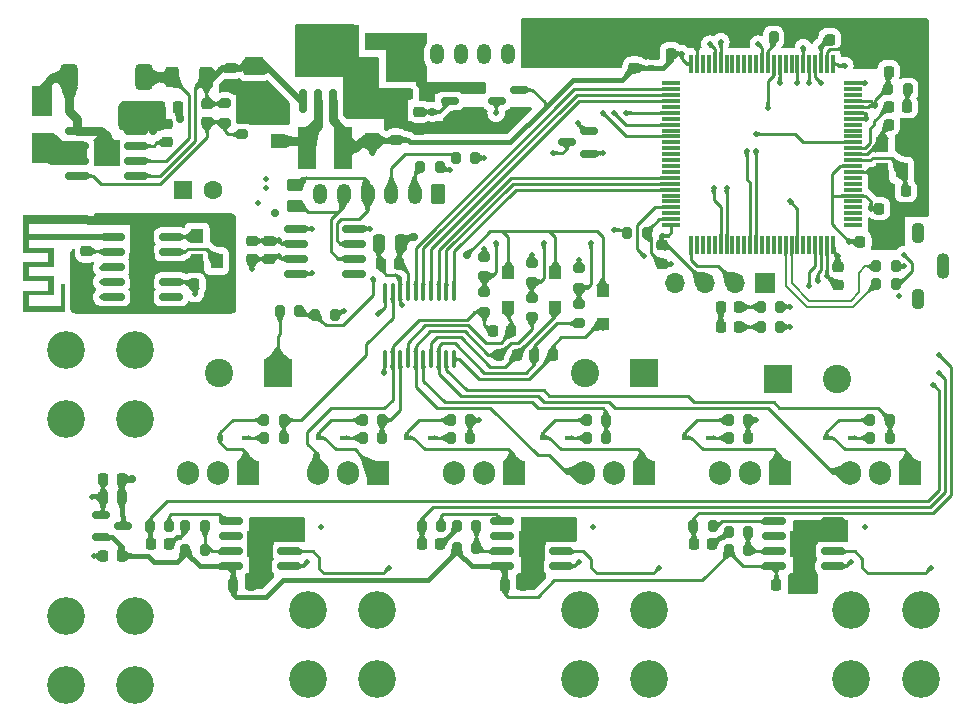
<source format=gbr>
%TF.GenerationSoftware,KiCad,Pcbnew,(6.99.0-2501-g45393f228a)*%
%TF.CreationDate,2022-07-20T10:28:40+12:00*%
%TF.ProjectId,bldc_hardware_riscv,626c6463-5f68-4617-9264-776172655f72,rev?*%
%TF.SameCoordinates,Original*%
%TF.FileFunction,Copper,L1,Top*%
%TF.FilePolarity,Positive*%
%FSLAX46Y46*%
G04 Gerber Fmt 4.6, Leading zero omitted, Abs format (unit mm)*
G04 Created by KiCad (PCBNEW (6.99.0-2501-g45393f228a)) date 2022-07-20 10:28:40*
%MOMM*%
%LPD*%
G01*
G04 APERTURE LIST*
G04 Aperture macros list*
%AMRoundRect*
0 Rectangle with rounded corners*
0 $1 Rounding radius*
0 $2 $3 $4 $5 $6 $7 $8 $9 X,Y pos of 4 corners*
0 Add a 4 corners polygon primitive as box body*
4,1,4,$2,$3,$4,$5,$6,$7,$8,$9,$2,$3,0*
0 Add four circle primitives for the rounded corners*
1,1,$1+$1,$2,$3*
1,1,$1+$1,$4,$5*
1,1,$1+$1,$6,$7*
1,1,$1+$1,$8,$9*
0 Add four rect primitives between the rounded corners*
20,1,$1+$1,$2,$3,$4,$5,0*
20,1,$1+$1,$4,$5,$6,$7,0*
20,1,$1+$1,$6,$7,$8,$9,0*
20,1,$1+$1,$8,$9,$2,$3,0*%
G04 Aperture macros list end*
%TA.AperFunction,SMDPad,CuDef*%
%ADD10RoundRect,0.200000X0.275000X-0.200000X0.275000X0.200000X-0.275000X0.200000X-0.275000X-0.200000X0*%
%TD*%
%TA.AperFunction,SMDPad,CuDef*%
%ADD11RoundRect,0.200000X0.200000X0.275000X-0.200000X0.275000X-0.200000X-0.275000X0.200000X-0.275000X0*%
%TD*%
%TA.AperFunction,ComponentPad*%
%ADD12R,1.905000X2.000000*%
%TD*%
%TA.AperFunction,ComponentPad*%
%ADD13O,1.905000X2.000000*%
%TD*%
%TA.AperFunction,SMDPad,CuDef*%
%ADD14RoundRect,0.250000X0.250000X0.475000X-0.250000X0.475000X-0.250000X-0.475000X0.250000X-0.475000X0*%
%TD*%
%TA.AperFunction,SMDPad,CuDef*%
%ADD15RoundRect,0.225000X0.225000X0.250000X-0.225000X0.250000X-0.225000X-0.250000X0.225000X-0.250000X0*%
%TD*%
%TA.AperFunction,SMDPad,CuDef*%
%ADD16RoundRect,0.250000X0.450000X-0.262500X0.450000X0.262500X-0.450000X0.262500X-0.450000X-0.262500X0*%
%TD*%
%TA.AperFunction,SMDPad,CuDef*%
%ADD17RoundRect,0.225000X-0.225000X-0.250000X0.225000X-0.250000X0.225000X0.250000X-0.225000X0.250000X0*%
%TD*%
%TA.AperFunction,SMDPad,CuDef*%
%ADD18RoundRect,0.200000X-0.275000X0.200000X-0.275000X-0.200000X0.275000X-0.200000X0.275000X0.200000X0*%
%TD*%
%TA.AperFunction,SMDPad,CuDef*%
%ADD19RoundRect,0.150000X-0.587500X-0.150000X0.587500X-0.150000X0.587500X0.150000X-0.587500X0.150000X0*%
%TD*%
%TA.AperFunction,SMDPad,CuDef*%
%ADD20RoundRect,0.225000X-0.250000X0.225000X-0.250000X-0.225000X0.250000X-0.225000X0.250000X0.225000X0*%
%TD*%
%TA.AperFunction,SMDPad,CuDef*%
%ADD21RoundRect,0.200000X-0.200000X-0.275000X0.200000X-0.275000X0.200000X0.275000X-0.200000X0.275000X0*%
%TD*%
%TA.AperFunction,SMDPad,CuDef*%
%ADD22RoundRect,0.375000X-0.375000X-0.725000X0.375000X-0.725000X0.375000X0.725000X-0.375000X0.725000X0*%
%TD*%
%TA.AperFunction,SMDPad,CuDef*%
%ADD23RoundRect,0.150000X-0.825000X-0.150000X0.825000X-0.150000X0.825000X0.150000X-0.825000X0.150000X0*%
%TD*%
%TA.AperFunction,SMDPad,CuDef*%
%ADD24RoundRect,0.250000X-0.312500X-0.625000X0.312500X-0.625000X0.312500X0.625000X-0.312500X0.625000X0*%
%TD*%
%TA.AperFunction,SMDPad,CuDef*%
%ADD25R,0.600000X0.450000*%
%TD*%
%TA.AperFunction,SMDPad,CuDef*%
%ADD26RoundRect,0.150000X0.825000X0.150000X-0.825000X0.150000X-0.825000X-0.150000X0.825000X-0.150000X0*%
%TD*%
%TA.AperFunction,SMDPad,CuDef*%
%ADD27R,2.300000X2.300000*%
%TD*%
%TA.AperFunction,SMDPad,CuDef*%
%ADD28RoundRect,0.218750X-0.218750X-0.256250X0.218750X-0.256250X0.218750X0.256250X-0.218750X0.256250X0*%
%TD*%
%TA.AperFunction,SMDPad,CuDef*%
%ADD29RoundRect,0.225000X0.250000X-0.225000X0.250000X0.225000X-0.250000X0.225000X-0.250000X-0.225000X0*%
%TD*%
%TA.AperFunction,SMDPad,CuDef*%
%ADD30R,1.100000X1.300000*%
%TD*%
%TA.AperFunction,SMDPad,CuDef*%
%ADD31RoundRect,0.150000X0.587500X0.150000X-0.587500X0.150000X-0.587500X-0.150000X0.587500X-0.150000X0*%
%TD*%
%TA.AperFunction,SMDPad,CuDef*%
%ADD32R,0.200000X0.200000*%
%TD*%
%TA.AperFunction,SMDPad,CuDef*%
%ADD33R,1.200000X1.200000*%
%TD*%
%TA.AperFunction,SMDPad,CuDef*%
%ADD34R,1.800000X2.500000*%
%TD*%
%TA.AperFunction,SMDPad,CuDef*%
%ADD35RoundRect,0.150000X0.150000X-0.825000X0.150000X0.825000X-0.150000X0.825000X-0.150000X-0.825000X0*%
%TD*%
%TA.AperFunction,SMDPad,CuDef*%
%ADD36R,1.500000X3.600000*%
%TD*%
%TA.AperFunction,SMDPad,CuDef*%
%ADD37RoundRect,0.100000X-0.100000X0.637500X-0.100000X-0.637500X0.100000X-0.637500X0.100000X0.637500X0*%
%TD*%
%TA.AperFunction,SMDPad,CuDef*%
%ADD38RoundRect,0.250000X0.425000X-0.450000X0.425000X0.450000X-0.425000X0.450000X-0.425000X-0.450000X0*%
%TD*%
%TA.AperFunction,SMDPad,CuDef*%
%ADD39R,1.100000X1.100000*%
%TD*%
%TA.AperFunction,SMDPad,CuDef*%
%ADD40RoundRect,0.075000X0.725000X0.075000X-0.725000X0.075000X-0.725000X-0.075000X0.725000X-0.075000X0*%
%TD*%
%TA.AperFunction,SMDPad,CuDef*%
%ADD41RoundRect,0.075000X0.075000X0.725000X-0.075000X0.725000X-0.075000X-0.725000X0.075000X-0.725000X0*%
%TD*%
%TA.AperFunction,ComponentPad*%
%ADD42R,1.600000X1.600000*%
%TD*%
%TA.AperFunction,ComponentPad*%
%ADD43C,1.600000*%
%TD*%
%TA.AperFunction,ComponentPad*%
%ADD44RoundRect,0.250000X0.350000X0.625000X-0.350000X0.625000X-0.350000X-0.625000X0.350000X-0.625000X0*%
%TD*%
%TA.AperFunction,ComponentPad*%
%ADD45O,1.200000X1.750000*%
%TD*%
%TA.AperFunction,ComponentPad*%
%ADD46RoundRect,0.250000X-0.350000X-0.625000X0.350000X-0.625000X0.350000X0.625000X-0.350000X0.625000X0*%
%TD*%
%TA.AperFunction,ComponentPad*%
%ADD47R,2.400000X2.400000*%
%TD*%
%TA.AperFunction,ComponentPad*%
%ADD48C,2.400000*%
%TD*%
%TA.AperFunction,ComponentPad*%
%ADD49C,3.200000*%
%TD*%
%TA.AperFunction,ComponentPad*%
%ADD50O,1.100000X2.200000*%
%TD*%
%TA.AperFunction,ComponentPad*%
%ADD51O,1.100000X1.800000*%
%TD*%
%TA.AperFunction,ComponentPad*%
%ADD52R,1.700000X1.700000*%
%TD*%
%TA.AperFunction,ComponentPad*%
%ADD53O,1.700000X1.700000*%
%TD*%
%TA.AperFunction,ViaPad*%
%ADD54C,0.500000*%
%TD*%
%TA.AperFunction,ViaPad*%
%ADD55C,0.700000*%
%TD*%
%TA.AperFunction,Conductor*%
%ADD56C,0.250000*%
%TD*%
%TA.AperFunction,Conductor*%
%ADD57C,0.200000*%
%TD*%
%TA.AperFunction,Conductor*%
%ADD58C,0.500000*%
%TD*%
%TA.AperFunction,Conductor*%
%ADD59C,0.800000*%
%TD*%
%TA.AperFunction,Conductor*%
%ADD60C,0.400000*%
%TD*%
%TA.AperFunction,Conductor*%
%ADD61C,0.600000*%
%TD*%
G04 APERTURE END LIST*
%TO.C,AE1*%
G36*
X83950000Y-105350000D02*
G01*
X83650000Y-105350000D01*
X83650000Y-102950000D01*
X83950000Y-102950000D01*
X83950000Y-105350000D01*
G37*
G36*
X83050000Y-100350000D02*
G01*
X80450000Y-100350000D01*
X80450000Y-99950000D01*
X83050000Y-99950000D01*
X83050000Y-100350000D01*
G37*
G36*
X83050000Y-103950000D02*
G01*
X82550000Y-103950000D01*
X82550000Y-102350000D01*
X83050000Y-102350000D01*
X83050000Y-103950000D01*
G37*
G36*
X85950000Y-99250000D02*
G01*
X80450000Y-99250000D01*
X80450000Y-98750000D01*
X85950000Y-98750000D01*
X85950000Y-99250000D01*
G37*
G36*
X80950000Y-105350000D02*
G01*
X80450000Y-105350000D01*
X80450000Y-103550000D01*
X80950000Y-103550000D01*
X80950000Y-105350000D01*
G37*
G36*
X83050000Y-101550000D02*
G01*
X80450000Y-101550000D01*
X80450000Y-101150000D01*
X83050000Y-101150000D01*
X83050000Y-101550000D01*
G37*
G36*
X83050000Y-103950000D02*
G01*
X80450000Y-103950000D01*
X80450000Y-103550000D01*
X83050000Y-103550000D01*
X83050000Y-103950000D01*
G37*
G36*
X83947888Y-105349997D02*
G01*
X80450000Y-105350000D01*
X80450000Y-104850000D01*
X83947888Y-104850000D01*
X83947888Y-105349997D01*
G37*
G36*
X80950000Y-100350000D02*
G01*
X80450000Y-100350000D01*
X80450000Y-97150000D01*
X80950000Y-97150000D01*
X80950000Y-100350000D01*
G37*
G36*
X85950000Y-97950000D02*
G01*
X80450000Y-97950000D01*
X80450000Y-97150000D01*
X85950000Y-97150000D01*
X85950000Y-97950000D01*
G37*
G36*
X80950000Y-102750000D02*
G01*
X80450000Y-102750000D01*
X80450000Y-101150000D01*
X80950000Y-101150000D01*
X80950000Y-102750000D01*
G37*
G36*
X83050000Y-101550000D02*
G01*
X82550000Y-101550000D01*
X82550000Y-99950000D01*
X83050000Y-99950000D01*
X83050000Y-101550000D01*
G37*
G36*
X83050000Y-102750000D02*
G01*
X80450000Y-102750000D01*
X80450000Y-102350000D01*
X83050000Y-102350000D01*
X83050000Y-102750000D01*
G37*
%TD*%
D10*
%TO.P,R33,1*%
%TO.N,/Driver/VS3*%
X127500000Y-106325000D03*
%TO.P,R33,2*%
%TO.N,/AIN_VS3*%
X127500000Y-104675000D03*
%TD*%
D11*
%TO.P,R24,1*%
%TO.N,Net-(J1-Pad2)*%
X154325000Y-103000000D03*
%TO.P,R24,2*%
%TO.N,/D-*%
X152675000Y-103000000D03*
%TD*%
D12*
%TO.P,Q2,1,G*%
%TO.N,Net-(D2-Pad2)*%
X99499999Y-118999999D03*
D13*
%TO.P,Q2,2,D*%
%TO.N,/Driver/VS1*%
X96959999Y-118999999D03*
%TO.P,Q2,3,S*%
%TO.N,GND*%
X94419999Y-118999999D03*
%TD*%
D14*
%TO.P,C4,1*%
%TO.N,/Driver/12V*%
X112450000Y-99500000D03*
%TO.P,C4,2*%
%TO.N,GND*%
X110550000Y-99500000D03*
%TD*%
D15*
%TO.P,C7,1*%
%TO.N,/Driver/12V*%
X112275000Y-101300000D03*
%TO.P,C7,2*%
%TO.N,GND*%
X110725000Y-101300000D03*
%TD*%
D16*
%TO.P,R42,1*%
%TO.N,/CANL*%
X103500000Y-96412500D03*
%TO.P,R42,2*%
%TO.N,/CANH*%
X103500000Y-94587500D03*
%TD*%
D17*
%TO.P,C29,1*%
%TO.N,/3.3V*%
X152925000Y-96600000D03*
%TO.P,C29,2*%
%TO.N,GND*%
X154475000Y-96600000D03*
%TD*%
%TO.P,C34,1*%
%TO.N,/XO*%
X153725000Y-89500000D03*
%TO.P,C34,2*%
%TO.N,GND*%
X155275000Y-89500000D03*
%TD*%
D18*
%TO.P,R13,1*%
%TO.N,/Driver/12V*%
X97500000Y-87675000D03*
%TO.P,R13,2*%
%TO.N,Net-(C16-Pad2)*%
X97500000Y-89325000D03*
%TD*%
D17*
%TO.P,C6,1*%
%TO.N,/Driver/72V*%
X92000000Y-88000000D03*
%TO.P,C6,2*%
%TO.N,GND*%
X93550000Y-88000000D03*
%TD*%
D19*
%TO.P,U5,1,GND*%
%TO.N,GND*%
X87062500Y-122550000D03*
%TO.P,U5,2,VO*%
%TO.N,/Driver/5V*%
X87062500Y-124450000D03*
%TO.P,U5,3,VI*%
%TO.N,/Driver/12V*%
X88937500Y-123500000D03*
%TD*%
D11*
%TO.P,R11,1*%
%TO.N,/Driver/HO3*%
X153825000Y-116000000D03*
%TO.P,R11,2*%
%TO.N,Net-(D10-Pad1)*%
X152175000Y-116000000D03*
%TD*%
%TO.P,R5,1*%
%TO.N,/Driver/LO1*%
X102500000Y-114500000D03*
%TO.P,R5,2*%
%TO.N,Net-(D2-Pad2)*%
X100850000Y-114500000D03*
%TD*%
%TO.P,R14,1*%
%TO.N,/Driver/HO3*%
X153825000Y-114500000D03*
%TO.P,R14,2*%
%TO.N,Net-(D10-Pad2)*%
X152175000Y-114500000D03*
%TD*%
D20*
%TO.P,C18,1*%
%TO.N,/Driver/12V*%
X98000000Y-84725000D03*
%TO.P,C18,2*%
%TO.N,GND*%
X98000000Y-86275000D03*
%TD*%
D21*
%TO.P,R34,1*%
%TO.N,/Driver/72V*%
X102175000Y-105300000D03*
%TO.P,R34,2*%
%TO.N,/AIN_VIN*%
X103825000Y-105300000D03*
%TD*%
%TO.P,R41,1*%
%TO.N,Net-(R41-Pad1)*%
X143975000Y-82100000D03*
%TO.P,R41,2*%
%TO.N,GND*%
X145625000Y-82100000D03*
%TD*%
D22*
%TO.P,L1,1,1*%
%TO.N,Net-(D7-Pad1)*%
X84350000Y-85500000D03*
%TO.P,L1,2,2*%
%TO.N,Net-(L1-Pad2)*%
X90650000Y-85500000D03*
%TD*%
D10*
%TO.P,R16,1*%
%TO.N,Net-(C16-Pad2)*%
X99000000Y-90325000D03*
%TO.P,R16,2*%
%TO.N,GND*%
X99000000Y-88675000D03*
%TD*%
D23*
%TO.P,U7,1,D*%
%TO.N,/CAN-T*%
X103525000Y-98295000D03*
%TO.P,U7,2,GND*%
%TO.N,GND*%
X103525000Y-99565000D03*
%TO.P,U7,3,VCC*%
%TO.N,/3.3V*%
X103525000Y-100835000D03*
%TO.P,U7,4,R*%
%TO.N,/CAN-R*%
X103525000Y-102105000D03*
%TO.P,U7,5,Vref*%
%TO.N,unconnected-(U7-Pad5)*%
X108475000Y-102105000D03*
%TO.P,U7,6,CANL*%
%TO.N,/CANL*%
X108475000Y-100835000D03*
%TO.P,U7,7,CANH*%
%TO.N,/CANH*%
X108475000Y-99565000D03*
%TO.P,U7,8,Rs*%
%TO.N,GND*%
X108475000Y-98295000D03*
%TD*%
D24*
%TO.P,R10,1*%
%TO.N,Net-(L1-Pad2)*%
X93037500Y-85500000D03*
%TO.P,R10,2*%
%TO.N,/Driver/12V*%
X95962500Y-85500000D03*
%TD*%
D11*
%TO.P,R27,1*%
%TO.N,Net-(R27-Pad1)*%
X115825000Y-123500000D03*
%TO.P,R27,2*%
%TO.N,/AIN_CS2*%
X114175000Y-123500000D03*
%TD*%
D21*
%TO.P,R22,1*%
%TO.N,/Driver/5V*%
X94175000Y-125500000D03*
%TO.P,R22,2*%
%TO.N,Net-(R21-Pad2)*%
X95825000Y-125500000D03*
%TD*%
D20*
%TO.P,C2,1*%
%TO.N,/Driver/12V*%
X114000000Y-88425000D03*
%TO.P,C2,2*%
%TO.N,GND*%
X114000000Y-89975000D03*
%TD*%
%TO.P,C20,1*%
%TO.N,/3.3V*%
X149400000Y-101525000D03*
%TO.P,C20,2*%
%TO.N,GND*%
X149400000Y-103075000D03*
%TD*%
D25*
%TO.P,D4,1,K*%
%TO.N,Net-(D4-Pad1)*%
X126549999Y-115999999D03*
%TO.P,D4,2,A*%
%TO.N,Net-(D4-Pad2)*%
X124449999Y-115999999D03*
%TD*%
D10*
%TO.P,R30,1*%
%TO.N,/Driver/VS2*%
X123500000Y-105825000D03*
%TO.P,R30,2*%
%TO.N,/AIN_VS2*%
X123500000Y-104175000D03*
%TD*%
D11*
%TO.P,R7,1*%
%TO.N,/Driver/LO2*%
X118275000Y-116000000D03*
%TO.P,R7,2*%
%TO.N,Net-(D5-Pad1)*%
X116625000Y-116000000D03*
%TD*%
%TO.P,R37,1*%
%TO.N,/UART_R*%
X115725000Y-93100000D03*
%TO.P,R37,2*%
%TO.N,Net-(J3-Pad2)*%
X114075000Y-93100000D03*
%TD*%
D17*
%TO.P,C27,1*%
%TO.N,/3.3V*%
X151325000Y-99400000D03*
%TO.P,C27,2*%
%TO.N,GND*%
X152875000Y-99400000D03*
%TD*%
D15*
%TO.P,C11,1*%
%TO.N,Net-(C11-Pad1)*%
X125275000Y-109000000D03*
%TO.P,C11,2*%
%TO.N,/Driver/VS3*%
X123725000Y-109000000D03*
%TD*%
D11*
%TO.P,R4,1*%
%TO.N,/Driver/HO1*%
X110825000Y-114500000D03*
%TO.P,R4,2*%
%TO.N,Net-(D1-Pad2)*%
X109175000Y-114500000D03*
%TD*%
D10*
%TO.P,R35,1*%
%TO.N,/AIN_VS3*%
X127500000Y-103325000D03*
%TO.P,R35,2*%
%TO.N,GND*%
X127500000Y-101675000D03*
%TD*%
D26*
%TO.P,U4,1,CSN*%
%TO.N,/Driver/12V*%
X89975000Y-93830000D03*
%TO.P,U4,2,CSP*%
%TO.N,Net-(L1-Pad2)*%
X89975000Y-92560000D03*
%TO.P,U4,3,VC*%
%TO.N,Net-(C8-Pad2)*%
X89975000Y-91290000D03*
%TO.P,U4,4,VIN*%
%TO.N,/Driver/72V*%
X89975000Y-90020000D03*
%TO.P,U4,5,SW*%
%TO.N,Net-(D7-Pad1)*%
X85025000Y-90020000D03*
%TO.P,U4,6,EN*%
%TO.N,GND*%
X85025000Y-91290000D03*
%TO.P,U4,7,GND*%
X85025000Y-92560000D03*
%TO.P,U4,8,FB*%
%TO.N,Net-(C16-Pad2)*%
X85025000Y-93830000D03*
D27*
%TO.P,U4,9,SW*%
%TO.N,Net-(D7-Pad1)*%
X87499999Y-91924999D03*
%TD*%
D12*
%TO.P,Q5,1,G*%
%TO.N,Net-(D10-Pad2)*%
X155539999Y-118999999D03*
D13*
%TO.P,Q5,2,D*%
%TO.N,/Driver/72V*%
X152999999Y-118999999D03*
%TO.P,Q5,3,S*%
%TO.N,/Driver/VS3*%
X150459999Y-118999999D03*
%TD*%
D25*
%TO.P,D5,1,K*%
%TO.N,Net-(D5-Pad1)*%
X114999999Y-115999999D03*
%TO.P,D5,2,A*%
%TO.N,Net-(D5-Pad2)*%
X112899999Y-115999999D03*
%TD*%
D28*
%TO.P,D15,1,K*%
%TO.N,GND*%
X139512500Y-106600000D03*
%TO.P,D15,2,A*%
%TO.N,Net-(D15-Pad2)*%
X141087500Y-106600000D03*
%TD*%
D25*
%TO.P,D10,1,K*%
%TO.N,Net-(D10-Pad1)*%
X150549999Y-115999999D03*
%TO.P,D10,2,A*%
%TO.N,Net-(D10-Pad2)*%
X148449999Y-115999999D03*
%TD*%
D29*
%TO.P,C10,1*%
%TO.N,/3.3V*%
X112000000Y-90775000D03*
%TO.P,C10,2*%
%TO.N,GND*%
X112000000Y-89225000D03*
%TD*%
D10*
%TO.P,R29,1*%
%TO.N,/Driver/VS1*%
X119500000Y-105325000D03*
%TO.P,R29,2*%
%TO.N,/AIN_VS1*%
X119500000Y-103675000D03*
%TD*%
D21*
%TO.P,R36,1*%
%TO.N,/AIN_VIN*%
X105175000Y-105600000D03*
%TO.P,R36,2*%
%TO.N,GND*%
X106825000Y-105600000D03*
%TD*%
D30*
%TO.P,Y1,1,1*%
%TO.N,/XO*%
X153174999Y-91249999D03*
%TO.P,Y1,2,2*%
%TO.N,GND*%
X153174999Y-93349999D03*
%TO.P,Y1,3,3*%
%TO.N,/XI*%
X154824999Y-93349999D03*
%TO.P,Y1,4,4*%
%TO.N,GND*%
X154824999Y-91249999D03*
%TD*%
D31*
%TO.P,D12,1*%
%TO.N,GND*%
X122437500Y-88450000D03*
%TO.P,D12,2*%
%TO.N,/3.3V*%
X122437500Y-86550000D03*
%TO.P,D12,3*%
%TO.N,/MOTOR-TEMP*%
X120562500Y-87500000D03*
%TD*%
D11*
%TO.P,R3,1*%
%TO.N,/Driver/LO1*%
X102500000Y-116000000D03*
%TO.P,R3,2*%
%TO.N,Net-(D2-Pad1)*%
X100850000Y-116000000D03*
%TD*%
D21*
%TO.P,R40,1*%
%TO.N,/BOOT0*%
X131575000Y-98700000D03*
%TO.P,R40,2*%
%TO.N,GND*%
X133225000Y-98700000D03*
%TD*%
D32*
%TO.P,AE1,1,A*%
%TO.N,GND*%
X85907499Y-99022499D03*
X85907499Y-97539698D03*
%TD*%
D33*
%TO.P,D3,1,K*%
%TO.N,Net-(D3-Pad1)*%
X101999999Y-90899999D03*
%TO.P,D3,2,A*%
%TO.N,GND*%
X101999999Y-88099999D03*
%TD*%
D34*
%TO.P,D7,1,K*%
%TO.N,Net-(D7-Pad1)*%
X81999999Y-87499999D03*
%TO.P,D7,2,A*%
%TO.N,GND*%
X81999999Y-91499999D03*
%TD*%
D29*
%TO.P,C38,1*%
%TO.N,/3.3V*%
X101300000Y-100875000D03*
%TO.P,C38,2*%
%TO.N,GND*%
X101300000Y-99325000D03*
%TD*%
D11*
%TO.P,R26,1*%
%TO.N,Net-(R26-Pad1)*%
X138825000Y-123500000D03*
%TO.P,R26,2*%
%TO.N,/AIN_CS3*%
X137175000Y-123500000D03*
%TD*%
D15*
%TO.P,C25,1*%
%TO.N,GND*%
X115775000Y-125000000D03*
%TO.P,C25,2*%
%TO.N,/AIN_CS2*%
X114225000Y-125000000D03*
%TD*%
D20*
%TO.P,C32,1*%
%TO.N,/3.3V*%
X134500000Y-99725000D03*
%TO.P,C32,2*%
%TO.N,GND*%
X134500000Y-101275000D03*
%TD*%
D35*
%TO.P,U2,1,VIN*%
%TO.N,/Driver/12V*%
X104095000Y-87475000D03*
%TO.P,U2,2,OUT*%
%TO.N,Net-(D3-Pad1)*%
X105365000Y-87475000D03*
%TO.P,U2,3,FB*%
%TO.N,/3.3V*%
X106635000Y-87475000D03*
%TO.P,U2,4,ON*%
%TO.N,GND*%
X107905000Y-87475000D03*
%TO.P,U2,5,GND*%
X107905000Y-82525000D03*
%TO.P,U2,6,GND*%
X106635000Y-82525000D03*
%TO.P,U2,7,GND*%
X105365000Y-82525000D03*
%TO.P,U2,8,GND*%
X104095000Y-82525000D03*
%TD*%
D17*
%TO.P,C22,1*%
%TO.N,/Driver/5V*%
X121225000Y-128500000D03*
%TO.P,C22,2*%
%TO.N,GND*%
X122775000Y-128500000D03*
%TD*%
%TO.P,C21,1*%
%TO.N,/Driver/5V*%
X144225000Y-128500000D03*
%TO.P,C21,2*%
%TO.N,GND*%
X145775000Y-128500000D03*
%TD*%
D36*
%TO.P,L2,1,1*%
%TO.N,Net-(D3-Pad1)*%
X104474999Y-91499999D03*
%TO.P,L2,2,2*%
%TO.N,/3.3V*%
X107524999Y-91499999D03*
%TD*%
D11*
%TO.P,R12,1*%
%TO.N,/Driver/LO3*%
X141825000Y-116000000D03*
%TO.P,R12,2*%
%TO.N,Net-(D11-Pad1)*%
X140175000Y-116000000D03*
%TD*%
%TO.P,R6,1*%
%TO.N,/Driver/HO2*%
X129825000Y-116000000D03*
%TO.P,R6,2*%
%TO.N,Net-(D4-Pad1)*%
X128175000Y-116000000D03*
%TD*%
D17*
%TO.P,C23,1*%
%TO.N,/Driver/5V*%
X98225000Y-128500000D03*
%TO.P,C23,2*%
%TO.N,GND*%
X99775000Y-128500000D03*
%TD*%
D21*
%TO.P,R21,1*%
%TO.N,GND*%
X94175000Y-123500000D03*
%TO.P,R21,2*%
%TO.N,Net-(R21-Pad2)*%
X95825000Y-123500000D03*
%TD*%
D37*
%TO.P,U3,1,HN1*%
%TO.N,/TIM1-CH3*%
X116925000Y-103637500D03*
%TO.P,U3,2,HN2*%
%TO.N,/TIM1-CH2*%
X116275000Y-103637500D03*
%TO.P,U3,3,HN3*%
%TO.N,/TIM1-CH1*%
X115625000Y-103637500D03*
%TO.P,U3,4,LN1*%
%TO.N,/TIM1-CH3N*%
X114975000Y-103637500D03*
%TO.P,U3,5,LN2*%
%TO.N,/TIM1-CH2N*%
X114325000Y-103637500D03*
%TO.P,U3,6,LN3*%
%TO.N,/TIM1-CH1N*%
X113675000Y-103637500D03*
%TO.P,U3,7,VCC*%
%TO.N,/Driver/12V*%
X113025000Y-103637500D03*
%TO.P,U3,8,GND*%
%TO.N,GND*%
X112375000Y-103637500D03*
%TO.P,U3,9,LO3*%
%TO.N,/Driver/LO1*%
X111725000Y-103637500D03*
%TO.P,U3,10,LO2*%
%TO.N,/Driver/LO2*%
X111075000Y-103637500D03*
%TO.P,U3,11,LO1*%
%TO.N,/Driver/LO3*%
X111075000Y-109362500D03*
%TO.P,U3,12,VS3*%
%TO.N,/Driver/VS1*%
X111725000Y-109362500D03*
%TO.P,U3,13,HO3*%
%TO.N,/Driver/HO1*%
X112375000Y-109362500D03*
%TO.P,U3,14,VB3*%
%TO.N,Net-(C14-Pad1)*%
X113025000Y-109362500D03*
%TO.P,U3,15,VS2*%
%TO.N,/Driver/VS2*%
X113675000Y-109362500D03*
%TO.P,U3,16,HO2*%
%TO.N,/Driver/HO2*%
X114325000Y-109362500D03*
%TO.P,U3,17,VB2*%
%TO.N,Net-(C13-Pad1)*%
X114975000Y-109362500D03*
%TO.P,U3,18,VS1*%
%TO.N,/Driver/VS3*%
X115625000Y-109362500D03*
%TO.P,U3,19,HO1*%
%TO.N,/Driver/HO3*%
X116275000Y-109362500D03*
%TO.P,U3,20,VB1*%
%TO.N,Net-(C11-Pad1)*%
X116925000Y-109362500D03*
%TD*%
D26*
%TO.P,U101,1,RS+*%
%TO.N,/Driver/VS1*%
X102975000Y-126905000D03*
%TO.P,U101,2,RS-*%
%TO.N,/Driver/PhaseA*%
X102975000Y-125635000D03*
%TO.P,U101,3,SHDN*%
%TO.N,GND*%
X102975000Y-124365000D03*
%TO.P,U101,4,GND*%
X102975000Y-123095000D03*
%TO.P,U101,5,OUT*%
%TO.N,Net-(R28-Pad1)*%
X98025000Y-123095000D03*
%TO.P,U101,6,FB*%
%TO.N,unconnected-(U101-Pad6)*%
X98025000Y-124365000D03*
%TO.P,U101,7,REFIN*%
%TO.N,Net-(R21-Pad2)*%
X98025000Y-125635000D03*
%TO.P,U101,8,VCC*%
%TO.N,/Driver/5V*%
X98025000Y-126905000D03*
D27*
%TO.P,U101,9,PAD*%
%TO.N,GND*%
X100499999Y-124999999D03*
%TD*%
D21*
%TO.P,R39,1*%
%TO.N,Net-(D15-Pad2)*%
X142875000Y-106600000D03*
%TO.P,R39,2*%
%TO.N,/LED2*%
X144525000Y-106600000D03*
%TD*%
D11*
%TO.P,R1,1*%
%TO.N,Net-(C19-Pad1)*%
X155325000Y-86500000D03*
%TO.P,R1,2*%
%TO.N,/3.3V*%
X153675000Y-86500000D03*
%TD*%
D12*
%TO.P,Q6,1,G*%
%TO.N,Net-(D11-Pad2)*%
X144539999Y-118999999D03*
D13*
%TO.P,Q6,2,D*%
%TO.N,/Driver/VS3*%
X141999999Y-118999999D03*
%TO.P,Q6,3,S*%
%TO.N,GND*%
X139459999Y-118999999D03*
%TD*%
D11*
%TO.P,R23,1*%
%TO.N,Net-(J1-Pad3)*%
X154325000Y-101500000D03*
%TO.P,R23,2*%
%TO.N,/D+*%
X152675000Y-101500000D03*
%TD*%
%TO.P,R9,1*%
%TO.N,/Driver/LO2*%
X118275000Y-114500000D03*
%TO.P,R9,2*%
%TO.N,Net-(D5-Pad2)*%
X116625000Y-114500000D03*
%TD*%
%TO.P,R25,1*%
%TO.N,/UART_T*%
X118725000Y-92300000D03*
%TO.P,R25,2*%
%TO.N,Net-(J3-Pad3)*%
X117075000Y-92300000D03*
%TD*%
D30*
%TO.P,Y2,1,1*%
%TO.N,Net-(U8-Pad4)*%
X96824999Y-101049999D03*
%TO.P,Y2,2,2*%
%TO.N,GND*%
X96824999Y-98949999D03*
%TO.P,Y2,3,3*%
%TO.N,Net-(U8-Pad5)*%
X95174999Y-98949999D03*
%TO.P,Y2,4,4*%
%TO.N,GND*%
X95174999Y-101049999D03*
%TD*%
D15*
%TO.P,C19,1*%
%TO.N,Net-(C19-Pad1)*%
X155275000Y-88000000D03*
%TO.P,C19,2*%
%TO.N,/NRST*%
X153725000Y-88000000D03*
%TD*%
D11*
%TO.P,R28,1*%
%TO.N,Net-(R28-Pad1)*%
X92825000Y-123500000D03*
%TO.P,R28,2*%
%TO.N,/AIN_CS1*%
X91175000Y-123500000D03*
%TD*%
D12*
%TO.P,Q1,1,G*%
%TO.N,Net-(D1-Pad2)*%
X110499999Y-118999999D03*
D13*
%TO.P,Q1,2,D*%
%TO.N,/Driver/72V*%
X107959999Y-118999999D03*
%TO.P,Q1,3,S*%
%TO.N,/Driver/VS1*%
X105419999Y-118999999D03*
%TD*%
D25*
%TO.P,D1,1,K*%
%TO.N,Net-(D1-Pad1)*%
X107549999Y-115999999D03*
%TO.P,D1,2,A*%
%TO.N,Net-(D1-Pad2)*%
X105449999Y-115999999D03*
%TD*%
D38*
%TO.P,C9,1*%
%TO.N,/3.3V*%
X110000000Y-90850000D03*
%TO.P,C9,2*%
%TO.N,GND*%
X110000000Y-88150000D03*
%TD*%
D39*
%TO.P,D9,1,K*%
%TO.N,Net-(C14-Pad1)*%
X121499999Y-104899999D03*
%TO.P,D9,2,A*%
%TO.N,/Driver/12V*%
X121499999Y-102099999D03*
%TD*%
D10*
%TO.P,R31,1*%
%TO.N,/AIN_VS1*%
X119500000Y-102325000D03*
%TO.P,R31,2*%
%TO.N,GND*%
X119500000Y-100675000D03*
%TD*%
D29*
%TO.P,C36,1*%
%TO.N,/3.3V*%
X132200000Y-84675000D03*
%TO.P,C36,2*%
%TO.N,GND*%
X132200000Y-83125000D03*
%TD*%
D17*
%TO.P,C39,1*%
%TO.N,/3.3V*%
X94950000Y-103000000D03*
%TO.P,C39,2*%
%TO.N,GND*%
X96500000Y-103000000D03*
%TD*%
D26*
%TO.P,U8,1,SLP*%
%TO.N,unconnected-(U8-Pad1)*%
X92975000Y-104085000D03*
%TO.P,U8,2,VCC*%
%TO.N,/3.3V*%
X92975000Y-102815000D03*
%TO.P,U8,3,GND*%
%TO.N,GND*%
X92975000Y-101545000D03*
%TO.P,U8,4,XI*%
%TO.N,Net-(U8-Pad4)*%
X92975000Y-100275000D03*
%TO.P,U8,5,XO*%
%TO.N,Net-(U8-Pad5)*%
X92975000Y-99005000D03*
%TO.P,U8,6,ANT*%
%TO.N,GND*%
X88025000Y-99005000D03*
%TO.P,U8,7,VA*%
%TO.N,Net-(C40-Pad1)*%
X88025000Y-100275000D03*
%TO.P,U8,8,RXD*%
%TO.N,/BLE_TX*%
X88025000Y-101545000D03*
%TO.P,U8,9,TXD*%
%TO.N,/BLE_RX*%
X88025000Y-102815000D03*
%TO.P,U8,10,AT*%
%TO.N,/BLE_MODE*%
X88025000Y-104085000D03*
D27*
%TO.P,U8,11,GND*%
%TO.N,GND*%
X90499999Y-101499999D03*
%TD*%
D21*
%TO.P,R18,1*%
%TO.N,/Driver/5V*%
X140175000Y-125500000D03*
%TO.P,R18,2*%
%TO.N,Net-(R17-Pad2)*%
X141825000Y-125500000D03*
%TD*%
D29*
%TO.P,C37,1*%
%TO.N,/3.3V*%
X99800000Y-100875000D03*
%TO.P,C37,2*%
%TO.N,GND*%
X99800000Y-99325000D03*
%TD*%
D20*
%TO.P,C16,1*%
%TO.N,/Driver/12V*%
X96000000Y-87725000D03*
%TO.P,C16,2*%
%TO.N,Net-(C16-Pad2)*%
X96000000Y-89275000D03*
%TD*%
D15*
%TO.P,C3,1*%
%TO.N,/HALL-VCC*%
X114550000Y-86900000D03*
%TO.P,C3,2*%
%TO.N,GND*%
X113000000Y-86900000D03*
%TD*%
%TO.P,C26,1*%
%TO.N,GND*%
X92775000Y-125000000D03*
%TO.P,C26,2*%
%TO.N,/AIN_CS1*%
X91225000Y-125000000D03*
%TD*%
D40*
%TO.P,U1,1,PE2*%
%TO.N,unconnected-(U1-Pad1)*%
X150675000Y-98000000D03*
%TO.P,U1,2,PE3*%
%TO.N,unconnected-(U1-Pad2)*%
X150675000Y-97500000D03*
%TO.P,U1,3,PE4*%
%TO.N,unconnected-(U1-Pad3)*%
X150675000Y-97000000D03*
%TO.P,U1,4,PE5*%
%TO.N,unconnected-(U1-Pad4)*%
X150675000Y-96500000D03*
%TO.P,U1,5,PE6*%
%TO.N,unconnected-(U1-Pad5)*%
X150675000Y-96000000D03*
%TO.P,U1,6,VBAT*%
%TO.N,/3.3V*%
X150675000Y-95500000D03*
%TO.P,U1,7,PC13/TAMPER-RTC*%
%TO.N,unconnected-(U1-Pad7)*%
X150675000Y-95000000D03*
%TO.P,U1,8,PC14/OSC32IN*%
%TO.N,unconnected-(U1-Pad8)*%
X150675000Y-94500000D03*
%TO.P,U1,9,PC15/OSC32OUT*%
%TO.N,unconnected-(U1-Pad9)*%
X150675000Y-94000000D03*
%TO.P,U1,10,VSS*%
%TO.N,GND*%
X150675000Y-93500000D03*
%TO.P,U1,11,VDD*%
%TO.N,/3.3V*%
X150675000Y-93000000D03*
%TO.P,U1,12,OSC_IN*%
%TO.N,/XI*%
X150675000Y-92500000D03*
%TO.P,U1,13,OSC_OUT*%
%TO.N,/XO*%
X150675000Y-92000000D03*
%TO.P,U1,14,NRST*%
%TO.N,/NRST*%
X150675000Y-91500000D03*
%TO.P,U1,15,PC0/ADC10*%
%TO.N,/MOTOR-TEMP*%
X150675000Y-91000000D03*
%TO.P,U1,16,PC1/ADC11*%
%TO.N,unconnected-(U1-Pad16)*%
X150675000Y-90500000D03*
%TO.P,U1,17,PC2/ADC12*%
%TO.N,unconnected-(U1-Pad17)*%
X150675000Y-90000000D03*
%TO.P,U1,18,PC3/ADC13*%
%TO.N,unconnected-(U1-Pad18)*%
X150675000Y-89500000D03*
%TO.P,U1,19,VSSA*%
%TO.N,GND*%
X150675000Y-89000000D03*
%TO.P,U1,20,VREF-*%
X150675000Y-88500000D03*
%TO.P,U1,21,VREF+*%
%TO.N,/3.3V*%
X150675000Y-88000000D03*
%TO.P,U1,22,VDDA*%
X150675000Y-87500000D03*
%TO.P,U1,23,PA0/WKUP/ADC0*%
%TO.N,unconnected-(U1-Pad23)*%
X150675000Y-87000000D03*
%TO.P,U1,24,PA1/ADC1*%
%TO.N,unconnected-(U1-Pad24)*%
X150675000Y-86500000D03*
%TO.P,U1,25,PA2/ADC2*%
%TO.N,/AIN_VS1*%
X150675000Y-86000000D03*
D41*
%TO.P,U1,26,PA3/ADC3*%
%TO.N,/AIN_VS2*%
X149000000Y-84325000D03*
%TO.P,U1,27,VSS*%
%TO.N,GND*%
X148500000Y-84325000D03*
%TO.P,U1,28,VDD*%
%TO.N,/3.3V*%
X148000000Y-84325000D03*
%TO.P,U1,29,PA4/ADC4/DAC0*%
%TO.N,/AIN_VS3*%
X147500000Y-84325000D03*
%TO.P,U1,30,PA5/ADC5/DAC1*%
%TO.N,/AIN_CS1*%
X147000000Y-84325000D03*
%TO.P,U1,31,PA6/ADC6*%
%TO.N,/AIN_CS2*%
X146500000Y-84325000D03*
%TO.P,U1,32,PA7/ADC7*%
%TO.N,/AIN_CS3*%
X146000000Y-84325000D03*
%TO.P,U1,33,PC4/ADC14*%
%TO.N,unconnected-(U1-Pad33)*%
X145500000Y-84325000D03*
%TO.P,U1,34,PC5/ADC15*%
%TO.N,unconnected-(U1-Pad34)*%
X145000000Y-84325000D03*
%TO.P,U1,35,PB0/ADC8*%
%TO.N,/AIN_VIN*%
X144500000Y-84325000D03*
%TO.P,U1,36,PB1/ADC9*%
%TO.N,/ADC_EXT*%
X144000000Y-84325000D03*
%TO.P,U1,37,PB2/BOOT1*%
%TO.N,Net-(R41-Pad1)*%
X143500000Y-84325000D03*
%TO.P,U1,38,PE7*%
%TO.N,/BLE_MODE*%
X143000000Y-84325000D03*
%TO.P,U1,39,PE8*%
%TO.N,unconnected-(U1-Pad39)*%
X142500000Y-84325000D03*
%TO.P,U1,40,PE9*%
%TO.N,unconnected-(U1-Pad40)*%
X142000000Y-84325000D03*
%TO.P,U1,41,PE10*%
%TO.N,unconnected-(U1-Pad41)*%
X141500000Y-84325000D03*
%TO.P,U1,42,PE11*%
%TO.N,unconnected-(U1-Pad42)*%
X141000000Y-84325000D03*
%TO.P,U1,43,PE12*%
%TO.N,unconnected-(U1-Pad43)*%
X140500000Y-84325000D03*
%TO.P,U1,44,PE13*%
%TO.N,unconnected-(U1-Pad44)*%
X140000000Y-84325000D03*
%TO.P,U1,45,PE14*%
%TO.N,/BLE_TX*%
X139500000Y-84325000D03*
%TO.P,U1,46,PE15*%
%TO.N,/BLE_RX*%
X139000000Y-84325000D03*
%TO.P,U1,47,PB10*%
%TO.N,unconnected-(U1-Pad47)*%
X138500000Y-84325000D03*
%TO.P,U1,48,PB11*%
%TO.N,unconnected-(U1-Pad48)*%
X138000000Y-84325000D03*
%TO.P,U1,49,VSS*%
%TO.N,GND*%
X137500000Y-84325000D03*
%TO.P,U1,50,VDD*%
%TO.N,/3.3V*%
X137000000Y-84325000D03*
D40*
%TO.P,U1,51,PB12*%
%TO.N,unconnected-(U1-Pad51)*%
X135325000Y-86000000D03*
%TO.P,U1,52,PB13*%
%TO.N,/TIM1-CH1N*%
X135325000Y-86500000D03*
%TO.P,U1,53,PB14*%
%TO.N,/TIM1-CH2N*%
X135325000Y-87000000D03*
%TO.P,U1,54,PB15*%
%TO.N,/TIM1-CH3N*%
X135325000Y-87500000D03*
%TO.P,U1,55,PD8*%
%TO.N,unconnected-(U1-Pad55)*%
X135325000Y-88000000D03*
%TO.P,U1,56,PD9*%
%TO.N,/HALL1*%
X135325000Y-88500000D03*
%TO.P,U1,57,PD10*%
%TO.N,unconnected-(U1-Pad57)*%
X135325000Y-89000000D03*
%TO.P,U1,58,PD11*%
%TO.N,/HALL2*%
X135325000Y-89500000D03*
%TO.P,U1,59,PD12*%
%TO.N,unconnected-(U1-Pad59)*%
X135325000Y-90000000D03*
%TO.P,U1,60,PD13*%
%TO.N,/HALL3*%
X135325000Y-90500000D03*
%TO.P,U1,61,PD14*%
%TO.N,unconnected-(U1-Pad61)*%
X135325000Y-91000000D03*
%TO.P,U1,62,PD14*%
%TO.N,unconnected-(U1-Pad62)*%
X135325000Y-91500000D03*
%TO.P,U1,63,PC6/RXP*%
%TO.N,unconnected-(U1-Pad63)*%
X135325000Y-92000000D03*
%TO.P,U1,64,PC7/RXN*%
%TO.N,unconnected-(U1-Pad64)*%
X135325000Y-92500000D03*
%TO.P,U1,65,PC8/TXP*%
%TO.N,unconnected-(U1-Pad65)*%
X135325000Y-93000000D03*
%TO.P,U1,66,PC9/TXN*%
%TO.N,unconnected-(U1-Pad66)*%
X135325000Y-93500000D03*
%TO.P,U1,67,PA8*%
%TO.N,/TIM1-CH1*%
X135325000Y-94000000D03*
%TO.P,U1,68,PA9*%
%TO.N,/TIM1-CH2*%
X135325000Y-94500000D03*
%TO.P,U1,69,PA10*%
%TO.N,/TIM1-CH3*%
X135325000Y-95000000D03*
%TO.P,U1,70,PA11/USB1DM*%
%TO.N,unconnected-(U1-Pad70)*%
X135325000Y-95500000D03*
%TO.P,U1,71,PA12/USB1DP*%
%TO.N,unconnected-(U1-Pad71)*%
X135325000Y-96000000D03*
%TO.P,U1,72,PA13/SWDIO*%
%TO.N,/SWIO*%
X135325000Y-96500000D03*
%TO.P,U1,73,NC*%
%TO.N,unconnected-(U1-Pad73)*%
X135325000Y-97000000D03*
%TO.P,U1,74,VSS*%
%TO.N,GND*%
X135325000Y-97500000D03*
%TO.P,U1,75,VDD*%
%TO.N,/3.3V*%
X135325000Y-98000000D03*
D41*
%TO.P,U1,76,PA14/SWCLK*%
%TO.N,/SWCK*%
X137000000Y-99675000D03*
%TO.P,U1,77,PA15*%
%TO.N,unconnected-(U1-Pad77)*%
X137500000Y-99675000D03*
%TO.P,U1,78,PC10*%
%TO.N,unconnected-(U1-Pad78)*%
X138000000Y-99675000D03*
%TO.P,U1,79,PC11*%
%TO.N,unconnected-(U1-Pad79)*%
X138500000Y-99675000D03*
%TO.P,U1,80,PC12*%
%TO.N,unconnected-(U1-Pad80)*%
X139000000Y-99675000D03*
%TO.P,U1,81,PD0*%
%TO.N,/CAN-R*%
X139500000Y-99675000D03*
%TO.P,U1,82,PD1*%
%TO.N,/CAN-T*%
X140000000Y-99675000D03*
%TO.P,U1,83,PD2*%
%TO.N,unconnected-(U1-Pad83)*%
X140500000Y-99675000D03*
%TO.P,U1,84,PD3*%
%TO.N,unconnected-(U1-Pad84)*%
X141000000Y-99675000D03*
%TO.P,U1,85,PD4*%
%TO.N,unconnected-(U1-Pad85)*%
X141500000Y-99675000D03*
%TO.P,U1,86,PD5*%
%TO.N,/UART_T*%
X142000000Y-99675000D03*
%TO.P,U1,87,PD6*%
%TO.N,/UART_R*%
X142500000Y-99675000D03*
%TO.P,U1,88,PD7*%
%TO.N,unconnected-(U1-Pad88)*%
X143000000Y-99675000D03*
%TO.P,U1,89,PB3*%
%TO.N,unconnected-(U1-Pad89)*%
X143500000Y-99675000D03*
%TO.P,U1,90,PB4*%
%TO.N,unconnected-(U1-Pad90)*%
X144000000Y-99675000D03*
%TO.P,U1,91,PB5*%
%TO.N,unconnected-(U1-Pad91)*%
X144500000Y-99675000D03*
%TO.P,U1,92,PB6/USB2DM*%
%TO.N,/D-*%
X145000000Y-99675000D03*
%TO.P,U1,93,PB7/USB2DP*%
%TO.N,/D+*%
X145500000Y-99675000D03*
%TO.P,U1,94,BOOT0*%
%TO.N,/BOOT0*%
X146000000Y-99675000D03*
%TO.P,U1,95,PB8*%
%TO.N,unconnected-(U1-Pad95)*%
X146500000Y-99675000D03*
%TO.P,U1,96,PB9*%
%TO.N,unconnected-(U1-Pad96)*%
X147000000Y-99675000D03*
%TO.P,U1,97,PE0*%
%TO.N,/LED1*%
X147500000Y-99675000D03*
%TO.P,U1,98,PE1*%
%TO.N,/LED2*%
X148000000Y-99675000D03*
%TO.P,U1,99,VSS*%
%TO.N,GND*%
X148500000Y-99675000D03*
%TO.P,U1,100,VDD*%
%TO.N,/3.3V*%
X149000000Y-99675000D03*
%TD*%
D25*
%TO.P,D11,1,K*%
%TO.N,Net-(D11-Pad1)*%
X138549999Y-115999999D03*
%TO.P,D11,2,A*%
%TO.N,Net-(D11-Pad2)*%
X136449999Y-115999999D03*
%TD*%
D39*
%TO.P,D6,1,K*%
%TO.N,Net-(C11-Pad1)*%
X129499999Y-106399999D03*
%TO.P,D6,2,A*%
%TO.N,/Driver/12V*%
X129499999Y-103599999D03*
%TD*%
D15*
%TO.P,C31,1*%
%TO.N,/3.3V*%
X135275000Y-83500000D03*
%TO.P,C31,2*%
%TO.N,GND*%
X133725000Y-83500000D03*
%TD*%
D28*
%TO.P,D14,1,K*%
%TO.N,GND*%
X139512500Y-104900000D03*
%TO.P,D14,2,A*%
%TO.N,Net-(D14-Pad2)*%
X141087500Y-104900000D03*
%TD*%
D15*
%TO.P,C35,1*%
%TO.N,/XI*%
X155175000Y-95100000D03*
%TO.P,C35,2*%
%TO.N,GND*%
X153625000Y-95100000D03*
%TD*%
%TO.P,C1,1*%
%TO.N,/Driver/12V*%
X88775000Y-119500000D03*
%TO.P,C1,2*%
%TO.N,GND*%
X87225000Y-119500000D03*
%TD*%
D12*
%TO.P,Q4,1,G*%
%TO.N,Net-(D5-Pad2)*%
X121999999Y-118999999D03*
D13*
%TO.P,Q4,2,D*%
%TO.N,/Driver/VS2*%
X119459999Y-118999999D03*
%TO.P,Q4,3,S*%
%TO.N,GND*%
X116919999Y-118999999D03*
%TD*%
D17*
%TO.P,C30,1*%
%TO.N,/3.3V*%
X148725000Y-82300000D03*
%TO.P,C30,2*%
%TO.N,GND*%
X150275000Y-82300000D03*
%TD*%
D31*
%TO.P,D13,1*%
%TO.N,GND*%
X128337500Y-91950000D03*
%TO.P,D13,2*%
%TO.N,/3.3V*%
X128337500Y-90050000D03*
%TO.P,D13,3*%
%TO.N,/ADC_EXT*%
X126462500Y-91000000D03*
%TD*%
D39*
%TO.P,D8,1,K*%
%TO.N,Net-(C13-Pad1)*%
X125499999Y-104899999D03*
%TO.P,D8,2,A*%
%TO.N,/Driver/12V*%
X125499999Y-102099999D03*
%TD*%
D21*
%TO.P,R20,1*%
%TO.N,/Driver/5V*%
X117175000Y-125300000D03*
%TO.P,R20,2*%
%TO.N,Net-(R19-Pad2)*%
X118825000Y-125300000D03*
%TD*%
D26*
%TO.P,U102,1,RS+*%
%TO.N,/Driver/VS2*%
X125975000Y-126905000D03*
%TO.P,U102,2,RS-*%
%TO.N,/Driver/PhaseB*%
X125975000Y-125635000D03*
%TO.P,U102,3,SHDN*%
%TO.N,GND*%
X125975000Y-124365000D03*
%TO.P,U102,4,GND*%
X125975000Y-123095000D03*
%TO.P,U102,5,OUT*%
%TO.N,Net-(R27-Pad1)*%
X121025000Y-123095000D03*
%TO.P,U102,6,FB*%
%TO.N,unconnected-(U102-Pad6)*%
X121025000Y-124365000D03*
%TO.P,U102,7,REFIN*%
%TO.N,Net-(R19-Pad2)*%
X121025000Y-125635000D03*
%TO.P,U102,8,VCC*%
%TO.N,/Driver/5V*%
X121025000Y-126905000D03*
D27*
%TO.P,U102,9,PAD*%
%TO.N,GND*%
X123499999Y-124999999D03*
%TD*%
D11*
%TO.P,R8,1*%
%TO.N,/Driver/HO2*%
X129825000Y-114500000D03*
%TO.P,R8,2*%
%TO.N,Net-(D4-Pad2)*%
X128175000Y-114500000D03*
%TD*%
D15*
%TO.P,C24,1*%
%TO.N,GND*%
X138775000Y-125000000D03*
%TO.P,C24,2*%
%TO.N,/AIN_CS3*%
X137225000Y-125000000D03*
%TD*%
D25*
%TO.P,D2,1,K*%
%TO.N,Net-(D2-Pad1)*%
X99224999Y-115999999D03*
%TO.P,D2,2,A*%
%TO.N,Net-(D2-Pad2)*%
X97124999Y-115999999D03*
%TD*%
D20*
%TO.P,C40,1*%
%TO.N,Net-(C40-Pad1)*%
X85800000Y-100225000D03*
%TO.P,C40,2*%
%TO.N,GND*%
X85800000Y-101775000D03*
%TD*%
D15*
%TO.P,C15,1*%
%TO.N,/Driver/5V*%
X88775000Y-126000000D03*
%TO.P,C15,2*%
%TO.N,GND*%
X87225000Y-126000000D03*
%TD*%
D26*
%TO.P,U103,1,RS+*%
%TO.N,/Driver/VS3*%
X148975000Y-126905000D03*
%TO.P,U103,2,RS-*%
%TO.N,/Driver/PhaseC*%
X148975000Y-125635000D03*
%TO.P,U103,3,SHDN*%
%TO.N,GND*%
X148975000Y-124365000D03*
%TO.P,U103,4,GND*%
X148975000Y-123095000D03*
%TO.P,U103,5,OUT*%
%TO.N,Net-(R26-Pad1)*%
X144025000Y-123095000D03*
%TO.P,U103,6,FB*%
%TO.N,unconnected-(U103-Pad6)*%
X144025000Y-124365000D03*
%TO.P,U103,7,REFIN*%
%TO.N,Net-(R17-Pad2)*%
X144025000Y-125635000D03*
%TO.P,U103,8,VCC*%
%TO.N,/Driver/5V*%
X144025000Y-126905000D03*
D27*
%TO.P,U103,9,PAD*%
%TO.N,GND*%
X146499999Y-124999999D03*
%TD*%
D12*
%TO.P,Q3,1,G*%
%TO.N,Net-(D4-Pad2)*%
X132999999Y-118999999D03*
D13*
%TO.P,Q3,2,D*%
%TO.N,/Driver/72V*%
X130459999Y-118999999D03*
%TO.P,Q3,3,S*%
%TO.N,/Driver/VS2*%
X127919999Y-118999999D03*
%TD*%
D15*
%TO.P,C12,1*%
%TO.N,/Driver/12V*%
X88775000Y-121000000D03*
%TO.P,C12,2*%
%TO.N,GND*%
X87225000Y-121000000D03*
%TD*%
D21*
%TO.P,R19,1*%
%TO.N,GND*%
X117175000Y-123500000D03*
%TO.P,R19,2*%
%TO.N,Net-(R19-Pad2)*%
X118825000Y-123500000D03*
%TD*%
D11*
%TO.P,R15,1*%
%TO.N,/Driver/LO3*%
X141825000Y-114500000D03*
%TO.P,R15,2*%
%TO.N,Net-(D11-Pad2)*%
X140175000Y-114500000D03*
%TD*%
D20*
%TO.P,C33,1*%
%TO.N,/HALL-VCC*%
X110000000Y-82725000D03*
%TO.P,C33,2*%
%TO.N,GND*%
X110000000Y-84275000D03*
%TD*%
D31*
%TO.P,U6,1,GND*%
%TO.N,GND*%
X118437500Y-88450000D03*
%TO.P,U6,2,VO*%
%TO.N,/HALL-VCC*%
X118437500Y-86550000D03*
%TO.P,U6,3,VI*%
%TO.N,/Driver/12V*%
X116562500Y-87500000D03*
%TD*%
D17*
%TO.P,C28,1*%
%TO.N,/3.3V*%
X153725000Y-85000000D03*
%TO.P,C28,2*%
%TO.N,GND*%
X155275000Y-85000000D03*
%TD*%
D21*
%TO.P,R38,1*%
%TO.N,Net-(D14-Pad2)*%
X142875000Y-104900000D03*
%TO.P,R38,2*%
%TO.N,/LED1*%
X144525000Y-104900000D03*
%TD*%
D15*
%TO.P,C13,1*%
%TO.N,Net-(C13-Pad1)*%
X122275000Y-109000000D03*
%TO.P,C13,2*%
%TO.N,/Driver/VS2*%
X120725000Y-109000000D03*
%TD*%
D10*
%TO.P,R32,1*%
%TO.N,/AIN_VS2*%
X123500000Y-102825000D03*
%TO.P,R32,2*%
%TO.N,GND*%
X123500000Y-101175000D03*
%TD*%
D11*
%TO.P,R2,1*%
%TO.N,/Driver/HO1*%
X110825000Y-116000000D03*
%TO.P,R2,2*%
%TO.N,Net-(D1-Pad1)*%
X109175000Y-116000000D03*
%TD*%
D21*
%TO.P,R17,1*%
%TO.N,GND*%
X140175000Y-124000000D03*
%TO.P,R17,2*%
%TO.N,Net-(R17-Pad2)*%
X141825000Y-124000000D03*
%TD*%
D20*
%TO.P,C8,1*%
%TO.N,/Driver/72V*%
X92600000Y-89450000D03*
%TO.P,C8,2*%
%TO.N,Net-(C8-Pad2)*%
X92600000Y-91000000D03*
%TD*%
D15*
%TO.P,C14,1*%
%TO.N,Net-(C14-Pad1)*%
X121775000Y-107000000D03*
%TO.P,C14,2*%
%TO.N,/Driver/VS1*%
X120225000Y-107000000D03*
%TD*%
D42*
%TO.P,C17,1*%
%TO.N,/Driver/12V*%
X99999999Y-84499999D03*
D43*
%TO.P,C17,2*%
%TO.N,GND*%
X100000000Y-87000000D03*
%TD*%
D44*
%TO.P,J3,1,Pin_1*%
%TO.N,/ADC_EXT*%
X115600000Y-95350000D03*
D45*
%TO.P,J3,2,Pin_2*%
%TO.N,Net-(J3-Pad2)*%
X113599999Y-95349999D03*
%TO.P,J3,3,Pin_3*%
%TO.N,Net-(J3-Pad3)*%
X111599999Y-95349999D03*
%TO.P,J3,4,Pin_4*%
%TO.N,/CANH*%
X109599999Y-95349999D03*
%TO.P,J3,5,Pin_5*%
%TO.N,/CANL*%
X107599999Y-95349999D03*
%TO.P,J3,6,Pin_6*%
%TO.N,GND*%
X105599999Y-95349999D03*
%TD*%
D46*
%TO.P,J2,1,Pin_1*%
%TO.N,/HALL-VCC*%
X113500000Y-83550000D03*
D45*
%TO.P,J2,2,Pin_2*%
%TO.N,/MOTOR-TEMP*%
X115499999Y-83549999D03*
%TO.P,J2,3,Pin_3*%
%TO.N,/HALL1*%
X117499999Y-83549999D03*
%TO.P,J2,4,Pin_4*%
%TO.N,/HALL2*%
X119499999Y-83549999D03*
%TO.P,J2,5,Pin_5*%
%TO.N,/HALL3*%
X121499999Y-83549999D03*
%TO.P,J2,6,Pin_6*%
%TO.N,GND*%
X123499999Y-83549999D03*
%TD*%
D47*
%TO.P,C101,1*%
%TO.N,/Driver/72V*%
X101999999Y-110499999D03*
D48*
%TO.P,C101,2*%
%TO.N,GND*%
X97000000Y-110500000D03*
%TD*%
D47*
%TO.P,C102,1*%
%TO.N,/Driver/72V*%
X132999999Y-110499999D03*
D48*
%TO.P,C102,2*%
%TO.N,GND*%
X128000000Y-110500000D03*
%TD*%
D49*
%TO.P,X3,1*%
%TO.N,/Driver/PhaseA*%
X104565000Y-130565000D03*
X110435000Y-130565000D03*
X110435000Y-136435000D03*
X104565000Y-136435000D03*
%TD*%
%TO.P,X4,1*%
%TO.N,/Driver/PhaseB*%
X127565000Y-130565000D03*
X133435000Y-136435000D03*
X133435000Y-130565000D03*
X127565000Y-136435000D03*
%TD*%
D50*
%TO.P,J1,6,Shield*%
%TO.N,unconnected-(J1-Pad6)*%
X158337499Y-101499999D03*
D51*
X156187499Y-98699999D03*
X156187499Y-104299999D03*
%TD*%
D49*
%TO.P,X1,1*%
%TO.N,/Driver/72V*%
X84065000Y-114435000D03*
X84065000Y-108565000D03*
X89935000Y-108565000D03*
X89935000Y-114435000D03*
%TD*%
D42*
%TO.P,C5,1*%
%TO.N,/Driver/72V*%
X93999999Y-94999999D03*
D43*
%TO.P,C5,2*%
%TO.N,GND*%
X96500000Y-95000000D03*
%TD*%
D47*
%TO.P,C103,1*%
%TO.N,/Driver/72V*%
X144376040Y-110999999D03*
D48*
%TO.P,C103,2*%
%TO.N,GND*%
X149376041Y-111000000D03*
%TD*%
D52*
%TO.P,J4,1,Pin_1*%
%TO.N,/SWIO*%
X143239999Y-102899999D03*
D53*
%TO.P,J4,2,Pin_2*%
%TO.N,/SWCK*%
X140699999Y-102899999D03*
%TO.P,J4,3,Pin_3*%
%TO.N,/3.3V*%
X138159999Y-102899999D03*
%TO.P,J4,4,Pin_4*%
%TO.N,GND*%
X135619999Y-102899999D03*
%TD*%
D49*
%TO.P,X5,1*%
%TO.N,/Driver/PhaseC*%
X156435000Y-136435000D03*
X150565000Y-130565000D03*
X156435000Y-130565000D03*
X150565000Y-136435000D03*
%TD*%
%TO.P,X2,1*%
%TO.N,GND*%
X84065000Y-131065000D03*
X89935000Y-131065000D03*
X84065000Y-136935000D03*
X89935000Y-136935000D03*
%TD*%
D54*
%TO.N,Net-(J1-Pad3)*%
X155000000Y-101500000D03*
%TO.N,Net-(J1-Pad2)*%
X155000000Y-100500000D03*
%TO.N,/BOOT0*%
X145400000Y-96000000D03*
X130500000Y-98400000D03*
%TO.N,/BLE_MODE*%
X142700000Y-82700000D03*
X100300000Y-96100000D03*
X87100000Y-104100000D03*
%TO.N,/BLE_TX*%
X139500000Y-82500000D03*
X87100000Y-101600000D03*
X101000000Y-94100000D03*
%TO.N,/AIN_CS3*%
X158000000Y-109000000D03*
X146000000Y-86000000D03*
%TO.N,/AIN_CS2*%
X146500000Y-83000000D03*
X158000000Y-110500000D03*
%TO.N,/AIN_CS1*%
X147000000Y-86000000D03*
X157500000Y-111500000D03*
%TO.N,/AIN_VS1*%
X120500000Y-99500000D03*
X151702471Y-85996500D03*
%TO.N,/AIN_VS2*%
X124500000Y-99500000D03*
X150000000Y-84500000D03*
%TO.N,/AIN_VS3*%
X128500000Y-99500000D03*
X148000000Y-86000000D03*
%TO.N,/AIN_VIN*%
X110100000Y-102600000D03*
X144500000Y-86000000D03*
%TO.N,/ADC_EXT*%
X143500000Y-88100000D03*
X125300000Y-91900000D03*
%TO.N,GND*%
X101000000Y-123800000D03*
X91900000Y-97700000D03*
X152300000Y-98400000D03*
X127200000Y-83100000D03*
X107600000Y-105300000D03*
X100100000Y-123800000D03*
X96500000Y-104900000D03*
D55*
X106700000Y-84500000D03*
D54*
X84900000Y-101800000D03*
X123000000Y-126100000D03*
X115500000Y-90000000D03*
X147100000Y-123800000D03*
X123500000Y-100500000D03*
X90500000Y-100200000D03*
D55*
X104100000Y-84500000D03*
D54*
X101000000Y-126100000D03*
X97800000Y-103000000D03*
X86400000Y-126000000D03*
D55*
X107900000Y-84500000D03*
D54*
X124000000Y-126100000D03*
X147100000Y-126100000D03*
X156100000Y-81100000D03*
X151800000Y-89000000D03*
X90500000Y-104100000D03*
X93500000Y-97700000D03*
X133700000Y-82600000D03*
X156100000Y-91300000D03*
X102100000Y-99300000D03*
X146100000Y-126100000D03*
X120000000Y-90000000D03*
X127500000Y-101000000D03*
D55*
X83100000Y-90800000D03*
D54*
X112000000Y-88500000D03*
X121300000Y-90000000D03*
X123500000Y-82100000D03*
X119500000Y-100000000D03*
X129500000Y-91900000D03*
X97800000Y-104900000D03*
X156100000Y-85000000D03*
X148500000Y-102300000D03*
X117000000Y-89000000D03*
X154700000Y-98400000D03*
X139500000Y-105700000D03*
D55*
X110000000Y-87000000D03*
D54*
X156100000Y-89500000D03*
X139500000Y-124500000D03*
X84900000Y-104900000D03*
X110000000Y-85200000D03*
X152000000Y-93500000D03*
X124000000Y-123800000D03*
X156100000Y-82700000D03*
X97800000Y-99300000D03*
X146100000Y-123800000D03*
X123000000Y-123800000D03*
X155300000Y-96600000D03*
X127200000Y-82100000D03*
D55*
X105400000Y-84500000D03*
D54*
X93500000Y-124500000D03*
X90500000Y-102800000D03*
X137500000Y-83100000D03*
X127200000Y-81100000D03*
D55*
X108900000Y-87000000D03*
D54*
X112300000Y-102500000D03*
X150500000Y-81100000D03*
X145100000Y-81100000D03*
X131500000Y-83100000D03*
X86300000Y-121000000D03*
X97800000Y-98000000D03*
X112000000Y-87500000D03*
X156100000Y-96600000D03*
X109800000Y-98300000D03*
X117000000Y-90000000D03*
X152300000Y-94700000D03*
X87200000Y-121800000D03*
X153600000Y-81100000D03*
D55*
X84000000Y-91300000D03*
X93700000Y-89000000D03*
D54*
X154600000Y-104000000D03*
X112500000Y-104800000D03*
X90500000Y-99000000D03*
X135300000Y-101300000D03*
D55*
X83100000Y-91900000D03*
D54*
X123500000Y-81100000D03*
X118500000Y-90000000D03*
X100100000Y-126100000D03*
X84900000Y-103300000D03*
X116600000Y-124300000D03*
%TO.N,/3.3V*%
X134500000Y-98900000D03*
X95000000Y-103800000D03*
X133600000Y-84700000D03*
X99800000Y-101700000D03*
X127400000Y-89400000D03*
X102100000Y-100600000D03*
X150400000Y-99400000D03*
X152200000Y-96600000D03*
X152600000Y-87900000D03*
X110000000Y-91900000D03*
X148000000Y-82900000D03*
X136200000Y-83500000D03*
X149400000Y-100600000D03*
%TO.N,/Driver/VS1*%
X104500000Y-126500000D03*
X105700000Y-123600000D03*
%TO.N,/Driver/VS2*%
X127500000Y-126500000D03*
X128700000Y-123600000D03*
%TO.N,/Driver/VS3*%
X151700000Y-123600000D03*
X150500000Y-126500000D03*
%TO.N,/Driver/LO2*%
X110500000Y-105500000D03*
X119000000Y-114500000D03*
%TO.N,/Driver/LO3*%
X142500000Y-114500000D03*
X111000000Y-110500000D03*
D55*
%TO.N,/Driver/12V*%
X115100000Y-88400000D03*
X118000000Y-100500000D03*
X101800000Y-97000000D03*
X113500000Y-99000000D03*
X89700000Y-119500000D03*
%TO.N,/Driver/72V*%
X91400000Y-90000000D03*
X91400000Y-89000000D03*
X89400000Y-89000000D03*
X90400000Y-89000000D03*
D54*
%TO.N,/Driver/PhaseA*%
X111400000Y-127000000D03*
%TO.N,/Driver/PhaseB*%
X134300000Y-127000000D03*
%TO.N,/Driver/PhaseC*%
X157300000Y-127000000D03*
%TO.N,/MOTOR-TEMP*%
X142500000Y-90300000D03*
X120500000Y-88500000D03*
%TO.N,/HALL1*%
X131500000Y-88500000D03*
%TO.N,/HALL2*%
X130500000Y-88500000D03*
%TO.N,/HALL3*%
X129500000Y-88500000D03*
%TO.N,/UART_T*%
X119500000Y-92300000D03*
X141700000Y-91700000D03*
%TO.N,/UART_R*%
X142500000Y-91700000D03*
X116600000Y-93300000D03*
%TO.N,/LED1*%
X147000000Y-103200000D03*
X145400000Y-104900000D03*
%TO.N,/LED2*%
X145400000Y-106600000D03*
X147700000Y-102700000D03*
%TO.N,/CAN-R*%
X138900000Y-94900000D03*
X104900000Y-102100000D03*
%TO.N,/CAN-T*%
X140000000Y-94900000D03*
X104900000Y-98300000D03*
%TO.N,/SWIO*%
X133000000Y-100600000D03*
%TO.N,/BLE_RX*%
X138600000Y-82700000D03*
X101000000Y-94900000D03*
X87100000Y-102800000D03*
%TD*%
D56*
%TO.N,/NRST*%
X152182141Y-91011431D02*
X152182141Y-89817859D01*
X150675000Y-91500000D02*
X151693572Y-91500000D01*
X152182141Y-89817859D02*
X152500000Y-89500000D01*
X152500000Y-89225000D02*
X153725000Y-88000000D01*
X151693572Y-91500000D02*
X152182141Y-91011431D01*
X152500000Y-89500000D02*
X152500000Y-89225000D01*
%TO.N,Net-(J1-Pad3)*%
X155000000Y-101500000D02*
X154325000Y-101500000D01*
D57*
%TO.N,/D+*%
X152675000Y-101500000D02*
X151734994Y-101500000D01*
X151734994Y-101500000D02*
X151200000Y-102034994D01*
X145500000Y-102900000D02*
X145500000Y-99675000D01*
X147000000Y-104400000D02*
X145500000Y-102900000D01*
X150500000Y-104400000D02*
X147000000Y-104400000D01*
X151200000Y-103700000D02*
X150500000Y-104400000D01*
X151200000Y-102034994D02*
X151200000Y-103700000D01*
D56*
%TO.N,Net-(J1-Pad2)*%
X155000000Y-100500000D02*
X155700000Y-101200000D01*
X154600000Y-103000000D02*
X154325000Y-103000000D01*
X155700000Y-101900000D02*
X154600000Y-103000000D01*
X155700000Y-101200000D02*
X155700000Y-101900000D01*
D57*
%TO.N,/D-*%
X146813802Y-104949520D02*
X150725480Y-104949520D01*
X150725480Y-104949520D02*
X152675000Y-103000000D01*
X145000000Y-103135718D02*
X146813802Y-104949520D01*
X145000000Y-99675000D02*
X145000000Y-103135718D01*
D56*
%TO.N,/XI*%
X152375978Y-92300000D02*
X153974022Y-92300000D01*
X150675000Y-92500000D02*
X152175978Y-92500000D01*
X155175000Y-94375000D02*
X155175000Y-95100000D01*
X153974022Y-92300000D02*
X154825000Y-93150978D01*
X152175978Y-92500000D02*
X152375978Y-92300000D01*
X154825000Y-94025000D02*
X155175000Y-94375000D01*
X154825000Y-93150978D02*
X154825000Y-93350000D01*
X154825000Y-93350000D02*
X154825000Y-94025000D01*
%TO.N,/XO*%
X152650000Y-91250000D02*
X153175000Y-91250000D01*
X151900000Y-92000000D02*
X152650000Y-91250000D01*
X150675000Y-92000000D02*
X151900000Y-92000000D01*
X153175000Y-90050000D02*
X153725000Y-89500000D01*
X153175000Y-91250000D02*
X153175000Y-90050000D01*
%TO.N,/TIM1-CH1N*%
X113675000Y-103637500D02*
X113675000Y-99925000D01*
X127100000Y-86500000D02*
X135325000Y-86500000D01*
X113675000Y-99925000D02*
X127100000Y-86500000D01*
%TO.N,/TIM1-CH2N*%
X114325000Y-103637500D02*
X114325000Y-99981428D01*
X114325000Y-99981428D02*
X127306428Y-87000000D01*
X127306428Y-87000000D02*
X135325000Y-87000000D01*
%TO.N,/TIM1-CH3N*%
X114975000Y-100037856D02*
X127512856Y-87500000D01*
X114975000Y-103637500D02*
X114975000Y-100037856D01*
X127512856Y-87500000D02*
X135325000Y-87500000D01*
%TO.N,/TIM1-CH1*%
X115625000Y-100094284D02*
X121719284Y-94000000D01*
X115625000Y-103637500D02*
X115625000Y-100094284D01*
X121719284Y-94000000D02*
X135325000Y-94000000D01*
%TO.N,/TIM1-CH2*%
X116275000Y-100150712D02*
X121925712Y-94500000D01*
X116275000Y-103637500D02*
X116275000Y-100150712D01*
X121925712Y-94500000D02*
X135325000Y-94500000D01*
%TO.N,/TIM1-CH3*%
X122132140Y-95000000D02*
X135325000Y-95000000D01*
X116925000Y-100207140D02*
X122132140Y-95000000D01*
X116925000Y-103637500D02*
X116925000Y-100207140D01*
%TO.N,/BOOT0*%
X131275000Y-98400000D02*
X131575000Y-98700000D01*
X146000000Y-96600000D02*
X145400000Y-96000000D01*
X146000000Y-99675000D02*
X146000000Y-96600000D01*
X130500000Y-98400000D02*
X131275000Y-98400000D01*
%TO.N,Net-(C40-Pad1)*%
X85800000Y-100225000D02*
X87975000Y-100225000D01*
X87975000Y-100225000D02*
X88025000Y-100275000D01*
%TO.N,/BLE_MODE*%
X142700000Y-82700000D02*
X143000000Y-83000000D01*
X143000000Y-83000000D02*
X143000000Y-84325000D01*
%TO.N,/BLE_TX*%
X139500000Y-84325000D02*
X139500000Y-82500000D01*
%TO.N,/AIN_CS3*%
X137225000Y-123550000D02*
X137175000Y-123500000D01*
X158000000Y-109000000D02*
X159000000Y-110000000D01*
X159000000Y-120812856D02*
X157462856Y-122350000D01*
X137175000Y-122825000D02*
X137175000Y-123500000D01*
X137225000Y-125000000D02*
X137225000Y-123550000D01*
X137650000Y-122350000D02*
X137175000Y-122825000D01*
X159000000Y-110000000D02*
X159000000Y-120812856D01*
X146000000Y-86000000D02*
X146000000Y-84325000D01*
X157462856Y-122350000D02*
X137650000Y-122350000D01*
%TO.N,/AIN_CS2*%
X158500000Y-111000000D02*
X158500000Y-120606428D01*
X146500000Y-84325000D02*
X146500000Y-83000000D01*
X114175000Y-122825000D02*
X114175000Y-123500000D01*
X158500000Y-120606428D02*
X157255948Y-121850480D01*
X114225000Y-123550000D02*
X114175000Y-123500000D01*
X115149520Y-121850480D02*
X114175000Y-122825000D01*
X158000000Y-110500000D02*
X158500000Y-111000000D01*
X157255948Y-121850480D02*
X115149520Y-121850480D01*
X114225000Y-125000000D02*
X114225000Y-123550000D01*
%TO.N,/AIN_CS1*%
X91225000Y-125000000D02*
X91225000Y-123550000D01*
X157049040Y-121350960D02*
X114942613Y-121350960D01*
X114942613Y-121350960D02*
X114892613Y-121400960D01*
X158000000Y-120400000D02*
X157049040Y-121350960D01*
X157500000Y-111500000D02*
X158000000Y-112000000D01*
X91175000Y-122825000D02*
X91175000Y-123500000D01*
X158000000Y-112000000D02*
X158000000Y-120400000D01*
X147000000Y-86000000D02*
X147000000Y-84325000D01*
X91225000Y-123550000D02*
X91175000Y-123500000D01*
X92599040Y-121400960D02*
X91175000Y-122825000D01*
X114892613Y-121400960D02*
X92599040Y-121400960D01*
%TO.N,/AIN_VS1*%
X151698971Y-86000000D02*
X150675000Y-86000000D01*
X151702471Y-85996500D02*
X151698971Y-86000000D01*
X120500000Y-102000000D02*
X120175000Y-102325000D01*
X120175000Y-102325000D02*
X119500000Y-102325000D01*
X120500000Y-99500000D02*
X120500000Y-102000000D01*
X119500000Y-103675000D02*
X119500000Y-102325000D01*
%TO.N,/AIN_VS2*%
X149000000Y-84325000D02*
X149325000Y-84325000D01*
X123500000Y-104175000D02*
X123500000Y-102825000D01*
X124175000Y-102825000D02*
X123500000Y-102825000D01*
X149500000Y-84500000D02*
X150000000Y-84500000D01*
X149325000Y-84325000D02*
X149500000Y-84500000D01*
X124500000Y-99500000D02*
X124500000Y-102500000D01*
X124500000Y-102500000D02*
X124175000Y-102825000D01*
%TO.N,/AIN_VS3*%
X147500000Y-85500000D02*
X147500000Y-84325000D01*
X148000000Y-86000000D02*
X147500000Y-85500000D01*
X127500000Y-103325000D02*
X127500000Y-104675000D01*
X128175000Y-103325000D02*
X127500000Y-103325000D01*
X128500000Y-99500000D02*
X128500000Y-103000000D01*
X128500000Y-103000000D02*
X128175000Y-103325000D01*
%TO.N,/AIN_VIN*%
X110100000Y-103900000D02*
X110100000Y-102600000D01*
X105175000Y-105600000D02*
X106075000Y-106500000D01*
X106075000Y-106500000D02*
X107500000Y-106500000D01*
X144500000Y-84325000D02*
X144500000Y-86000000D01*
X107500000Y-106500000D02*
X110100000Y-103900000D01*
X104125000Y-105600000D02*
X105175000Y-105600000D01*
X103825000Y-105300000D02*
X104125000Y-105600000D01*
%TO.N,/ADC_EXT*%
X125300000Y-91900000D02*
X126100000Y-91900000D01*
X144000000Y-85300000D02*
X143500000Y-85800000D01*
X143500000Y-85800000D02*
X143500000Y-88100000D01*
X126462500Y-91537500D02*
X126462500Y-91000000D01*
X126100000Y-91900000D02*
X126462500Y-91537500D01*
X144000000Y-84325000D02*
X144000000Y-85300000D01*
%TO.N,Net-(D14-Pad2)*%
X141087500Y-104900000D02*
X142875000Y-104900000D01*
%TO.N,Net-(D15-Pad2)*%
X141087500Y-106600000D02*
X142875000Y-106600000D01*
%TO.N,Net-(J3-Pad2)*%
X113600000Y-95350000D02*
X113600000Y-93575000D01*
X113600000Y-93575000D02*
X114075000Y-93100000D01*
%TO.N,Net-(J3-Pad3)*%
X116775000Y-92000000D02*
X117075000Y-92300000D01*
X111600000Y-93200000D02*
X112800000Y-92000000D01*
X112800000Y-92000000D02*
X116775000Y-92000000D01*
X111600000Y-95350000D02*
X111600000Y-93200000D01*
%TO.N,GND*%
X102100000Y-99300000D02*
X101325000Y-99300000D01*
X148500000Y-102300000D02*
X149275000Y-103075000D01*
X119500000Y-100675000D02*
X119500000Y-100000000D01*
X110550000Y-99500000D02*
X110550000Y-101125000D01*
X127500000Y-101675000D02*
X127500000Y-101000000D01*
X133225000Y-98575000D02*
X133225000Y-98700000D01*
X87200000Y-121800000D02*
X87200000Y-121025000D01*
X153625000Y-94725000D02*
X153175000Y-94275000D01*
X93500000Y-124500000D02*
X93700000Y-124500000D01*
X139500000Y-124500000D02*
X139675000Y-124500000D01*
X102100000Y-99300000D02*
X102365000Y-99565000D01*
X111200000Y-102200000D02*
X112000000Y-102200000D01*
X135325000Y-97500000D02*
X134300000Y-97500000D01*
X148500000Y-83379997D02*
X148780477Y-83099520D01*
X150275000Y-82300000D02*
X150275000Y-81325000D01*
X112375000Y-103637500D02*
X112375000Y-102575000D01*
X134300000Y-97500000D02*
X133225000Y-98575000D01*
X102365000Y-99565000D02*
X103525000Y-99565000D01*
X154825000Y-91250000D02*
X154825000Y-89950000D01*
X129500000Y-91900000D02*
X128387500Y-91900000D01*
X139500000Y-105700000D02*
X139500000Y-104912500D01*
D58*
X80760301Y-97539699D02*
X85907500Y-97539699D01*
D56*
X139512500Y-104900000D02*
X139512500Y-105400000D01*
D58*
X88007500Y-99022500D02*
X88025000Y-99005000D01*
D56*
X123500000Y-101175000D02*
X123500000Y-100500000D01*
X93700000Y-124500000D02*
X94175000Y-124025000D01*
X116600000Y-124300000D02*
X117175000Y-123725000D01*
X109800000Y-98300000D02*
X108480000Y-98300000D01*
X112375000Y-104675000D02*
X112500000Y-104800000D01*
X101325000Y-99300000D02*
X101300000Y-99325000D01*
X115900000Y-125000000D02*
X115775000Y-125000000D01*
X110725000Y-101725000D02*
X111200000Y-102200000D01*
X139500000Y-106587500D02*
X139512500Y-106600000D01*
D58*
X93700000Y-89000000D02*
X93700000Y-88150000D01*
D56*
X151800000Y-89000000D02*
X150675000Y-89000000D01*
X110725000Y-101300000D02*
X110725000Y-101725000D01*
X87200000Y-121800000D02*
X87200000Y-122412500D01*
X94175000Y-124025000D02*
X94175000Y-123500000D01*
X150675000Y-93500000D02*
X152000000Y-93500000D01*
X133600000Y-100375000D02*
X133600000Y-99075000D01*
X86300000Y-121000000D02*
X87225000Y-121000000D01*
X139675000Y-124500000D02*
X140175000Y-124000000D01*
D58*
X80700000Y-99000000D02*
X80700000Y-97600000D01*
D56*
X116600000Y-124300000D02*
X115900000Y-125000000D01*
D59*
X85907500Y-97539699D02*
X91739699Y-97539699D01*
D56*
X93500000Y-124500000D02*
X93275000Y-124500000D01*
X148500000Y-84325000D02*
X148500000Y-83379997D01*
X154825000Y-89950000D02*
X155275000Y-89500000D01*
X91739699Y-97539699D02*
X91900000Y-97700000D01*
X153625000Y-95100000D02*
X153625000Y-94725000D01*
X150275000Y-81325000D02*
X150500000Y-81100000D01*
X139500000Y-124500000D02*
X139275000Y-124500000D01*
X87200000Y-121025000D02*
X87225000Y-121000000D01*
X117175000Y-123725000D02*
X117175000Y-123500000D01*
D58*
X85907500Y-99022500D02*
X88007500Y-99022500D01*
D56*
X133600000Y-99075000D02*
X133225000Y-98700000D01*
D58*
X80722500Y-99022500D02*
X80700000Y-99000000D01*
X93700000Y-88150000D02*
X93550000Y-88000000D01*
D56*
X139275000Y-124500000D02*
X138775000Y-125000000D01*
X108480000Y-98300000D02*
X108475000Y-98295000D01*
X86400000Y-126000000D02*
X87225000Y-126000000D01*
X151800000Y-88500000D02*
X151800000Y-89000000D01*
X148500000Y-102300000D02*
X148500000Y-99675000D01*
X134525000Y-101300000D02*
X134500000Y-101275000D01*
X112000000Y-102200000D02*
X112300000Y-102500000D01*
X139500000Y-105700000D02*
X139500000Y-106587500D01*
X149275000Y-103075000D02*
X149400000Y-103075000D01*
X99800000Y-99325000D02*
X101300000Y-99325000D01*
X135300000Y-101300000D02*
X134525000Y-101300000D01*
X107600000Y-105300000D02*
X106825000Y-105300000D01*
X153175000Y-94275000D02*
X153175000Y-93350000D01*
X87225000Y-121000000D02*
X87225000Y-119500000D01*
X133600000Y-100375000D02*
X134500000Y-101275000D01*
D58*
X85907500Y-99022500D02*
X80722500Y-99022500D01*
D56*
X150675000Y-88500000D02*
X151800000Y-88500000D01*
X93275000Y-124500000D02*
X92775000Y-125000000D01*
X139500000Y-104912500D02*
X139512500Y-104900000D01*
D58*
X80700000Y-97600000D02*
X80760301Y-97539699D01*
D56*
X110550000Y-101125000D02*
X110725000Y-101300000D01*
X148780477Y-83099520D02*
X149475480Y-83099520D01*
X112375000Y-102575000D02*
X112300000Y-102500000D01*
X149475480Y-83099520D02*
X150275000Y-82300000D01*
X112375000Y-103637500D02*
X112375000Y-104675000D01*
X137500000Y-84325000D02*
X137500000Y-83100000D01*
X87200000Y-122412500D02*
X87062500Y-122550000D01*
X128387500Y-91900000D02*
X128337500Y-91950000D01*
%TO.N,/3.3V*%
X95000000Y-103800000D02*
X95000000Y-103050000D01*
X152600000Y-87900000D02*
X152600000Y-87400000D01*
X124600000Y-88100000D02*
X124600000Y-87600000D01*
D60*
X110000000Y-90850000D02*
X111925000Y-90850000D01*
D59*
X106635000Y-89122500D02*
X107525000Y-90012500D01*
D56*
X128337500Y-90050000D02*
X128050000Y-90050000D01*
X150675000Y-95500000D02*
X151700000Y-95500000D01*
X136200000Y-83500000D02*
X136200000Y-83900000D01*
D59*
X109150000Y-90850000D02*
X108500000Y-91500000D01*
D56*
X134500000Y-99725000D02*
X134985000Y-99725000D01*
X152100000Y-87900000D02*
X152600000Y-87900000D01*
X150675000Y-88000000D02*
X152000000Y-88000000D01*
X136625000Y-84325000D02*
X137000000Y-84325000D01*
X149000000Y-99675000D02*
X149000000Y-100200000D01*
X152200000Y-96600000D02*
X152925000Y-96600000D01*
X136200000Y-83900000D02*
X136625000Y-84325000D01*
X103525000Y-100835000D02*
X102335000Y-100835000D01*
X94765000Y-102815000D02*
X94950000Y-103000000D01*
X150675000Y-93000000D02*
X149600000Y-93000000D01*
X128050000Y-90050000D02*
X127400000Y-89400000D01*
X149000000Y-100200000D02*
X149400000Y-100600000D01*
X151700000Y-95500000D02*
X152200000Y-96000000D01*
X152000000Y-88000000D02*
X152100000Y-87900000D01*
X148900000Y-93700000D02*
X148900000Y-97900000D01*
D60*
X134600000Y-84700000D02*
X135275000Y-84025000D01*
X134600000Y-84700000D02*
X133600000Y-84700000D01*
D56*
X134985000Y-99725000D02*
X138160000Y-102900000D01*
X152200000Y-87500000D02*
X152600000Y-87900000D01*
X148900000Y-97900000D02*
X150400000Y-99400000D01*
X99800000Y-100875000D02*
X101300000Y-100875000D01*
X99800000Y-101700000D02*
X99800000Y-100875000D01*
X149600000Y-93000000D02*
X148900000Y-93700000D01*
X102100000Y-100600000D02*
X101575000Y-100600000D01*
D60*
X132225000Y-84700000D02*
X132200000Y-84675000D01*
D56*
X135000000Y-98900000D02*
X135325000Y-98575000D01*
D60*
X133600000Y-84700000D02*
X132225000Y-84700000D01*
X113000000Y-90775000D02*
X112000000Y-90775000D01*
X111925000Y-90850000D02*
X112000000Y-90775000D01*
D56*
X135275000Y-83500000D02*
X136200000Y-83500000D01*
X149400000Y-101525000D02*
X149400000Y-100600000D01*
X101575000Y-100600000D02*
X101300000Y-100875000D01*
D60*
X110000000Y-90850000D02*
X110000000Y-91900000D01*
D56*
X92975000Y-102815000D02*
X94765000Y-102815000D01*
X102335000Y-100835000D02*
X102100000Y-100600000D01*
D60*
X127000000Y-85700000D02*
X131175000Y-85700000D01*
X135275000Y-84025000D02*
X135275000Y-83500000D01*
D56*
X123550000Y-86550000D02*
X122437500Y-86550000D01*
D59*
X108500000Y-91500000D02*
X107525000Y-91500000D01*
D60*
X124600000Y-88100000D02*
X127000000Y-85700000D01*
D56*
X152200000Y-96000000D02*
X152200000Y-96600000D01*
X134500000Y-98900000D02*
X135000000Y-98900000D01*
X150400000Y-99400000D02*
X151325000Y-99400000D01*
D60*
X113225000Y-91000000D02*
X113000000Y-90775000D01*
D56*
X153675000Y-85050000D02*
X153725000Y-85000000D01*
D60*
X131175000Y-85700000D02*
X132200000Y-84675000D01*
D56*
X148900000Y-95500000D02*
X150675000Y-95500000D01*
D59*
X110000000Y-90850000D02*
X109150000Y-90850000D01*
D60*
X124600000Y-88100000D02*
X121700000Y-91000000D01*
D56*
X150675000Y-87500000D02*
X152200000Y-87500000D01*
X148000000Y-84325000D02*
X148000000Y-82900000D01*
X124600000Y-87600000D02*
X123550000Y-86550000D01*
X148000000Y-82900000D02*
X148600000Y-82300000D01*
X135325000Y-98575000D02*
X135325000Y-98000000D01*
X152600000Y-87400000D02*
X153500000Y-86500000D01*
D60*
X121700000Y-91000000D02*
X113225000Y-91000000D01*
D59*
X107525000Y-90012500D02*
X107525000Y-91500000D01*
D56*
X95000000Y-103050000D02*
X94950000Y-103000000D01*
X153500000Y-86500000D02*
X153675000Y-86500000D01*
D59*
X106635000Y-87475000D02*
X106635000Y-89122500D01*
D56*
X153675000Y-86500000D02*
X153675000Y-85050000D01*
X134500000Y-99725000D02*
X134500000Y-98900000D01*
X148600000Y-82300000D02*
X148725000Y-82300000D01*
%TO.N,/Driver/VS1*%
X119500000Y-105325000D02*
X118675000Y-105325000D01*
X104500000Y-126500000D02*
X104095000Y-126905000D01*
X118675000Y-105325000D02*
X118000000Y-106000000D01*
X118000000Y-106000000D02*
X114000000Y-106000000D01*
X106500000Y-113500000D02*
X111000000Y-113500000D01*
X111000000Y-113500000D02*
X111725000Y-112775000D01*
X111725000Y-112775000D02*
X111725000Y-109362500D01*
X119500000Y-105325000D02*
X119500000Y-106500000D01*
X104095000Y-126905000D02*
X102975000Y-126905000D01*
X114000000Y-106000000D02*
X111725000Y-108275000D01*
X111725000Y-108275000D02*
X111725000Y-109362500D01*
X119500000Y-106500000D02*
X120000000Y-107000000D01*
X104500000Y-116500000D02*
X104500000Y-115500000D01*
X120000000Y-107000000D02*
X120225000Y-107000000D01*
X105420000Y-117420000D02*
X104500000Y-116500000D01*
X104500000Y-115500000D02*
X106500000Y-113500000D01*
X105420000Y-119000000D02*
X105420000Y-117420000D01*
%TO.N,/Driver/VS2*%
X120725000Y-109000000D02*
X121725000Y-108000000D01*
X119835718Y-109000000D02*
X120725000Y-109000000D01*
X120000000Y-113500000D02*
X124000000Y-117500000D01*
X113675000Y-109362500D02*
X113675000Y-111675000D01*
X126500000Y-119000000D02*
X127920000Y-119000000D01*
X121725000Y-108000000D02*
X122300000Y-108000000D01*
X115500000Y-113500000D02*
X120000000Y-113500000D01*
X114924339Y-107000480D02*
X117836198Y-107000480D01*
X122300000Y-108000000D02*
X123500000Y-106800000D01*
X127500000Y-126500000D02*
X127095000Y-126905000D01*
X113675000Y-109362500D02*
X113675000Y-108249819D01*
X123500000Y-106800000D02*
X123500000Y-105825000D01*
X125000000Y-117500000D02*
X126500000Y-119000000D01*
X113675000Y-108249819D02*
X114924339Y-107000480D01*
X127095000Y-126905000D02*
X125975000Y-126905000D01*
X113675000Y-111675000D02*
X115500000Y-113500000D01*
X117836198Y-107000480D02*
X119835718Y-109000000D01*
X124000000Y-117500000D02*
X125000000Y-117500000D01*
%TO.N,/Driver/VS3*%
X123725000Y-108275000D02*
X123725000Y-109000000D01*
X130067859Y-113000000D02*
X130567859Y-113500000D01*
X123725000Y-109000000D02*
X123725000Y-109775000D01*
X143500000Y-113500000D02*
X149000000Y-119000000D01*
X119500000Y-110500000D02*
X116999520Y-107999520D01*
X115625000Y-109362500D02*
X115625000Y-110625000D01*
X123000000Y-110500000D02*
X119500000Y-110500000D01*
X148975000Y-126905000D02*
X150095000Y-126905000D01*
X149000000Y-119000000D02*
X150460000Y-119000000D01*
X124000000Y-112500000D02*
X124500000Y-113000000D01*
X115625000Y-110625000D02*
X117500000Y-112500000D01*
X150095000Y-126905000D02*
X150500000Y-126500000D01*
X115625000Y-108274819D02*
X115625000Y-109362500D01*
X116999520Y-107999520D02*
X115900299Y-107999520D01*
X115900299Y-107999520D02*
X115625000Y-108274819D01*
X117500000Y-112500000D02*
X124000000Y-112500000D01*
X130567859Y-113500000D02*
X143500000Y-113500000D01*
X127500000Y-106325000D02*
X125675000Y-106325000D01*
X124500000Y-113000000D02*
X130067859Y-113000000D01*
X123725000Y-109775000D02*
X123000000Y-110500000D01*
X125675000Y-106325000D02*
X123725000Y-108275000D01*
%TO.N,Net-(D2-Pad1)*%
X99225000Y-116000000D02*
X100850000Y-116000000D01*
%TO.N,Net-(D2-Pad2)*%
X99000000Y-117000000D02*
X99500000Y-117500000D01*
X97125000Y-116000000D02*
X97125000Y-116450000D01*
X97125000Y-116450000D02*
X97675000Y-117000000D01*
X99500000Y-117500000D02*
X99500000Y-119000000D01*
X97125000Y-116000000D02*
X97125000Y-115550000D01*
X97675000Y-117000000D02*
X99000000Y-117000000D01*
X97125000Y-115550000D02*
X98175000Y-114500000D01*
X98175000Y-114500000D02*
X100850000Y-114500000D01*
%TO.N,/Driver/HO1*%
X110825000Y-116000000D02*
X110825000Y-114500000D01*
X112375000Y-113625000D02*
X112375000Y-109362500D01*
X111500000Y-114500000D02*
X112375000Y-113625000D01*
X110825000Y-114500000D02*
X111500000Y-114500000D01*
%TO.N,/Driver/LO1*%
X102500000Y-116000000D02*
X102500000Y-114500000D01*
X104000000Y-114500000D02*
X102500000Y-114500000D01*
X111725000Y-103637500D02*
X111725000Y-105843750D01*
X109500000Y-108068750D02*
X109500000Y-109000000D01*
X111725000Y-105843750D02*
X109500000Y-108068750D01*
X109500000Y-109000000D02*
X104000000Y-114500000D01*
%TO.N,/Driver/HO2*%
X129825000Y-113825000D02*
X129500000Y-113500000D01*
X129825000Y-114500000D02*
X129825000Y-116000000D01*
X114325000Y-111175000D02*
X116150000Y-113000000D01*
X116150000Y-113000000D02*
X123500000Y-113000000D01*
X124000000Y-113500000D02*
X129500000Y-113500000D01*
X129825000Y-114500000D02*
X129825000Y-113825000D01*
X123500000Y-113000000D02*
X124000000Y-113500000D01*
X114325000Y-109362500D02*
X114325000Y-111175000D01*
%TO.N,/Driver/LO2*%
X111075000Y-104925000D02*
X111075000Y-103637500D01*
X119000000Y-114500000D02*
X118275000Y-114500000D01*
X110500000Y-105500000D02*
X111075000Y-104925000D01*
X118275000Y-116000000D02*
X118275000Y-114500000D01*
%TO.N,/Driver/HO3*%
X124500000Y-112000000D02*
X125000000Y-112500000D01*
X144460267Y-113460267D02*
X152785267Y-113460267D01*
X125000000Y-112500000D02*
X136750000Y-112500000D01*
X153825000Y-116000000D02*
X153825000Y-114500000D01*
X116275000Y-110275000D02*
X118000000Y-112000000D01*
X116275000Y-109362500D02*
X116275000Y-110275000D01*
X152785267Y-113460267D02*
X153825000Y-114500000D01*
X118000000Y-112000000D02*
X124500000Y-112000000D01*
X144000000Y-113000000D02*
X144460267Y-113460267D01*
X137250000Y-113000000D02*
X144000000Y-113000000D01*
X136750000Y-112500000D02*
X137250000Y-113000000D01*
%TO.N,/Driver/LO3*%
X111000000Y-109437500D02*
X111075000Y-109362500D01*
X111000000Y-110500000D02*
X111000000Y-109437500D01*
X141825000Y-114500000D02*
X142500000Y-114500000D01*
X141825000Y-116000000D02*
X141825000Y-114500000D01*
D60*
%TO.N,/Driver/12V*%
X88937500Y-123500000D02*
X88937500Y-122737500D01*
X89700000Y-119500000D02*
X88775000Y-119500000D01*
D56*
X112275000Y-101300000D02*
X112275000Y-99675000D01*
D61*
X96500000Y-85500000D02*
X97275000Y-84725000D01*
D56*
X95962500Y-86962500D02*
X96000000Y-87000000D01*
X89975000Y-93830000D02*
X92013572Y-93830000D01*
X112275000Y-99675000D02*
X112450000Y-99500000D01*
D61*
X99000000Y-84500000D02*
X100000000Y-84500000D01*
D56*
X95962500Y-85500000D02*
X95962500Y-86962500D01*
D60*
X88775000Y-122575000D02*
X88775000Y-121000000D01*
D56*
X112950000Y-99000000D02*
X112450000Y-99500000D01*
X96000000Y-87000000D02*
X96000000Y-87725000D01*
X115075000Y-88425000D02*
X115100000Y-88400000D01*
X125500000Y-99000000D02*
X125000000Y-98500000D01*
X92013572Y-93830000D02*
X95000000Y-90843572D01*
X118000000Y-100500000D02*
X120000000Y-98500000D01*
X129000000Y-98500000D02*
X129500000Y-99000000D01*
X95000000Y-90843572D02*
X95000000Y-86462500D01*
X121500000Y-101850000D02*
X121500000Y-99000000D01*
D60*
X88937500Y-122737500D02*
X88775000Y-122575000D01*
D56*
X120000000Y-98500000D02*
X121000000Y-98500000D01*
D61*
X98000000Y-84725000D02*
X98775000Y-84725000D01*
D56*
X121000000Y-98500000D02*
X129000000Y-98500000D01*
X113500000Y-99000000D02*
X112950000Y-99000000D01*
X97450000Y-87725000D02*
X97500000Y-87675000D01*
D61*
X100000000Y-84500000D02*
X101030000Y-84500000D01*
D56*
X113025000Y-102050000D02*
X112275000Y-101300000D01*
X125500000Y-101850000D02*
X125500000Y-99000000D01*
D61*
X98775000Y-84725000D02*
X99000000Y-84500000D01*
D56*
X95000000Y-86462500D02*
X95962500Y-85500000D01*
D61*
X104005000Y-87475000D02*
X104095000Y-87475000D01*
D56*
X121500000Y-99000000D02*
X121000000Y-98500000D01*
D61*
X97275000Y-84725000D02*
X98000000Y-84725000D01*
X95962500Y-85500000D02*
X96500000Y-85500000D01*
D56*
X115662500Y-88400000D02*
X116562500Y-87500000D01*
X96000000Y-87725000D02*
X97450000Y-87725000D01*
X115100000Y-88400000D02*
X115662500Y-88400000D01*
D60*
X88775000Y-121000000D02*
X88775000Y-119500000D01*
D56*
X114000000Y-88425000D02*
X115075000Y-88425000D01*
X129500000Y-99000000D02*
X129500000Y-103350000D01*
X113025000Y-103637500D02*
X113025000Y-102050000D01*
D61*
X101030000Y-84500000D02*
X104005000Y-87475000D01*
D56*
%TO.N,/Driver/72V*%
X102175000Y-107225000D02*
X102175000Y-105300000D01*
X102000000Y-110500000D02*
X102000000Y-107400000D01*
X89975000Y-90020000D02*
X90351072Y-90020000D01*
X102000000Y-107400000D02*
X102175000Y-107225000D01*
X90351072Y-90020000D02*
X90371072Y-90000000D01*
%TO.N,Net-(C8-Pad2)*%
X91800000Y-91000000D02*
X91500000Y-91300000D01*
X92600000Y-91000000D02*
X91800000Y-91000000D01*
X89985000Y-91300000D02*
X89975000Y-91290000D01*
X91500000Y-91300000D02*
X89985000Y-91300000D01*
%TO.N,Net-(C11-Pad1)*%
X123275000Y-111000000D02*
X119000000Y-111000000D01*
X128850000Y-106650000D02*
X128000000Y-107500000D01*
X129500000Y-106650000D02*
X128850000Y-106650000D01*
X117362500Y-109362500D02*
X116925000Y-109362500D01*
X128000000Y-107500000D02*
X126000000Y-107500000D01*
X125275000Y-109000000D02*
X123275000Y-111000000D01*
X119000000Y-111000000D02*
X117362500Y-109362500D01*
X126000000Y-107500000D02*
X125275000Y-108225000D01*
X125275000Y-108225000D02*
X125275000Y-109000000D01*
%TO.N,Net-(C13-Pad1)*%
X115500000Y-107500000D02*
X114975000Y-108025000D01*
X114975000Y-108025000D02*
X114975000Y-109362500D01*
X122275000Y-108925000D02*
X122275000Y-109000000D01*
X121275000Y-110000000D02*
X120000000Y-110000000D01*
X120000000Y-110000000D02*
X117500000Y-107500000D01*
X125500000Y-105150000D02*
X125500000Y-105700000D01*
X122275000Y-109000000D02*
X121275000Y-110000000D01*
X125500000Y-105700000D02*
X122275000Y-108925000D01*
X117500000Y-107500000D02*
X115500000Y-107500000D01*
%TO.N,Net-(C14-Pad1)*%
X121775000Y-107089282D02*
X120864282Y-108000000D01*
X113025000Y-107975000D02*
X113025000Y-109362500D01*
X114500000Y-106500000D02*
X113025000Y-107975000D01*
X118100000Y-106500000D02*
X114500000Y-106500000D01*
X121775000Y-106137500D02*
X121775000Y-107089282D01*
X119600000Y-108000000D02*
X118100000Y-106500000D01*
X121500000Y-105862500D02*
X121775000Y-106137500D01*
X121500000Y-105150000D02*
X121500000Y-105862500D01*
X120864282Y-108000000D02*
X119600000Y-108000000D01*
D60*
%TO.N,/Driver/5V*%
X98225000Y-128500000D02*
X98225000Y-129225000D01*
D56*
X140175000Y-125825000D02*
X140175000Y-125500000D01*
X140175000Y-125500000D02*
X140175000Y-125675000D01*
X141405000Y-126905000D02*
X144025000Y-126905000D01*
D60*
X88775000Y-126000000D02*
X91000000Y-126000000D01*
X98225000Y-128500000D02*
X98225000Y-127105000D01*
D56*
X121225000Y-128500000D02*
X121225000Y-129225000D01*
D60*
X91000000Y-126000000D02*
X91500000Y-126500000D01*
X94175000Y-125675000D02*
X95405000Y-126905000D01*
X98500000Y-129500000D02*
X101000000Y-129500000D01*
D56*
X137925489Y-128074511D02*
X140175000Y-125825000D01*
D60*
X94175000Y-125500000D02*
X94175000Y-125675000D01*
X121225000Y-127105000D02*
X121025000Y-126905000D01*
X87062500Y-124450000D02*
X87950000Y-124450000D01*
X117175000Y-125675000D02*
X118405000Y-126905000D01*
D56*
X121500000Y-129500000D02*
X124000000Y-129500000D01*
X125425489Y-128074511D02*
X137925489Y-128074511D01*
D60*
X98225000Y-127105000D02*
X98025000Y-126905000D01*
X118405000Y-126905000D02*
X121025000Y-126905000D01*
X114725489Y-128074511D02*
X117125000Y-125675000D01*
X121225000Y-128500000D02*
X121225000Y-127105000D01*
X101000000Y-129500000D02*
X102425489Y-128074511D01*
X117125000Y-125675000D02*
X117175000Y-125675000D01*
X88775000Y-125275000D02*
X88775000Y-126000000D01*
X87950000Y-124450000D02*
X88775000Y-125275000D01*
X94175000Y-125500000D02*
X94175000Y-125825000D01*
X91500000Y-126500000D02*
X93500000Y-126500000D01*
D56*
X121225000Y-129225000D02*
X121500000Y-129500000D01*
X144225000Y-127105000D02*
X144025000Y-126905000D01*
X124000000Y-129500000D02*
X125425489Y-128074511D01*
X140175000Y-125675000D02*
X141405000Y-126905000D01*
D60*
X95405000Y-126905000D02*
X98025000Y-126905000D01*
X98225000Y-129225000D02*
X98500000Y-129500000D01*
D56*
X144225000Y-128500000D02*
X144225000Y-127105000D01*
D60*
X102425489Y-128074511D02*
X114725489Y-128074511D01*
X94175000Y-125825000D02*
X93500000Y-126500000D01*
D56*
%TO.N,Net-(C16-Pad2)*%
X96000000Y-89275000D02*
X97450000Y-89275000D01*
X99000000Y-90325000D02*
X97825000Y-90325000D01*
X92045480Y-94504520D02*
X96000000Y-90550000D01*
X96000000Y-90550000D02*
X96000000Y-89275000D01*
X88932737Y-94504520D02*
X92045480Y-94504520D01*
X97825000Y-90325000D02*
X97500000Y-90000000D01*
X85025000Y-93830000D02*
X86330000Y-93830000D01*
X97450000Y-89275000D02*
X97500000Y-89325000D01*
X87000000Y-94500000D02*
X88928217Y-94500000D01*
X88928217Y-94500000D02*
X88932737Y-94504520D01*
X86330000Y-93830000D02*
X87000000Y-94500000D01*
X97500000Y-90000000D02*
X97500000Y-89325000D01*
%TO.N,Net-(C19-Pad1)*%
X155275000Y-88000000D02*
X155275000Y-86550000D01*
X155275000Y-86550000D02*
X155325000Y-86500000D01*
%TO.N,Net-(D1-Pad1)*%
X107550000Y-116000000D02*
X109175000Y-116000000D01*
%TO.N,Net-(D1-Pad2)*%
X108500000Y-117000000D02*
X110500000Y-119000000D01*
X105450000Y-115550000D02*
X106500000Y-114500000D01*
X106500000Y-114500000D02*
X109175000Y-114500000D01*
X105450000Y-116000000D02*
X105450000Y-115550000D01*
X106937989Y-117000000D02*
X108500000Y-117000000D01*
X105450000Y-116000000D02*
X105937989Y-116000000D01*
X105937989Y-116000000D02*
X106937989Y-117000000D01*
%TO.N,Net-(D4-Pad1)*%
X126550000Y-116000000D02*
X128175000Y-116000000D01*
%TO.N,Net-(D4-Pad2)*%
X124450000Y-116000000D02*
X124450000Y-115550000D01*
X124450000Y-116000000D02*
X125000000Y-116000000D01*
X126000000Y-117000000D02*
X132500000Y-117000000D01*
X125500000Y-114500000D02*
X128175000Y-114500000D01*
X125000000Y-116000000D02*
X126000000Y-117000000D01*
X133000000Y-117500000D02*
X133000000Y-119000000D01*
X124450000Y-115550000D02*
X125500000Y-114500000D01*
X132500000Y-117000000D02*
X133000000Y-117500000D01*
%TO.N,Net-(D5-Pad1)*%
X115000000Y-116000000D02*
X116625000Y-116000000D01*
%TO.N,Net-(D5-Pad2)*%
X112900000Y-116000000D02*
X112900000Y-115550000D01*
X112900000Y-116000000D02*
X113450000Y-116000000D01*
X113950000Y-114500000D02*
X116625000Y-114500000D01*
X112900000Y-115550000D02*
X113950000Y-114500000D01*
X114450000Y-117000000D02*
X121500000Y-117000000D01*
X113450000Y-116000000D02*
X114450000Y-117000000D01*
X121500000Y-117000000D02*
X122000000Y-117500000D01*
X122000000Y-117500000D02*
X122000000Y-119000000D01*
%TO.N,Net-(D10-Pad1)*%
X150550000Y-116000000D02*
X152175000Y-116000000D01*
%TO.N,Net-(D10-Pad2)*%
X150000000Y-117000000D02*
X155000000Y-117000000D01*
X148450000Y-116000000D02*
X148450000Y-115550000D01*
X155000000Y-117000000D02*
X155540000Y-117540000D01*
X148450000Y-115550000D02*
X149500000Y-114500000D01*
X149000000Y-116000000D02*
X150000000Y-117000000D01*
X155540000Y-117540000D02*
X155540000Y-119000000D01*
X148450000Y-116000000D02*
X149000000Y-116000000D01*
X149500000Y-114500000D02*
X152175000Y-114500000D01*
%TO.N,Net-(D11-Pad1)*%
X138550000Y-116000000D02*
X140175000Y-116000000D01*
%TO.N,Net-(D11-Pad2)*%
X137000000Y-116000000D02*
X138000000Y-117000000D01*
X144000000Y-117000000D02*
X144540000Y-117540000D01*
X136450000Y-116000000D02*
X137000000Y-116000000D01*
X137500000Y-114500000D02*
X140175000Y-114500000D01*
X144540000Y-117540000D02*
X144540000Y-119000000D01*
X136450000Y-116000000D02*
X136450000Y-115550000D01*
X136450000Y-115550000D02*
X137500000Y-114500000D01*
X138000000Y-117000000D02*
X144000000Y-117000000D01*
%TO.N,Net-(R17-Pad2)*%
X141825000Y-125500000D02*
X141825000Y-124000000D01*
X141960000Y-125635000D02*
X141825000Y-125500000D01*
X144025000Y-125635000D02*
X141960000Y-125635000D01*
%TO.N,Net-(R19-Pad2)*%
X119460000Y-125635000D02*
X119125000Y-125300000D01*
X119125000Y-125300000D02*
X118825000Y-125300000D01*
X118825000Y-123500000D02*
X118825000Y-125300000D01*
X121025000Y-125635000D02*
X119460000Y-125635000D01*
%TO.N,Net-(R21-Pad2)*%
X96460000Y-125635000D02*
X98025000Y-125635000D01*
X95825000Y-123500000D02*
X95825000Y-125000000D01*
X95825000Y-125000000D02*
X96460000Y-125635000D01*
%TO.N,Net-(R26-Pad1)*%
X139190000Y-123500000D02*
X138825000Y-123500000D01*
X139595000Y-123095000D02*
X144025000Y-123095000D01*
X139595000Y-123095000D02*
X139190000Y-123500000D01*
%TO.N,Net-(R27-Pad1)*%
X115825000Y-122675000D02*
X115825000Y-123500000D01*
X121025000Y-123095000D02*
X121025000Y-123025000D01*
X121025000Y-123025000D02*
X120500000Y-122500000D01*
X120500000Y-122500000D02*
X116000000Y-122500000D01*
X116000000Y-122500000D02*
X115825000Y-122675000D01*
%TO.N,Net-(R28-Pad1)*%
X98025000Y-123095000D02*
X97595000Y-123095000D01*
X92825000Y-122675000D02*
X92825000Y-123500000D01*
X97000000Y-122500000D02*
X93000000Y-122500000D01*
X97595000Y-123095000D02*
X97000000Y-122500000D01*
X93000000Y-122500000D02*
X92825000Y-122675000D01*
%TO.N,Net-(L1-Pad2)*%
X89975000Y-92560000D02*
X92577144Y-92560000D01*
D59*
X90650000Y-85500000D02*
X93037500Y-85500000D01*
D56*
X92577144Y-92560000D02*
X94500000Y-90637144D01*
X94500000Y-90637144D02*
X94500000Y-86995312D01*
X94500000Y-86995312D02*
X93037500Y-85532812D01*
X93037500Y-85532812D02*
X93037500Y-85500000D01*
D59*
%TO.N,Net-(D3-Pad1)*%
X104475000Y-90525000D02*
X105365000Y-89635000D01*
X103875000Y-90900000D02*
X104475000Y-91500000D01*
X105365000Y-89635000D02*
X105365000Y-87475000D01*
X102000000Y-90900000D02*
X103875000Y-90900000D01*
X104475000Y-91500000D02*
X104475000Y-90525000D01*
%TO.N,Net-(D7-Pad1)*%
X82000000Y-86500000D02*
X82000000Y-87500000D01*
X84350000Y-85500000D02*
X83000000Y-85500000D01*
X84350000Y-88350000D02*
X84350000Y-85500000D01*
X87500000Y-90500000D02*
X87020000Y-90020000D01*
X85025000Y-90020000D02*
X85025000Y-89025000D01*
X83000000Y-85500000D02*
X82000000Y-86500000D01*
X87020000Y-90020000D02*
X85025000Y-90020000D01*
X85025000Y-89025000D02*
X84350000Y-88350000D01*
X87500000Y-91925000D02*
X87500000Y-90500000D01*
D56*
%TO.N,/Driver/PhaseA*%
X105500000Y-127125000D02*
X105500000Y-126187518D01*
X110900000Y-127500000D02*
X105875000Y-127500000D01*
X104947482Y-125635000D02*
X102975000Y-125635000D01*
X105875000Y-127500000D02*
X105500000Y-127125000D01*
X111400000Y-127000000D02*
X110900000Y-127500000D01*
X105500000Y-126187518D02*
X104947482Y-125635000D01*
%TO.N,/Driver/PhaseB*%
X128500000Y-127000000D02*
X128500000Y-126250000D01*
X129000000Y-127500000D02*
X128500000Y-127000000D01*
X134300000Y-127000000D02*
X133800000Y-127500000D01*
X127885000Y-125635000D02*
X125975000Y-125635000D01*
X128500000Y-126250000D02*
X127885000Y-125635000D01*
X133800000Y-127500000D02*
X129000000Y-127500000D01*
%TO.N,/Driver/PhaseC*%
X151500000Y-127000000D02*
X151500000Y-126250000D01*
X152000000Y-127500000D02*
X151500000Y-127000000D01*
X157300000Y-127000000D02*
X156800000Y-127500000D01*
X150885000Y-125635000D02*
X148975000Y-125635000D01*
X151500000Y-126250000D02*
X150885000Y-125635000D01*
X156800000Y-127500000D02*
X152000000Y-127500000D01*
%TO.N,/MOTOR-TEMP*%
X146500000Y-91000000D02*
X150675000Y-91000000D01*
X145800000Y-90300000D02*
X146500000Y-91000000D01*
X142500000Y-90300000D02*
X145800000Y-90300000D01*
X120500000Y-87562500D02*
X120562500Y-87500000D01*
X120500000Y-88500000D02*
X120500000Y-87562500D01*
%TO.N,/HALL1*%
X135325000Y-88500000D02*
X131500000Y-88500000D01*
%TO.N,/HALL2*%
X131500000Y-89500000D02*
X130500000Y-88500000D01*
X135325000Y-89500000D02*
X131500000Y-89500000D01*
%TO.N,/HALL3*%
X135325000Y-90500000D02*
X131500000Y-90500000D01*
X131500000Y-90500000D02*
X129500000Y-88500000D01*
%TO.N,/CANH*%
X109600000Y-95350000D02*
X109600000Y-94300000D01*
X107265000Y-99565000D02*
X107000000Y-99300000D01*
X107000000Y-97800000D02*
X107350480Y-97449520D01*
X109600000Y-94300000D02*
X109300000Y-94000000D01*
X107350480Y-97449520D02*
X108900000Y-97449520D01*
X109300000Y-94000000D02*
X104087500Y-94000000D01*
X107000000Y-99300000D02*
X107000000Y-97800000D01*
X109600000Y-95350000D02*
X109600000Y-96749520D01*
X109600000Y-96749520D02*
X108900000Y-97449520D01*
X108475000Y-99565000D02*
X107265000Y-99565000D01*
X104087500Y-94000000D02*
X103500000Y-94587500D01*
%TO.N,/CANL*%
X107100000Y-96900000D02*
X106500000Y-97500000D01*
X107600000Y-95350000D02*
X107600000Y-96400000D01*
X106500000Y-97500000D02*
X106500000Y-100200000D01*
X106500000Y-100200000D02*
X107135000Y-100835000D01*
X107600000Y-96400000D02*
X107100000Y-96900000D01*
X107135000Y-100835000D02*
X108475000Y-100835000D01*
X104112500Y-96412500D02*
X104600000Y-96900000D01*
X104600000Y-96900000D02*
X107100000Y-96900000D01*
X103500000Y-96412500D02*
X104112500Y-96412500D01*
%TO.N,/UART_T*%
X141700000Y-91700000D02*
X141700000Y-94100000D01*
X119500000Y-92300000D02*
X118725000Y-92300000D01*
X142000000Y-94400000D02*
X142000000Y-99675000D01*
X141700000Y-94100000D02*
X142000000Y-94400000D01*
%TO.N,/UART_R*%
X115925000Y-93300000D02*
X115725000Y-93100000D01*
X116600000Y-93300000D02*
X115925000Y-93300000D01*
X142500000Y-99675000D02*
X142500000Y-91700000D01*
%TO.N,/LED1*%
X144525000Y-104900000D02*
X145400000Y-104900000D01*
X147000000Y-102000000D02*
X147500000Y-101500000D01*
X147500000Y-101500000D02*
X147500000Y-99675000D01*
X147000000Y-103200000D02*
X147000000Y-102000000D01*
%TO.N,/LED2*%
X148000000Y-101800000D02*
X147700000Y-102100000D01*
X148000000Y-99675000D02*
X148000000Y-101800000D01*
X147700000Y-102100000D02*
X147700000Y-102700000D01*
X145400000Y-106600000D02*
X144525000Y-106600000D01*
%TO.N,/CAN-R*%
X138900000Y-94900000D02*
X138900000Y-95900000D01*
X103525000Y-102105000D02*
X104895000Y-102105000D01*
X104895000Y-102105000D02*
X104900000Y-102100000D01*
X139500000Y-96500000D02*
X139500000Y-99675000D01*
X138900000Y-95900000D02*
X139500000Y-96500000D01*
%TO.N,/CAN-T*%
X140000000Y-94900000D02*
X140000000Y-99675000D01*
X104895000Y-98295000D02*
X104900000Y-98300000D01*
X103525000Y-98295000D02*
X104895000Y-98295000D01*
%TO.N,/SWIO*%
X132400000Y-98000000D02*
X132400000Y-100000000D01*
X133900000Y-96500000D02*
X132400000Y-98000000D01*
X132400000Y-100000000D02*
X133000000Y-100600000D01*
X135325000Y-96500000D02*
X133900000Y-96500000D01*
%TO.N,/SWCK*%
X137000000Y-99675000D02*
X137000000Y-101000000D01*
X137500000Y-101500000D02*
X139300000Y-101500000D01*
X137000000Y-101000000D02*
X137500000Y-101500000D01*
X139300000Y-101500000D02*
X140700000Y-102900000D01*
%TO.N,/BLE_RX*%
X139000000Y-83100000D02*
X139000000Y-84325000D01*
X138600000Y-82700000D02*
X139000000Y-83100000D01*
%TO.N,Net-(U8-Pad4)*%
X96000000Y-100000000D02*
X94375978Y-100000000D01*
X94100978Y-100275000D02*
X92975000Y-100275000D01*
X96825000Y-101050000D02*
X96825000Y-100825000D01*
X94375978Y-100000000D02*
X94100978Y-100275000D01*
X96825000Y-100825000D02*
X96000000Y-100000000D01*
%TO.N,Net-(U8-Pad5)*%
X95120000Y-99005000D02*
X95175000Y-98950000D01*
X92975000Y-99005000D02*
X95120000Y-99005000D01*
%TO.N,Net-(R41-Pad1)*%
X143500000Y-83200000D02*
X143975000Y-82725000D01*
X143975000Y-82725000D02*
X143975000Y-82100000D01*
X143500000Y-84325000D02*
X143500000Y-83200000D01*
%TD*%
%TA.AperFunction,Conductor*%
%TO.N,/Driver/72V*%
G36*
X92006434Y-87500847D02*
G01*
X92116487Y-87515336D01*
X92141451Y-87522025D01*
X92237957Y-87561999D01*
X92260339Y-87574921D01*
X92343213Y-87638513D01*
X92361487Y-87656787D01*
X92425079Y-87739661D01*
X92438001Y-87762043D01*
X92477975Y-87858549D01*
X92484664Y-87883513D01*
X92499153Y-87993566D01*
X92500000Y-88006488D01*
X92500000Y-89493512D01*
X92499153Y-89506434D01*
X92484664Y-89616487D01*
X92477975Y-89641451D01*
X92438001Y-89737957D01*
X92425079Y-89760339D01*
X92361487Y-89843213D01*
X92343213Y-89861487D01*
X92260339Y-89925079D01*
X92237957Y-89938001D01*
X92141451Y-89977975D01*
X92116487Y-89984664D01*
X92006434Y-89999153D01*
X91993512Y-90000000D01*
X89006488Y-90000000D01*
X88993566Y-89999153D01*
X88883513Y-89984664D01*
X88858549Y-89977975D01*
X88762043Y-89938001D01*
X88739661Y-89925079D01*
X88656787Y-89861487D01*
X88638513Y-89843213D01*
X88574921Y-89760339D01*
X88561999Y-89737957D01*
X88522025Y-89641451D01*
X88515336Y-89616487D01*
X88500847Y-89506434D01*
X88500000Y-89493512D01*
X88500000Y-88006488D01*
X88500847Y-87993566D01*
X88515336Y-87883513D01*
X88522025Y-87858549D01*
X88561999Y-87762043D01*
X88574921Y-87739661D01*
X88638513Y-87656787D01*
X88656787Y-87638513D01*
X88739661Y-87574921D01*
X88762043Y-87561999D01*
X88858549Y-87522025D01*
X88883513Y-87515336D01*
X88993566Y-87500847D01*
X89006488Y-87500000D01*
X91993512Y-87500000D01*
X92006434Y-87500847D01*
G37*
%TD.AperFunction*%
%TD*%
%TA.AperFunction,Conductor*%
%TO.N,GND*%
G36*
X82899326Y-90200847D02*
G01*
X82912453Y-90202575D01*
X83009380Y-90215336D01*
X83034343Y-90222025D01*
X83130852Y-90262000D01*
X83153234Y-90274922D01*
X83241294Y-90342493D01*
X83251031Y-90351031D01*
X83800000Y-90900000D01*
X84803601Y-90900000D01*
X84826597Y-90903643D01*
X84826735Y-90902992D01*
X84831810Y-90904071D01*
X84836744Y-90905674D01*
X84841901Y-90906216D01*
X84841906Y-90906217D01*
X84865308Y-90908676D01*
X84878780Y-90910092D01*
X84889014Y-90911713D01*
X84925275Y-90919421D01*
X84925281Y-90919422D01*
X84930354Y-90920500D01*
X85618078Y-90920500D01*
X85655964Y-90928036D01*
X85737957Y-90961999D01*
X85760339Y-90974921D01*
X85810768Y-91013617D01*
X85845423Y-91064042D01*
X85849500Y-91092159D01*
X85849501Y-92707841D01*
X85830594Y-92766032D01*
X85810768Y-92786383D01*
X85760338Y-92825079D01*
X85737957Y-92838001D01*
X85641451Y-92877975D01*
X85616487Y-92884664D01*
X85506434Y-92899153D01*
X85493512Y-92900000D01*
X82906488Y-92900000D01*
X82893566Y-92899153D01*
X82783513Y-92884664D01*
X82758549Y-92877975D01*
X82662043Y-92838001D01*
X82639661Y-92825079D01*
X82556787Y-92761487D01*
X82538513Y-92743213D01*
X82474921Y-92660339D01*
X82461999Y-92637957D01*
X82422025Y-92541451D01*
X82415336Y-92516487D01*
X82400847Y-92406434D01*
X82400000Y-92393512D01*
X82400000Y-90557790D01*
X82401219Y-90542303D01*
X82414677Y-90457332D01*
X82424248Y-90427874D01*
X82459725Y-90358247D01*
X82477931Y-90333188D01*
X82533188Y-90277931D01*
X82558247Y-90259725D01*
X82627874Y-90224248D01*
X82657332Y-90214677D01*
X82742303Y-90201219D01*
X82757790Y-90200000D01*
X82886405Y-90200000D01*
X82899326Y-90200847D01*
G37*
%TD.AperFunction*%
%TD*%
%TA.AperFunction,Conductor*%
%TO.N,GND*%
G36*
X98006434Y-97000847D02*
G01*
X98116487Y-97015336D01*
X98141451Y-97022025D01*
X98237957Y-97061999D01*
X98260339Y-97074921D01*
X98343213Y-97138513D01*
X98361487Y-97156787D01*
X98425079Y-97239661D01*
X98438001Y-97262043D01*
X98477975Y-97358549D01*
X98484664Y-97383513D01*
X98499153Y-97493566D01*
X98500000Y-97506488D01*
X98500000Y-104993512D01*
X98499153Y-105006434D01*
X98484664Y-105116487D01*
X98477975Y-105141451D01*
X98438001Y-105237957D01*
X98425079Y-105260339D01*
X98361487Y-105343213D01*
X98343213Y-105361487D01*
X98260339Y-105425079D01*
X98237957Y-105438001D01*
X98141451Y-105477975D01*
X98116487Y-105484664D01*
X98006434Y-105499153D01*
X97993512Y-105500000D01*
X84906488Y-105500000D01*
X84893566Y-105499153D01*
X84783513Y-105484664D01*
X84758549Y-105477975D01*
X84662043Y-105438001D01*
X84639661Y-105425079D01*
X84556787Y-105361487D01*
X84538513Y-105343213D01*
X84474921Y-105260339D01*
X84462000Y-105237958D01*
X84458037Y-105228391D01*
X84450500Y-105190504D01*
X84450500Y-102878039D01*
X84442306Y-102850132D01*
X84439304Y-102836330D01*
X84436173Y-102814556D01*
X84435165Y-102807543D01*
X84423083Y-102781087D01*
X84418147Y-102767853D01*
X84411947Y-102746738D01*
X84409953Y-102739947D01*
X84408359Y-102737467D01*
X84400000Y-102699042D01*
X84400000Y-100473230D01*
X84400847Y-100460305D01*
X84415344Y-100350218D01*
X84422037Y-100325248D01*
X84462031Y-100228723D01*
X84474959Y-100206337D01*
X84538582Y-100123451D01*
X84556866Y-100105175D01*
X84614132Y-100061256D01*
X84639777Y-100041587D01*
X84662165Y-100028670D01*
X84687643Y-100018126D01*
X84748642Y-100013345D01*
X84800801Y-100045331D01*
X84824197Y-100101866D01*
X84824500Y-100109602D01*
X84824501Y-100325248D01*
X84824501Y-100498344D01*
X84834651Y-100597708D01*
X84836351Y-100602838D01*
X84881224Y-100738256D01*
X84887997Y-100758697D01*
X84909356Y-100793326D01*
X84974007Y-100898141D01*
X84974010Y-100898145D01*
X84977032Y-100903044D01*
X85096956Y-101022968D01*
X85101855Y-101025990D01*
X85101859Y-101025993D01*
X85181875Y-101075347D01*
X85241303Y-101112003D01*
X85402292Y-101165349D01*
X85407671Y-101165898D01*
X85407673Y-101165899D01*
X85442073Y-101169413D01*
X85501655Y-101175500D01*
X85799882Y-101175500D01*
X86098344Y-101175499D01*
X86197708Y-101165349D01*
X86302131Y-101130747D01*
X86363314Y-101130391D01*
X86413023Y-101166066D01*
X86432268Y-101224146D01*
X86422472Y-101267651D01*
X86419544Y-101272310D01*
X86363687Y-101431941D01*
X86344751Y-101600000D01*
X86363687Y-101768059D01*
X86419544Y-101927690D01*
X86422501Y-101932396D01*
X86422502Y-101932398D01*
X86503806Y-102061792D01*
X86509523Y-102070890D01*
X86568629Y-102129996D01*
X86596406Y-102184513D01*
X86586835Y-102244945D01*
X86568629Y-102270004D01*
X86509523Y-102329110D01*
X86506565Y-102333818D01*
X86506564Y-102333819D01*
X86435586Y-102446780D01*
X86419544Y-102472310D01*
X86363687Y-102631941D01*
X86344751Y-102800000D01*
X86363687Y-102968059D01*
X86419544Y-103127690D01*
X86509523Y-103270890D01*
X86618629Y-103379996D01*
X86646406Y-103434513D01*
X86636835Y-103494945D01*
X86618629Y-103520004D01*
X86509523Y-103629110D01*
X86419544Y-103772310D01*
X86363687Y-103931941D01*
X86344751Y-104100000D01*
X86363687Y-104268059D01*
X86419544Y-104427690D01*
X86422501Y-104432396D01*
X86422502Y-104432398D01*
X86499695Y-104555249D01*
X86509523Y-104570890D01*
X86629110Y-104690477D01*
X86633818Y-104693435D01*
X86633819Y-104693436D01*
X86733787Y-104756250D01*
X86772310Y-104780456D01*
X86931941Y-104836313D01*
X86937471Y-104836936D01*
X86942882Y-104838171D01*
X86942842Y-104838347D01*
X86950151Y-104839809D01*
X87097431Y-104882598D01*
X87102471Y-104882995D01*
X87102473Y-104882995D01*
X87118839Y-104884283D01*
X87134306Y-104885500D01*
X88915694Y-104885500D01*
X88931161Y-104884283D01*
X88947527Y-104882995D01*
X88947529Y-104882995D01*
X88952569Y-104882598D01*
X88957423Y-104881188D01*
X88957427Y-104881187D01*
X89104413Y-104838483D01*
X89104414Y-104838482D01*
X89110398Y-104836744D01*
X89210578Y-104777498D01*
X89246507Y-104756250D01*
X89246509Y-104756249D01*
X89251865Y-104753081D01*
X89368081Y-104636865D01*
X89451744Y-104495398D01*
X89456085Y-104480456D01*
X89496187Y-104342427D01*
X89496188Y-104342423D01*
X89497598Y-104337569D01*
X89500500Y-104300694D01*
X91499500Y-104300694D01*
X91502402Y-104337569D01*
X91503812Y-104342423D01*
X91503813Y-104342427D01*
X91543915Y-104480456D01*
X91548256Y-104495398D01*
X91631919Y-104636865D01*
X91748135Y-104753081D01*
X91753491Y-104756249D01*
X91753493Y-104756250D01*
X91789422Y-104777498D01*
X91889602Y-104836744D01*
X91895586Y-104838482D01*
X91895587Y-104838483D01*
X92042573Y-104881187D01*
X92042577Y-104881188D01*
X92047431Y-104882598D01*
X92052471Y-104882995D01*
X92052473Y-104882995D01*
X92068839Y-104884283D01*
X92084306Y-104885500D01*
X93865694Y-104885500D01*
X93881161Y-104884283D01*
X93897527Y-104882995D01*
X93897529Y-104882995D01*
X93902569Y-104882598D01*
X93907423Y-104881188D01*
X93907427Y-104881187D01*
X94054413Y-104838483D01*
X94054414Y-104838482D01*
X94060398Y-104836744D01*
X94160578Y-104777498D01*
X94196507Y-104756250D01*
X94196509Y-104756249D01*
X94201865Y-104753081D01*
X94318081Y-104636865D01*
X94401744Y-104495398D01*
X94406945Y-104477498D01*
X94410567Y-104465029D01*
X94444958Y-104414424D01*
X94502526Y-104393698D01*
X94558307Y-104408823D01*
X94595827Y-104432398D01*
X94672310Y-104480456D01*
X94831941Y-104536313D01*
X95000000Y-104555249D01*
X95005529Y-104554626D01*
X95162530Y-104536936D01*
X95168059Y-104536313D01*
X95327690Y-104480456D01*
X95404174Y-104432398D01*
X95466181Y-104393436D01*
X95466182Y-104393435D01*
X95470890Y-104390477D01*
X95590477Y-104270890D01*
X95680456Y-104127690D01*
X95736313Y-103968059D01*
X95755249Y-103800000D01*
X95748714Y-103742005D01*
X95762831Y-103678947D01*
X95768819Y-103669239D01*
X95797942Y-103622024D01*
X95799203Y-103620326D01*
X95799665Y-103619325D01*
X95799985Y-103619044D01*
X95799837Y-103618953D01*
X95837003Y-103558697D01*
X95845474Y-103533135D01*
X95888648Y-103402841D01*
X95890349Y-103397708D01*
X95892159Y-103379996D01*
X95900242Y-103300866D01*
X95900500Y-103298345D01*
X95900499Y-102701656D01*
X95890349Y-102602292D01*
X95837003Y-102441303D01*
X95770706Y-102333819D01*
X95750993Y-102301859D01*
X95750990Y-102301855D01*
X95747968Y-102296956D01*
X95628044Y-102177032D01*
X95623145Y-102174010D01*
X95623141Y-102174007D01*
X95513520Y-102106392D01*
X95483697Y-102087997D01*
X95453610Y-102078027D01*
X95327841Y-102036352D01*
X95327842Y-102036352D01*
X95322708Y-102034651D01*
X95317329Y-102034102D01*
X95317327Y-102034101D01*
X95282927Y-102030587D01*
X95223345Y-102024500D01*
X94950108Y-102024500D01*
X94676656Y-102024501D01*
X94577292Y-102034651D01*
X94517355Y-102054512D01*
X94517198Y-102054039D01*
X94514626Y-102055289D01*
X94514664Y-102055404D01*
X94490968Y-102063256D01*
X94421779Y-102086182D01*
X94421776Y-102086184D01*
X94416303Y-102087997D01*
X94411392Y-102091026D01*
X94411388Y-102091028D01*
X94401052Y-102097403D01*
X94388847Y-102103457D01*
X94388921Y-102103615D01*
X94385725Y-102105118D01*
X94382420Y-102106392D01*
X94311807Y-102145964D01*
X94307082Y-102148612D01*
X94295931Y-102153974D01*
X94294798Y-102154434D01*
X94292171Y-102155500D01*
X94231144Y-102159875D01*
X94202431Y-102145964D01*
X94201865Y-102146919D01*
X94175765Y-102131483D01*
X94170288Y-102127995D01*
X94148241Y-102112912D01*
X94148207Y-102112889D01*
X94147582Y-102112462D01*
X94119648Y-102094666D01*
X94118337Y-102093890D01*
X94116425Y-102092970D01*
X94116414Y-102092964D01*
X94089191Y-102079864D01*
X94081737Y-102075876D01*
X94060398Y-102063256D01*
X94054423Y-102061520D01*
X94054416Y-102061517D01*
X94050070Y-102060255D01*
X94045265Y-102058724D01*
X94040167Y-102056271D01*
X94034637Y-102055035D01*
X94034636Y-102055035D01*
X94026705Y-102053263D01*
X94020675Y-102051715D01*
X93907427Y-102018813D01*
X93907423Y-102018812D01*
X93902569Y-102017402D01*
X93897529Y-102017005D01*
X93897527Y-102017005D01*
X93881161Y-102015717D01*
X93865694Y-102014500D01*
X92084306Y-102014500D01*
X92068839Y-102015717D01*
X92052473Y-102017005D01*
X92052471Y-102017005D01*
X92047431Y-102017402D01*
X92042577Y-102018812D01*
X92042573Y-102018813D01*
X91895587Y-102061517D01*
X91895586Y-102061518D01*
X91889602Y-102063256D01*
X91836272Y-102094795D01*
X91753493Y-102143750D01*
X91753491Y-102143751D01*
X91748135Y-102146919D01*
X91631919Y-102263135D01*
X91628751Y-102268491D01*
X91628750Y-102268493D01*
X91614325Y-102292885D01*
X91548256Y-102404602D01*
X91546518Y-102410586D01*
X91546517Y-102410587D01*
X91529953Y-102467602D01*
X91502402Y-102562431D01*
X91499500Y-102599306D01*
X91499500Y-103030694D01*
X91502402Y-103067569D01*
X91503812Y-103072423D01*
X91503813Y-103072427D01*
X91546517Y-103219413D01*
X91548256Y-103225398D01*
X91631919Y-103366865D01*
X91645050Y-103379996D01*
X91672827Y-103434513D01*
X91663256Y-103494945D01*
X91645050Y-103520004D01*
X91631919Y-103533135D01*
X91548256Y-103674602D01*
X91546518Y-103680586D01*
X91546517Y-103680587D01*
X91510218Y-103805529D01*
X91502402Y-103832431D01*
X91499500Y-103869306D01*
X91499500Y-104300694D01*
X89500500Y-104300694D01*
X89500500Y-103869306D01*
X89497598Y-103832431D01*
X89489783Y-103805529D01*
X89453483Y-103680587D01*
X89453482Y-103680586D01*
X89451744Y-103674602D01*
X89368081Y-103533135D01*
X89354950Y-103520004D01*
X89327173Y-103465487D01*
X89336744Y-103405055D01*
X89354950Y-103379996D01*
X89368081Y-103366865D01*
X89451744Y-103225398D01*
X89453483Y-103219413D01*
X89496187Y-103072427D01*
X89496188Y-103072423D01*
X89497598Y-103067569D01*
X89500500Y-103030694D01*
X89500500Y-102599306D01*
X89497598Y-102562431D01*
X89470048Y-102467602D01*
X89453483Y-102410587D01*
X89453482Y-102410586D01*
X89451744Y-102404602D01*
X89385675Y-102292885D01*
X89371250Y-102268493D01*
X89371249Y-102268491D01*
X89368081Y-102263135D01*
X89354950Y-102250004D01*
X89327173Y-102195487D01*
X89336744Y-102135055D01*
X89354950Y-102109996D01*
X89368081Y-102096865D01*
X89373326Y-102087997D01*
X89448572Y-101960761D01*
X89451744Y-101955398D01*
X89453483Y-101949413D01*
X89496187Y-101802427D01*
X89496188Y-101802423D01*
X89497598Y-101797569D01*
X89500500Y-101760694D01*
X89500500Y-101329306D01*
X89497598Y-101292431D01*
X89491753Y-101272310D01*
X89453483Y-101140587D01*
X89453482Y-101140586D01*
X89451744Y-101134602D01*
X89368081Y-100993135D01*
X89354950Y-100980004D01*
X89327173Y-100925487D01*
X89336744Y-100865055D01*
X89354950Y-100839996D01*
X89368081Y-100826865D01*
X89383307Y-100801120D01*
X89443086Y-100700038D01*
X89451744Y-100685398D01*
X89477221Y-100597708D01*
X89496187Y-100532427D01*
X89496188Y-100532423D01*
X89497598Y-100527569D01*
X89500500Y-100490694D01*
X91499500Y-100490694D01*
X91502402Y-100527569D01*
X91503812Y-100532423D01*
X91503813Y-100532427D01*
X91522779Y-100597708D01*
X91548256Y-100685398D01*
X91556914Y-100700038D01*
X91616694Y-100801120D01*
X91631919Y-100826865D01*
X91748135Y-100943081D01*
X91753491Y-100946249D01*
X91753493Y-100946250D01*
X91756363Y-100947947D01*
X91889602Y-101026744D01*
X91895586Y-101028482D01*
X91895587Y-101028483D01*
X92042573Y-101071187D01*
X92042577Y-101071188D01*
X92047431Y-101072598D01*
X92052471Y-101072995D01*
X92052473Y-101072995D01*
X92068839Y-101074283D01*
X92084306Y-101075500D01*
X93865694Y-101075500D01*
X93881161Y-101074283D01*
X93897527Y-101072995D01*
X93897529Y-101072995D01*
X93902569Y-101072598D01*
X93907423Y-101071188D01*
X93907427Y-101071187D01*
X94054413Y-101028483D01*
X94054414Y-101028482D01*
X94060398Y-101026744D01*
X94193637Y-100947947D01*
X94196507Y-100946250D01*
X94196509Y-100946249D01*
X94201865Y-100943081D01*
X94245777Y-100899169D01*
X94279337Y-100877125D01*
X94299482Y-100869149D01*
X94308307Y-100866128D01*
X94345387Y-100855356D01*
X94345390Y-100855355D01*
X94351368Y-100853618D01*
X94370309Y-100842416D01*
X94384249Y-100835587D01*
X94404710Y-100827486D01*
X94440999Y-100801120D01*
X94448786Y-100796006D01*
X94487398Y-100773170D01*
X94502957Y-100757611D01*
X94514771Y-100747522D01*
X94527525Y-100738256D01*
X94527526Y-100738255D01*
X94532565Y-100734594D01*
X94561152Y-100700038D01*
X94567429Y-100693139D01*
X94606072Y-100654496D01*
X94660589Y-100626719D01*
X94676076Y-100625500D01*
X95506768Y-100625500D01*
X95564959Y-100644407D01*
X95601355Y-100695273D01*
X95648546Y-100847998D01*
X95649344Y-100850716D01*
X95715583Y-101089056D01*
X95716185Y-101091326D01*
X95771488Y-101310329D01*
X95774501Y-101334568D01*
X95774501Y-101747872D01*
X95780909Y-101807483D01*
X95831204Y-101942331D01*
X95917454Y-102057546D01*
X96032669Y-102143796D01*
X96167517Y-102194091D01*
X96173670Y-102194753D01*
X96173672Y-102194753D01*
X96191466Y-102196666D01*
X96227127Y-102200500D01*
X96824887Y-102200500D01*
X97422872Y-102200499D01*
X97482483Y-102194091D01*
X97617331Y-102143796D01*
X97732546Y-102057546D01*
X97818796Y-101942331D01*
X97869091Y-101807483D01*
X97869754Y-101801322D01*
X97872765Y-101773308D01*
X97875500Y-101747873D01*
X97875499Y-100352128D01*
X97869091Y-100292517D01*
X97818796Y-100157669D01*
X97732546Y-100042454D01*
X97617331Y-99956204D01*
X97482483Y-99905909D01*
X97476330Y-99905247D01*
X97476328Y-99905247D01*
X97458534Y-99903334D01*
X97422873Y-99899500D01*
X97107518Y-99899500D01*
X97084149Y-99896702D01*
X96988175Y-99873388D01*
X96976198Y-99869661D01*
X96917732Y-99847312D01*
X96861711Y-99825897D01*
X96851277Y-99821200D01*
X96726975Y-99756366D01*
X96718172Y-99751180D01*
X96584162Y-99662610D01*
X96576892Y-99657316D01*
X96423980Y-99534948D01*
X96423920Y-99534901D01*
X96423501Y-99534566D01*
X96402630Y-99518734D01*
X96402774Y-99518545D01*
X96392889Y-99510886D01*
X96370582Y-99489938D01*
X96351299Y-99479338D01*
X96338318Y-99470810D01*
X96325856Y-99461143D01*
X96325854Y-99461142D01*
X96320936Y-99457327D01*
X96306874Y-99451242D01*
X96285183Y-99441855D01*
X96239287Y-99401392D01*
X96225500Y-99350997D01*
X96225499Y-98254775D01*
X96225499Y-98252128D01*
X96219091Y-98192517D01*
X96168796Y-98057669D01*
X96082546Y-97942454D01*
X95967331Y-97856204D01*
X95832483Y-97805909D01*
X95826330Y-97805247D01*
X95826328Y-97805247D01*
X95808534Y-97803334D01*
X95772873Y-97799500D01*
X95175113Y-97799500D01*
X94577128Y-97799501D01*
X94517517Y-97805909D01*
X94382669Y-97856204D01*
X94267454Y-97942454D01*
X94181204Y-98057669D01*
X94178731Y-98064300D01*
X94178728Y-98064305D01*
X94135695Y-98179685D01*
X94097645Y-98227600D01*
X94038698Y-98243998D01*
X94015317Y-98240158D01*
X93907427Y-98208813D01*
X93907423Y-98208812D01*
X93902569Y-98207402D01*
X93897529Y-98207005D01*
X93897527Y-98207005D01*
X93881161Y-98205717D01*
X93865694Y-98204500D01*
X92084306Y-98204500D01*
X92068839Y-98205717D01*
X92052473Y-98207005D01*
X92052471Y-98207005D01*
X92047431Y-98207402D01*
X92042577Y-98208812D01*
X92042573Y-98208813D01*
X91895587Y-98251517D01*
X91895586Y-98251518D01*
X91889602Y-98253256D01*
X91860158Y-98270669D01*
X91753493Y-98333750D01*
X91753491Y-98333751D01*
X91748135Y-98336919D01*
X91631919Y-98453135D01*
X91548256Y-98594602D01*
X91502402Y-98752431D01*
X91499500Y-98789306D01*
X91499500Y-99220694D01*
X91502402Y-99257569D01*
X91503812Y-99262423D01*
X91503813Y-99262427D01*
X91544187Y-99401392D01*
X91548256Y-99415398D01*
X91583209Y-99474500D01*
X91626229Y-99547243D01*
X91631919Y-99556865D01*
X91645050Y-99569996D01*
X91672827Y-99624513D01*
X91663256Y-99684945D01*
X91645050Y-99710004D01*
X91631919Y-99723135D01*
X91548256Y-99864602D01*
X91546518Y-99870586D01*
X91546517Y-99870587D01*
X91505042Y-100013345D01*
X91502402Y-100022431D01*
X91499500Y-100059306D01*
X91499500Y-100490694D01*
X89500500Y-100490694D01*
X89500500Y-100059306D01*
X89497598Y-100022431D01*
X89494959Y-100013345D01*
X89481972Y-99968646D01*
X89500000Y-99968653D01*
X89500000Y-98000000D01*
X86549500Y-98000000D01*
X86491309Y-97981093D01*
X86455345Y-97931593D01*
X86450500Y-97901000D01*
X86450500Y-97099000D01*
X86469407Y-97040809D01*
X86518907Y-97004845D01*
X86549500Y-97000000D01*
X97993512Y-97000000D01*
X98006434Y-97000847D01*
G37*
%TD.AperFunction*%
%TD*%
%TA.AperFunction,Conductor*%
%TO.N,GND*%
G36*
X119427969Y-88018907D02*
G01*
X119449154Y-88042190D01*
X119449934Y-88041585D01*
X119453746Y-88046500D01*
X119456919Y-88051865D01*
X119573135Y-88168081D01*
X119578494Y-88171250D01*
X119578499Y-88171254D01*
X119713935Y-88251351D01*
X119754398Y-88297246D01*
X119761917Y-88347649D01*
X119751803Y-88437414D01*
X119744751Y-88500000D01*
X119763687Y-88668059D01*
X119819544Y-88827690D01*
X119822501Y-88832396D01*
X119822502Y-88832398D01*
X119906564Y-88966181D01*
X119909523Y-88970890D01*
X120029110Y-89090477D01*
X120172310Y-89180456D01*
X120331941Y-89236313D01*
X120500000Y-89255249D01*
X120505529Y-89254626D01*
X120662530Y-89236936D01*
X120668059Y-89236313D01*
X120827690Y-89180456D01*
X120970890Y-89090477D01*
X121090477Y-88970890D01*
X121093436Y-88966181D01*
X121177498Y-88832398D01*
X121177499Y-88832396D01*
X121180456Y-88827690D01*
X121236313Y-88668059D01*
X121255249Y-88500000D01*
X121242420Y-88386143D01*
X121254692Y-88326202D01*
X121299854Y-88284922D01*
X121313176Y-88279990D01*
X121404412Y-88253483D01*
X121410398Y-88251744D01*
X121546500Y-88171254D01*
X121546507Y-88171250D01*
X121546509Y-88171249D01*
X121551865Y-88168081D01*
X121668081Y-88051865D01*
X121671254Y-88046500D01*
X121675066Y-88041585D01*
X121676611Y-88042783D01*
X121715905Y-88008142D01*
X121755222Y-88000000D01*
X123401000Y-88000000D01*
X123459191Y-88018907D01*
X123495155Y-88068407D01*
X123500000Y-88099000D01*
X123500000Y-88168335D01*
X123481093Y-88226526D01*
X123471004Y-88238339D01*
X121438839Y-90270504D01*
X121384322Y-90298281D01*
X121368835Y-90299500D01*
X113559159Y-90299500D01*
X113500968Y-90280593D01*
X113485057Y-90266150D01*
X113471901Y-90251301D01*
X113467929Y-90246817D01*
X113417809Y-90212221D01*
X113412992Y-90208677D01*
X113369769Y-90174814D01*
X113365057Y-90171122D01*
X113353740Y-90166029D01*
X113338141Y-90157230D01*
X113327930Y-90150182D01*
X113270991Y-90128588D01*
X113265466Y-90126299D01*
X113215393Y-90103763D01*
X113215394Y-90103763D01*
X113209932Y-90101305D01*
X113204046Y-90100226D01*
X113204042Y-90100225D01*
X113197721Y-90099067D01*
X113180464Y-90094256D01*
X113174471Y-90091983D01*
X113174469Y-90091982D01*
X113168872Y-90089860D01*
X113162930Y-90089139D01*
X113162928Y-90089138D01*
X113108431Y-90082521D01*
X113102519Y-90081621D01*
X113048498Y-90071721D01*
X113048492Y-90071721D01*
X113042606Y-90070642D01*
X113000710Y-90073177D01*
X112980943Y-90072392D01*
X112936265Y-90066104D01*
X112914265Y-90063008D01*
X112902429Y-90060598D01*
X112858127Y-90048722D01*
X112806817Y-90015392D01*
X112802827Y-90008043D01*
X112800000Y-90005989D01*
X112800000Y-89200000D01*
X113234576Y-89200000D01*
X113294983Y-89220995D01*
X113296956Y-89222968D01*
X113441303Y-89312003D01*
X113602292Y-89365349D01*
X113607671Y-89365898D01*
X113607673Y-89365899D01*
X113642073Y-89369413D01*
X113701655Y-89375500D01*
X113999882Y-89375500D01*
X114298344Y-89375499D01*
X114397708Y-89365349D01*
X114558697Y-89312003D01*
X114703044Y-89222968D01*
X114705017Y-89220995D01*
X114765424Y-89200000D01*
X114784753Y-89200000D01*
X114825015Y-89208557D01*
X114835733Y-89213329D01*
X114840806Y-89214407D01*
X114840808Y-89214408D01*
X114881081Y-89222968D01*
X115010609Y-89250500D01*
X115189391Y-89250500D01*
X115359191Y-89214408D01*
X115359196Y-89214407D01*
X115359197Y-89214407D01*
X115364267Y-89213329D01*
X115369000Y-89211221D01*
X115369005Y-89211220D01*
X115374978Y-89208560D01*
X115415247Y-89200000D01*
X116000000Y-89200000D01*
X116000000Y-88983570D01*
X116018907Y-88925379D01*
X116039668Y-88906482D01*
X116038640Y-88905157D01*
X116043565Y-88901337D01*
X116048920Y-88898170D01*
X116064479Y-88882611D01*
X116076293Y-88872522D01*
X116089047Y-88863256D01*
X116089048Y-88863255D01*
X116094087Y-88859594D01*
X116099516Y-88853032D01*
X116118571Y-88829998D01*
X116128121Y-88819973D01*
X116179776Y-88772844D01*
X116225310Y-88725525D01*
X116228038Y-88721158D01*
X116231203Y-88717099D01*
X116231659Y-88717455D01*
X116239524Y-88707566D01*
X116437245Y-88509846D01*
X116448350Y-88500276D01*
X116533307Y-88437409D01*
X116538574Y-88433769D01*
X116613760Y-88385334D01*
X116619749Y-88381769D01*
X116690321Y-88343068D01*
X116697090Y-88339687D01*
X116762907Y-88309900D01*
X116770422Y-88306863D01*
X116772082Y-88306270D01*
X116805386Y-88300500D01*
X117215694Y-88300500D01*
X117231161Y-88299283D01*
X117247527Y-88297995D01*
X117247529Y-88297995D01*
X117252569Y-88297598D01*
X117257423Y-88296188D01*
X117257427Y-88296187D01*
X117404413Y-88253483D01*
X117404414Y-88253482D01*
X117410398Y-88251744D01*
X117546500Y-88171254D01*
X117546507Y-88171250D01*
X117546509Y-88171249D01*
X117551865Y-88168081D01*
X117668081Y-88051865D01*
X117671254Y-88046500D01*
X117675066Y-88041585D01*
X117676611Y-88042783D01*
X117715905Y-88008142D01*
X117755222Y-88000000D01*
X119369778Y-88000000D01*
X119427969Y-88018907D01*
G37*
%TD.AperFunction*%
%TD*%
%TA.AperFunction,Conductor*%
%TO.N,GND*%
G36*
X98773879Y-85568504D02*
G01*
X98778594Y-85573280D01*
X98778783Y-85573486D01*
X98779288Y-85574033D01*
X98785767Y-85581823D01*
X98842454Y-85657546D01*
X98957669Y-85743796D01*
X99092517Y-85794091D01*
X99098670Y-85794753D01*
X99098672Y-85794753D01*
X99116466Y-85796666D01*
X99152127Y-85800500D01*
X99154773Y-85800500D01*
X100781747Y-85800499D01*
X100781747Y-85800692D01*
X100782361Y-85800602D01*
X100787239Y-85801425D01*
X100794268Y-85800588D01*
X100797912Y-85800676D01*
X100800889Y-85800499D01*
X100847872Y-85800499D01*
X100907483Y-85794091D01*
X100943890Y-85780512D01*
X100947821Y-85779139D01*
X100985622Y-85766824D01*
X100985621Y-85766824D01*
X100990239Y-85765320D01*
X100994472Y-85762945D01*
X100994479Y-85762942D01*
X100994703Y-85762816D01*
X101008547Y-85756397D01*
X101035693Y-85746272D01*
X101035694Y-85746272D01*
X101042331Y-85743796D01*
X101043418Y-85742982D01*
X101100960Y-85732175D01*
X101158277Y-85760355D01*
X102971004Y-87573082D01*
X102998781Y-87627599D01*
X103000000Y-87643086D01*
X103000000Y-89401000D01*
X102981093Y-89459191D01*
X102931593Y-89495155D01*
X102901000Y-89500000D01*
X99622771Y-89500000D01*
X99575328Y-89486774D01*
X99575191Y-89487078D01*
X99573197Y-89486180D01*
X99571556Y-89485723D01*
X99569736Y-89484623D01*
X99569735Y-89484622D01*
X99564606Y-89481522D01*
X99505403Y-89463074D01*
X99407194Y-89432471D01*
X99407190Y-89432470D01*
X99402196Y-89430914D01*
X99396984Y-89430440D01*
X99396982Y-89430440D01*
X99379009Y-89428807D01*
X99331616Y-89424500D01*
X98668384Y-89424500D01*
X98615708Y-89429287D01*
X98607960Y-89429991D01*
X98548297Y-89416427D01*
X98508000Y-89370385D01*
X98500000Y-89331397D01*
X98500000Y-87000000D01*
X98331665Y-87000000D01*
X98273474Y-86981093D01*
X98261661Y-86971004D01*
X98210185Y-86919528D01*
X98205063Y-86916432D01*
X98205061Y-86916430D01*
X98149711Y-86882970D01*
X98064606Y-86831522D01*
X98015833Y-86816324D01*
X97907194Y-86782471D01*
X97907190Y-86782470D01*
X97902196Y-86780914D01*
X97896984Y-86780440D01*
X97896982Y-86780440D01*
X97879009Y-86778807D01*
X97831616Y-86774500D01*
X97168384Y-86774500D01*
X97115708Y-86779287D01*
X97107960Y-86779991D01*
X97048297Y-86766427D01*
X97008000Y-86720385D01*
X97000000Y-86681397D01*
X97000000Y-86339037D01*
X97005025Y-86307896D01*
X97013299Y-86282926D01*
X97014999Y-86277797D01*
X97025500Y-86175009D01*
X97025500Y-86147586D01*
X97044407Y-86089395D01*
X97054496Y-86077582D01*
X97440519Y-85691559D01*
X97444910Y-85687550D01*
X97444899Y-85687538D01*
X97446812Y-85685776D01*
X97446948Y-85685673D01*
X97448581Y-85684312D01*
X97457215Y-85675534D01*
X97511499Y-85647307D01*
X97558933Y-85650982D01*
X97587480Y-85660441D01*
X97602292Y-85665349D01*
X97607671Y-85665898D01*
X97607673Y-85665899D01*
X97642073Y-85669413D01*
X97701655Y-85675500D01*
X97999882Y-85675500D01*
X98298344Y-85675499D01*
X98397708Y-85665349D01*
X98558697Y-85612003D01*
X98563596Y-85608981D01*
X98563605Y-85608977D01*
X98616043Y-85576632D01*
X98621941Y-85573486D01*
X98621890Y-85573393D01*
X98658473Y-85553467D01*
X98718619Y-85542237D01*
X98773879Y-85568504D01*
G37*
%TD.AperFunction*%
%TD*%
%TA.AperFunction,Conductor*%
%TO.N,GND*%
G36*
X157059191Y-80518907D02*
G01*
X157095155Y-80568407D01*
X157100000Y-80599000D01*
X157100000Y-97201000D01*
X157081093Y-97259191D01*
X157031593Y-97295155D01*
X157001000Y-97300000D01*
X156249045Y-97300000D01*
X156239341Y-97299523D01*
X156192343Y-97294894D01*
X156187500Y-97294417D01*
X156182657Y-97294894D01*
X156135659Y-97299523D01*
X156125955Y-97300000D01*
X155100000Y-97300000D01*
X155100000Y-99646373D01*
X155081093Y-99704564D01*
X155031593Y-99740528D01*
X155002884Y-99745076D01*
X155000000Y-99744751D01*
X154831941Y-99763687D01*
X154672310Y-99819544D01*
X154667604Y-99822501D01*
X154667602Y-99822502D01*
X154566222Y-99886204D01*
X154529110Y-99909523D01*
X154409523Y-100029110D01*
X154406566Y-100033816D01*
X154406562Y-100033821D01*
X154394089Y-100053672D01*
X154347120Y-100092884D01*
X154310264Y-100100000D01*
X152300773Y-100100000D01*
X152242582Y-100081093D01*
X152206618Y-100031593D01*
X152206618Y-99970407D01*
X152209866Y-99962162D01*
X152212003Y-99958697D01*
X152265349Y-99797708D01*
X152275500Y-99698345D01*
X152275499Y-99101656D01*
X152265349Y-99002292D01*
X152212003Y-98841303D01*
X152156239Y-98750896D01*
X152125993Y-98701859D01*
X152125990Y-98701855D01*
X152122968Y-98696956D01*
X152028996Y-98602984D01*
X152001219Y-98548467D01*
X152000000Y-98532980D01*
X152000000Y-97443496D01*
X152018907Y-97385305D01*
X152068407Y-97349341D01*
X152110082Y-97345118D01*
X152142173Y-97348733D01*
X152201095Y-97377107D01*
X152246956Y-97422968D01*
X152251855Y-97425990D01*
X152251859Y-97425993D01*
X152326959Y-97472315D01*
X152391303Y-97512003D01*
X152552292Y-97565349D01*
X152557671Y-97565898D01*
X152557673Y-97565899D01*
X152592073Y-97569413D01*
X152651655Y-97575500D01*
X152924892Y-97575500D01*
X153198344Y-97575499D01*
X153297708Y-97565349D01*
X153458697Y-97512003D01*
X153523041Y-97472315D01*
X153598141Y-97425993D01*
X153598145Y-97425990D01*
X153603044Y-97422968D01*
X153722968Y-97303044D01*
X153725990Y-97298145D01*
X153725993Y-97298141D01*
X153808973Y-97163609D01*
X153812003Y-97158697D01*
X153865349Y-96997708D01*
X153875500Y-96898345D01*
X153875499Y-96301656D01*
X153865349Y-96202292D01*
X153812003Y-96041303D01*
X153772107Y-95976622D01*
X153725993Y-95901859D01*
X153725990Y-95901855D01*
X153722968Y-95896956D01*
X153603044Y-95777032D01*
X153598145Y-95774010D01*
X153598141Y-95774007D01*
X153463609Y-95691027D01*
X153458697Y-95687997D01*
X153451138Y-95685492D01*
X153302841Y-95636352D01*
X153302842Y-95636352D01*
X153297708Y-95634651D01*
X153292329Y-95634102D01*
X153292327Y-95634101D01*
X153257927Y-95630587D01*
X153198345Y-95624500D01*
X153172690Y-95624500D01*
X152750787Y-95624501D01*
X152692596Y-95605594D01*
X152670694Y-95583691D01*
X152663256Y-95573453D01*
X152663255Y-95573452D01*
X152659594Y-95568413D01*
X152625033Y-95539822D01*
X152618134Y-95533544D01*
X152197938Y-95113347D01*
X152191662Y-95106450D01*
X152189123Y-95103381D01*
X152185786Y-95098123D01*
X152136513Y-95051852D01*
X152134280Y-95049689D01*
X152114471Y-95029880D01*
X152110366Y-95026696D01*
X152103273Y-95020638D01*
X152070582Y-94989938D01*
X152051299Y-94979338D01*
X152038318Y-94970810D01*
X152025859Y-94961145D01*
X152025855Y-94961143D01*
X152020936Y-94957327D01*
X152021082Y-94957139D01*
X151982797Y-94913712D01*
X151976542Y-94887143D01*
X151975500Y-94887280D01*
X151975482Y-94887143D01*
X151960687Y-94774764D01*
X151960040Y-94773202D01*
X151960040Y-94726798D01*
X151960687Y-94725236D01*
X151975500Y-94612720D01*
X151975500Y-94387280D01*
X151960687Y-94274764D01*
X151960040Y-94273202D01*
X151960040Y-94226798D01*
X151960687Y-94225236D01*
X151975500Y-94112720D01*
X151975500Y-93887280D01*
X151960687Y-93774764D01*
X151940172Y-93725236D01*
X151905181Y-93640760D01*
X151905179Y-93640756D01*
X151902698Y-93634767D01*
X151898749Y-93629621D01*
X151898747Y-93629617D01*
X151845533Y-93560267D01*
X151825109Y-93502591D01*
X151845533Y-93439733D01*
X151898747Y-93370383D01*
X151898749Y-93370379D01*
X151902698Y-93365233D01*
X151905179Y-93359244D01*
X151905181Y-93359240D01*
X151958203Y-93231233D01*
X151960687Y-93225236D01*
X151962485Y-93211579D01*
X151988825Y-93156353D01*
X152042596Y-93127158D01*
X152060638Y-93125500D01*
X152097281Y-93125500D01*
X152106596Y-93125939D01*
X152110566Y-93126314D01*
X152116645Y-93127673D01*
X152184233Y-93125549D01*
X152187343Y-93125500D01*
X152215328Y-93125500D01*
X152218418Y-93125109D01*
X152218426Y-93125109D01*
X152220474Y-93124850D01*
X152229778Y-93124117D01*
X152241014Y-93123764D01*
X152268381Y-93122905D01*
X152268385Y-93122904D01*
X152274605Y-93122709D01*
X152295738Y-93116569D01*
X152310931Y-93113423D01*
X152332770Y-93110664D01*
X152338555Y-93108374D01*
X152338557Y-93108373D01*
X152374481Y-93094149D01*
X152383307Y-93091128D01*
X152420387Y-93080356D01*
X152420390Y-93080355D01*
X152426368Y-93078618D01*
X152445309Y-93067416D01*
X152459249Y-93060587D01*
X152479710Y-93052486D01*
X152515999Y-93026120D01*
X152523786Y-93021006D01*
X152562398Y-92998170D01*
X152577957Y-92982611D01*
X152589771Y-92972522D01*
X152602525Y-92963256D01*
X152602526Y-92963255D01*
X152607565Y-92959594D01*
X152611535Y-92954795D01*
X152614159Y-92952331D01*
X152669521Y-92926280D01*
X152681928Y-92925500D01*
X153491867Y-92925500D01*
X153550058Y-92944407D01*
X153585869Y-92993441D01*
X153596666Y-93026120D01*
X153624858Y-93111443D01*
X153640864Y-93159888D01*
X153641753Y-93162723D01*
X153680579Y-93293320D01*
X153712639Y-93401161D01*
X153713314Y-93403541D01*
X153738505Y-93496760D01*
X153771073Y-93617283D01*
X153774501Y-93643109D01*
X153774501Y-94047872D01*
X153780909Y-94107483D01*
X153831204Y-94242331D01*
X153917454Y-94357546D01*
X154032669Y-94443796D01*
X154167517Y-94494091D01*
X154173670Y-94494753D01*
X154173672Y-94494753D01*
X154176976Y-94495108D01*
X154178985Y-94496008D01*
X154179703Y-94496178D01*
X154179671Y-94496315D01*
X154232812Y-94520128D01*
X154263278Y-94573189D01*
X154260368Y-94624680D01*
X154239197Y-94688573D01*
X154234651Y-94702292D01*
X154234102Y-94707671D01*
X154234101Y-94707673D01*
X154232395Y-94724377D01*
X154224500Y-94801655D01*
X154224501Y-95398344D01*
X154234651Y-95497708D01*
X154287997Y-95658697D01*
X154304950Y-95686182D01*
X154374007Y-95798141D01*
X154374010Y-95798145D01*
X154377032Y-95803044D01*
X154496956Y-95922968D01*
X154501855Y-95925990D01*
X154501859Y-95925993D01*
X154539372Y-95949131D01*
X154641303Y-96012003D01*
X154646779Y-96013818D01*
X154646780Y-96013818D01*
X154714902Y-96036391D01*
X154802292Y-96065349D01*
X154807671Y-96065898D01*
X154807673Y-96065899D01*
X154842073Y-96069413D01*
X154901655Y-96075500D01*
X155174892Y-96075500D01*
X155448344Y-96075499D01*
X155547708Y-96065349D01*
X155635098Y-96036391D01*
X155703220Y-96013818D01*
X155703221Y-96013818D01*
X155708697Y-96012003D01*
X155810628Y-95949131D01*
X155848141Y-95925993D01*
X155848145Y-95925990D01*
X155853044Y-95922968D01*
X155972968Y-95803044D01*
X155975990Y-95798145D01*
X155975993Y-95798141D01*
X156045050Y-95686182D01*
X156062003Y-95658697D01*
X156115349Y-95497708D01*
X156125500Y-95398345D01*
X156125499Y-94801656D01*
X156115349Y-94702292D01*
X156062003Y-94541303D01*
X156034169Y-94496178D01*
X155975993Y-94401859D01*
X155975990Y-94401855D01*
X155972968Y-94396956D01*
X155879157Y-94303145D01*
X155876849Y-94300757D01*
X155868012Y-94291306D01*
X155868010Y-94291305D01*
X155865590Y-94288716D01*
X155866124Y-94288217D01*
X155837849Y-94237566D01*
X155844249Y-94178760D01*
X155852418Y-94160057D01*
X155852422Y-94160045D01*
X155853503Y-94157571D01*
X155854576Y-94154128D01*
X155854866Y-94153201D01*
X155854881Y-94153151D01*
X155855016Y-94152718D01*
X155860737Y-94132962D01*
X155860809Y-94132357D01*
X155864088Y-94120898D01*
X155866927Y-94113286D01*
X155866928Y-94113283D01*
X155869091Y-94107483D01*
X155869754Y-94101322D01*
X155875217Y-94050501D01*
X155875500Y-94047873D01*
X155875500Y-94015092D01*
X155876197Y-94003365D01*
X155876942Y-93997123D01*
X155876942Y-93997120D01*
X155877780Y-93990095D01*
X155876604Y-93983114D01*
X155876549Y-93980827D01*
X155875500Y-93968278D01*
X155875499Y-92654775D01*
X155875499Y-92652128D01*
X155869091Y-92592517D01*
X155818796Y-92457669D01*
X155732546Y-92342454D01*
X155617331Y-92256204D01*
X155482483Y-92205909D01*
X155476330Y-92205247D01*
X155476328Y-92205247D01*
X155458534Y-92203334D01*
X155422873Y-92199500D01*
X155098852Y-92199500D01*
X155075915Y-92196806D01*
X154974046Y-92172544D01*
X154962241Y-92168942D01*
X154916681Y-92151868D01*
X154843246Y-92124347D01*
X154832923Y-92119790D01*
X154704539Y-92054138D01*
X154695782Y-92049079D01*
X154655977Y-92023286D01*
X154557986Y-91959791D01*
X154550711Y-91954597D01*
X154394159Y-91831770D01*
X154393690Y-91831402D01*
X154374649Y-91817173D01*
X154374898Y-91816839D01*
X154365749Y-91809795D01*
X154344604Y-91789938D01*
X154325321Y-91779338D01*
X154312340Y-91770810D01*
X154299878Y-91761143D01*
X154299876Y-91761142D01*
X154294958Y-91757327D01*
X154289249Y-91754856D01*
X154289243Y-91754853D01*
X154285186Y-91753098D01*
X154239289Y-91712637D01*
X154225500Y-91662239D01*
X154225499Y-90554775D01*
X154225499Y-90552128D01*
X154220109Y-90501988D01*
X154232689Y-90442110D01*
X154266565Y-90407150D01*
X154403044Y-90322968D01*
X154522968Y-90203044D01*
X154525990Y-90198145D01*
X154525993Y-90198141D01*
X154608973Y-90063609D01*
X154612003Y-90058697D01*
X154665349Y-89897708D01*
X154666415Y-89887280D01*
X154672357Y-89829110D01*
X154675500Y-89798345D01*
X154675499Y-89201656D01*
X154665349Y-89102292D01*
X154655414Y-89072310D01*
X154647153Y-89047379D01*
X154646797Y-88986194D01*
X154682473Y-88936486D01*
X154740552Y-88917241D01*
X154772268Y-88922264D01*
X154815188Y-88936486D01*
X154902292Y-88965349D01*
X154907671Y-88965898D01*
X154907673Y-88965899D01*
X154942073Y-88969413D01*
X155001655Y-88975500D01*
X155274892Y-88975500D01*
X155548344Y-88975499D01*
X155647708Y-88965349D01*
X155757071Y-88929110D01*
X155803220Y-88913818D01*
X155803221Y-88913818D01*
X155808697Y-88912003D01*
X155848779Y-88887280D01*
X155948141Y-88825993D01*
X155948145Y-88825990D01*
X155953044Y-88822968D01*
X156072968Y-88703044D01*
X156075990Y-88698145D01*
X156075993Y-88698141D01*
X156158973Y-88563609D01*
X156162003Y-88558697D01*
X156215349Y-88397708D01*
X156216415Y-88387280D01*
X156225242Y-88300866D01*
X156225500Y-88298345D01*
X156225499Y-87701656D01*
X156215349Y-87602292D01*
X156162003Y-87441303D01*
X156082003Y-87311603D01*
X156067547Y-87252152D01*
X156081542Y-87208415D01*
X156110873Y-87159896D01*
X156168478Y-87064606D01*
X156219086Y-86902196D01*
X156225500Y-86831616D01*
X156225500Y-86168384D01*
X156219086Y-86097804D01*
X156196583Y-86025586D01*
X156170260Y-85941113D01*
X156168478Y-85935394D01*
X156104458Y-85829493D01*
X156083570Y-85794939D01*
X156083568Y-85794937D01*
X156080472Y-85789815D01*
X155960185Y-85669528D01*
X155955063Y-85666432D01*
X155955061Y-85666430D01*
X155887352Y-85625499D01*
X155814606Y-85581522D01*
X155741357Y-85558697D01*
X155657194Y-85532471D01*
X155657190Y-85532470D01*
X155652196Y-85530914D01*
X155646984Y-85530440D01*
X155646982Y-85530440D01*
X155629009Y-85528807D01*
X155581616Y-85524500D01*
X155068384Y-85524500D01*
X155020991Y-85528807D01*
X155003018Y-85530440D01*
X155003016Y-85530440D01*
X154997804Y-85530914D01*
X154992810Y-85532470D01*
X154992806Y-85532471D01*
X154908643Y-85558697D01*
X154835394Y-85581522D01*
X154792423Y-85607499D01*
X154776157Y-85617332D01*
X154716577Y-85631255D01*
X154660192Y-85607499D01*
X154628538Y-85555138D01*
X154630966Y-85501469D01*
X154646352Y-85455039D01*
X154665349Y-85397708D01*
X154675500Y-85298345D01*
X154675499Y-84701656D01*
X154665349Y-84602292D01*
X154612003Y-84441303D01*
X154547958Y-84337470D01*
X154525993Y-84301859D01*
X154525990Y-84301855D01*
X154522968Y-84296956D01*
X154403044Y-84177032D01*
X154398145Y-84174010D01*
X154398141Y-84174007D01*
X154263609Y-84091027D01*
X154258697Y-84087997D01*
X154097708Y-84034651D01*
X154092329Y-84034102D01*
X154092327Y-84034101D01*
X154057927Y-84030587D01*
X153998345Y-84024500D01*
X153725108Y-84024500D01*
X153451656Y-84024501D01*
X153352292Y-84034651D01*
X153191303Y-84087997D01*
X153186391Y-84091027D01*
X153051859Y-84174007D01*
X153051855Y-84174010D01*
X153046956Y-84177032D01*
X152927032Y-84296956D01*
X152924010Y-84301855D01*
X152924007Y-84301859D01*
X152902042Y-84337470D01*
X152837997Y-84441303D01*
X152784651Y-84602292D01*
X152784102Y-84607671D01*
X152784101Y-84607673D01*
X152774758Y-84699132D01*
X152774500Y-84701655D01*
X152774500Y-84702401D01*
X152752761Y-84759279D01*
X152701495Y-84792677D01*
X152675417Y-84796087D01*
X150831623Y-84790197D01*
X150773493Y-84771104D01*
X150737687Y-84721490D01*
X150735476Y-84670450D01*
X150736313Y-84668059D01*
X150737167Y-84660486D01*
X150754626Y-84505529D01*
X150755249Y-84500000D01*
X150736313Y-84331941D01*
X150680456Y-84172310D01*
X150664415Y-84146780D01*
X150593436Y-84033819D01*
X150593435Y-84033818D01*
X150590477Y-84029110D01*
X150470890Y-83909523D01*
X150447772Y-83894997D01*
X150332398Y-83822502D01*
X150332396Y-83822501D01*
X150327690Y-83819544D01*
X150168059Y-83763687D01*
X150000000Y-83744751D01*
X149831941Y-83763687D01*
X149782197Y-83781093D01*
X149721027Y-83782465D01*
X149670733Y-83747621D01*
X149650500Y-83687648D01*
X149650500Y-83562280D01*
X149635687Y-83449764D01*
X149633203Y-83443767D01*
X149580181Y-83315760D01*
X149580179Y-83315756D01*
X149577698Y-83309767D01*
X149573752Y-83304625D01*
X149573750Y-83304621D01*
X149489402Y-83194698D01*
X149485451Y-83189549D01*
X149480350Y-83185635D01*
X149452585Y-83131141D01*
X149462156Y-83070709D01*
X149480362Y-83045650D01*
X149522968Y-83003044D01*
X149525990Y-82998145D01*
X149525993Y-82998141D01*
X149594219Y-82887529D01*
X149612003Y-82858697D01*
X149665349Y-82697708D01*
X149667046Y-82681103D01*
X149675242Y-82600866D01*
X149675500Y-82598345D01*
X149675499Y-82001656D01*
X149665349Y-81902292D01*
X149620977Y-81768384D01*
X149613818Y-81746780D01*
X149613818Y-81746779D01*
X149612003Y-81741303D01*
X149585172Y-81697804D01*
X149525993Y-81601859D01*
X149525990Y-81601855D01*
X149522968Y-81596956D01*
X149403044Y-81477032D01*
X149398145Y-81474010D01*
X149398141Y-81474007D01*
X149293326Y-81409356D01*
X149258697Y-81387997D01*
X149097708Y-81334651D01*
X149092329Y-81334102D01*
X149092327Y-81334101D01*
X149057927Y-81330587D01*
X148998345Y-81324500D01*
X148725108Y-81324500D01*
X148451656Y-81324501D01*
X148352292Y-81334651D01*
X148191303Y-81387997D01*
X148156674Y-81409356D01*
X148051859Y-81474007D01*
X148051855Y-81474010D01*
X148046956Y-81477032D01*
X147927032Y-81596956D01*
X147924010Y-81601855D01*
X147924007Y-81601859D01*
X147864828Y-81697804D01*
X147837997Y-81741303D01*
X147836182Y-81746779D01*
X147836182Y-81746780D01*
X147829023Y-81768384D01*
X147784651Y-81902292D01*
X147784102Y-81907671D01*
X147784101Y-81907673D01*
X147777437Y-81972902D01*
X147771369Y-81998333D01*
X147726793Y-82114403D01*
X147725529Y-82117532D01*
X147698073Y-82182333D01*
X147659589Y-82227537D01*
X147592971Y-82269396D01*
X147529110Y-82309523D01*
X147409523Y-82429110D01*
X147406565Y-82433818D01*
X147406564Y-82433819D01*
X147341436Y-82537470D01*
X147319544Y-82572310D01*
X147315216Y-82584680D01*
X147278153Y-82633359D01*
X147219553Y-82650958D01*
X147161800Y-82630752D01*
X147137946Y-82604655D01*
X147093438Y-82533821D01*
X147093434Y-82533816D01*
X147090477Y-82529110D01*
X146970890Y-82409523D01*
X146966181Y-82406564D01*
X146832398Y-82322502D01*
X146832396Y-82322501D01*
X146827690Y-82319544D01*
X146668059Y-82263687D01*
X146500000Y-82244751D01*
X146331941Y-82263687D01*
X146172310Y-82319544D01*
X146167604Y-82322501D01*
X146167602Y-82322502D01*
X146033819Y-82406564D01*
X146029110Y-82409523D01*
X145909523Y-82529110D01*
X145906565Y-82533818D01*
X145906564Y-82533819D01*
X145844019Y-82633359D01*
X145819544Y-82672310D01*
X145763687Y-82831941D01*
X145751394Y-82941038D01*
X145726092Y-82996743D01*
X145672876Y-83026939D01*
X145640096Y-83028104D01*
X145615934Y-83024923D01*
X145615932Y-83024923D01*
X145612720Y-83024500D01*
X145387280Y-83024500D01*
X145274764Y-83039313D01*
X145273202Y-83039960D01*
X145226798Y-83039960D01*
X145225236Y-83039313D01*
X145112720Y-83024500D01*
X144887280Y-83024500D01*
X144774764Y-83039313D01*
X144773202Y-83039960D01*
X144726800Y-83039961D01*
X144725236Y-83039313D01*
X144718799Y-83038466D01*
X144713601Y-83037073D01*
X144662285Y-83003751D01*
X144640356Y-82946630D01*
X144656189Y-82887529D01*
X144669216Y-82871441D01*
X144730472Y-82810185D01*
X144735506Y-82801859D01*
X144798467Y-82697708D01*
X144818478Y-82664606D01*
X144842350Y-82587997D01*
X144867529Y-82507194D01*
X144867530Y-82507190D01*
X144869086Y-82502196D01*
X144875500Y-82431616D01*
X144875500Y-81768384D01*
X144869086Y-81697804D01*
X144818478Y-81535394D01*
X144730472Y-81389815D01*
X144610185Y-81269528D01*
X144605063Y-81266432D01*
X144605061Y-81266430D01*
X144549711Y-81232970D01*
X144464606Y-81181522D01*
X144434807Y-81172236D01*
X144307194Y-81132471D01*
X144307190Y-81132470D01*
X144302196Y-81130914D01*
X144296984Y-81130440D01*
X144296982Y-81130440D01*
X144279009Y-81128807D01*
X144231616Y-81124500D01*
X143718384Y-81124500D01*
X143670991Y-81128807D01*
X143653018Y-81130440D01*
X143653016Y-81130440D01*
X143647804Y-81130914D01*
X143642810Y-81132470D01*
X143642806Y-81132471D01*
X143515193Y-81172236D01*
X143485394Y-81181522D01*
X143400289Y-81232970D01*
X143344939Y-81266430D01*
X143344937Y-81266432D01*
X143339815Y-81269528D01*
X143219528Y-81389815D01*
X143131522Y-81535394D01*
X143080914Y-81697804D01*
X143074500Y-81768384D01*
X143074500Y-81896396D01*
X143055593Y-81954587D01*
X143006093Y-81990551D01*
X142942802Y-81989840D01*
X142873313Y-81965525D01*
X142873309Y-81965524D01*
X142868059Y-81963687D01*
X142700000Y-81944751D01*
X142531941Y-81963687D01*
X142372310Y-82019544D01*
X142367604Y-82022501D01*
X142367602Y-82022502D01*
X142233819Y-82106564D01*
X142229110Y-82109523D01*
X142109523Y-82229110D01*
X142106565Y-82233818D01*
X142106564Y-82233819D01*
X142041436Y-82337470D01*
X142019544Y-82372310D01*
X141963687Y-82531941D01*
X141963064Y-82537470D01*
X141956962Y-82591622D01*
X141944751Y-82700000D01*
X141945374Y-82705529D01*
X141958221Y-82819544D01*
X141963687Y-82868059D01*
X141965523Y-82873307D01*
X141965524Y-82873310D01*
X141972533Y-82893339D01*
X141973906Y-82954509D01*
X141939063Y-83004804D01*
X141887240Y-83024197D01*
X141887280Y-83024500D01*
X141774764Y-83039313D01*
X141773202Y-83039960D01*
X141726798Y-83039960D01*
X141725236Y-83039313D01*
X141612720Y-83024500D01*
X141387280Y-83024500D01*
X141274764Y-83039313D01*
X141273202Y-83039960D01*
X141226798Y-83039960D01*
X141225236Y-83039313D01*
X141112720Y-83024500D01*
X140887280Y-83024500D01*
X140774764Y-83039313D01*
X140773202Y-83039960D01*
X140726798Y-83039960D01*
X140725236Y-83039313D01*
X140612720Y-83024500D01*
X140387280Y-83024500D01*
X140274764Y-83039313D01*
X140273202Y-83039960D01*
X140226796Y-83039959D01*
X140225236Y-83039313D01*
X140218804Y-83038466D01*
X140214176Y-83037226D01*
X140162862Y-83003901D01*
X140140937Y-82946780D01*
X140148981Y-82902196D01*
X140152924Y-82893108D01*
X140152926Y-82893104D01*
X140189938Y-82807849D01*
X140190965Y-82805061D01*
X140208066Y-82758608D01*
X140209775Y-82753966D01*
X140211166Y-82744955D01*
X140215562Y-82727364D01*
X140234475Y-82673313D01*
X140234476Y-82673310D01*
X140236313Y-82668059D01*
X140255249Y-82500000D01*
X140236313Y-82331941D01*
X140180456Y-82172310D01*
X140144071Y-82114403D01*
X140093436Y-82033819D01*
X140093435Y-82033818D01*
X140090477Y-82029110D01*
X139970890Y-81909523D01*
X139827690Y-81819544D01*
X139668059Y-81763687D01*
X139500000Y-81744751D01*
X139331941Y-81763687D01*
X139172310Y-81819544D01*
X139029110Y-81909523D01*
X138965304Y-81973329D01*
X138910787Y-82001106D01*
X138862602Y-81996769D01*
X138773310Y-81965524D01*
X138773307Y-81965523D01*
X138768059Y-81963687D01*
X138762532Y-81963064D01*
X138762531Y-81963064D01*
X138605529Y-81945374D01*
X138600000Y-81944751D01*
X138431941Y-81963687D01*
X138272310Y-82019544D01*
X138267604Y-82022501D01*
X138267602Y-82022502D01*
X138133819Y-82106564D01*
X138129110Y-82109523D01*
X138009523Y-82229110D01*
X138006565Y-82233818D01*
X138006564Y-82233819D01*
X137941436Y-82337470D01*
X137919544Y-82372310D01*
X137863687Y-82531941D01*
X137863064Y-82537470D01*
X137856962Y-82591622D01*
X137844751Y-82700000D01*
X137845374Y-82705529D01*
X137858221Y-82819544D01*
X137863687Y-82868059D01*
X137865523Y-82873307D01*
X137865524Y-82873310D01*
X137876832Y-82905625D01*
X137878205Y-82966795D01*
X137843361Y-83017090D01*
X137796312Y-83036476D01*
X137790616Y-83037226D01*
X137774764Y-83039313D01*
X137768767Y-83041797D01*
X137640760Y-83094819D01*
X137640756Y-83094821D01*
X137634767Y-83097302D01*
X137629621Y-83101251D01*
X137629617Y-83101253D01*
X137560267Y-83154467D01*
X137502591Y-83174891D01*
X137439733Y-83154467D01*
X137370383Y-83101253D01*
X137370379Y-83101251D01*
X137365233Y-83097302D01*
X137359244Y-83094821D01*
X137359240Y-83094819D01*
X137231233Y-83041797D01*
X137225236Y-83039313D01*
X137112720Y-83024500D01*
X136887280Y-83024500D01*
X136846069Y-83029926D01*
X136785911Y-83018777D01*
X136763144Y-83001777D01*
X136670890Y-82909523D01*
X136666181Y-82906564D01*
X136532398Y-82822502D01*
X136532396Y-82822501D01*
X136527690Y-82819544D01*
X136368059Y-82763687D01*
X136200000Y-82744751D01*
X136194480Y-82745373D01*
X136194477Y-82745373D01*
X136086289Y-82757563D01*
X136026348Y-82745289D01*
X136005201Y-82729189D01*
X135953044Y-82677032D01*
X135948145Y-82674010D01*
X135948141Y-82674007D01*
X135829561Y-82600866D01*
X135808697Y-82587997D01*
X135761357Y-82572310D01*
X135652841Y-82536352D01*
X135652842Y-82536352D01*
X135647708Y-82534651D01*
X135642329Y-82534102D01*
X135642327Y-82534101D01*
X135607927Y-82530587D01*
X135548345Y-82524500D01*
X135275108Y-82524500D01*
X135001656Y-82524501D01*
X134902292Y-82534651D01*
X134897161Y-82536351D01*
X134897162Y-82536351D01*
X134788644Y-82572310D01*
X134741303Y-82587997D01*
X134720439Y-82600866D01*
X134601859Y-82674007D01*
X134601855Y-82674010D01*
X134596956Y-82677032D01*
X134477032Y-82796956D01*
X134474010Y-82801855D01*
X134474007Y-82801859D01*
X134429936Y-82873310D01*
X134387997Y-82941303D01*
X134334651Y-83102292D01*
X134324500Y-83201655D01*
X134324500Y-83204185D01*
X134324501Y-83756011D01*
X134324353Y-83761421D01*
X134322129Y-83802050D01*
X134322953Y-83811381D01*
X134326195Y-83848077D01*
X134326318Y-83849606D01*
X134329498Y-83893317D01*
X134314863Y-83952726D01*
X134268103Y-83992187D01*
X134230759Y-83999500D01*
X134145999Y-83999500D01*
X134127829Y-83997818D01*
X134113384Y-83995121D01*
X134113381Y-83995121D01*
X134109907Y-83994472D01*
X134026518Y-83990986D01*
X134016817Y-83990100D01*
X133974344Y-83984103D01*
X133969176Y-83983233D01*
X133909863Y-83971628D01*
X133909860Y-83971627D01*
X133909546Y-83971566D01*
X133906582Y-83971024D01*
X133897549Y-83969371D01*
X133897506Y-83969364D01*
X133897323Y-83969330D01*
X133897092Y-83969291D01*
X133897084Y-83969289D01*
X133897040Y-83969282D01*
X133896718Y-83969227D01*
X133896417Y-83969180D01*
X133896361Y-83969171D01*
X133889981Y-83968178D01*
X133882548Y-83967021D01*
X133828330Y-83959366D01*
X133796219Y-83954832D01*
X133796200Y-83954830D01*
X133795601Y-83954745D01*
X133778251Y-83952726D01*
X133771722Y-83951966D01*
X133771707Y-83951964D01*
X133771093Y-83951893D01*
X133769948Y-83951788D01*
X133744905Y-83950117D01*
X133639643Y-83945716D01*
X133622125Y-83944983D01*
X133622118Y-83944983D01*
X133621597Y-83944961D01*
X133621031Y-83944949D01*
X133621025Y-83944949D01*
X133618277Y-83944892D01*
X133600478Y-83944520D01*
X133599522Y-83944520D01*
X133581703Y-83944892D01*
X133578976Y-83944949D01*
X133578971Y-83944949D01*
X133578404Y-83944961D01*
X133577883Y-83944983D01*
X133577876Y-83944983D01*
X133560414Y-83945713D01*
X133455094Y-83950117D01*
X133430050Y-83951788D01*
X133428905Y-83951893D01*
X133428291Y-83951964D01*
X133428276Y-83951966D01*
X133404988Y-83954676D01*
X133404979Y-83954677D01*
X133404396Y-83954745D01*
X133403851Y-83954822D01*
X133403835Y-83954824D01*
X133317772Y-83966975D01*
X133317699Y-83966986D01*
X133317450Y-83967021D01*
X133317197Y-83967060D01*
X133317139Y-83967069D01*
X133307291Y-83968603D01*
X133303281Y-83969227D01*
X133302981Y-83969278D01*
X133302926Y-83969287D01*
X133302911Y-83969290D01*
X133302676Y-83969330D01*
X133302493Y-83969364D01*
X133302450Y-83969371D01*
X133290768Y-83971508D01*
X133290719Y-83971517D01*
X133290453Y-83971566D01*
X133230785Y-83983240D01*
X133225658Y-83984102D01*
X133183186Y-83990100D01*
X133173480Y-83990986D01*
X133172282Y-83991036D01*
X133166838Y-83991263D01*
X133144879Y-83989730D01*
X133142722Y-83989335D01*
X133133989Y-83987735D01*
X133122473Y-83984903D01*
X133071613Y-83969109D01*
X133061269Y-83965251D01*
X133002616Y-83939567D01*
X132993620Y-83935070D01*
X132930522Y-83899404D01*
X132909239Y-83883227D01*
X132903044Y-83877032D01*
X132848092Y-83843138D01*
X132843706Y-83840268D01*
X132833842Y-83833436D01*
X132833830Y-83833428D01*
X132833020Y-83832867D01*
X132832204Y-83832348D01*
X132832193Y-83832341D01*
X132803110Y-83813855D01*
X132799300Y-83811433D01*
X132795114Y-83809742D01*
X132791531Y-83807899D01*
X132784842Y-83804123D01*
X132763609Y-83791027D01*
X132758697Y-83787997D01*
X132753224Y-83786184D01*
X132753221Y-83786182D01*
X132602841Y-83736352D01*
X132602842Y-83736352D01*
X132597708Y-83734651D01*
X132592329Y-83734102D01*
X132592327Y-83734101D01*
X132557927Y-83730587D01*
X132498345Y-83724500D01*
X132200118Y-83724500D01*
X131901656Y-83724501D01*
X131802292Y-83734651D01*
X131797161Y-83736351D01*
X131797162Y-83736351D01*
X131657998Y-83782465D01*
X131641303Y-83787997D01*
X131620893Y-83800586D01*
X131501859Y-83874007D01*
X131501855Y-83874010D01*
X131496956Y-83877032D01*
X131377032Y-83996956D01*
X131374010Y-84001855D01*
X131374007Y-84001859D01*
X131352732Y-84036352D01*
X131287997Y-84141303D01*
X131234651Y-84302292D01*
X131234101Y-84307671D01*
X131234101Y-84307673D01*
X131226523Y-84381846D01*
X131219009Y-84410834D01*
X131188677Y-84481493D01*
X131187372Y-84484401D01*
X131127398Y-84612240D01*
X131120824Y-84626253D01*
X131119133Y-84629683D01*
X131096552Y-84673344D01*
X131053027Y-84716345D01*
X131008302Y-84726864D01*
X122695563Y-84700306D01*
X122637434Y-84681213D01*
X122601628Y-84631599D01*
X122596880Y-84601232D01*
X122596901Y-84573549D01*
X122597371Y-83955699D01*
X122599160Y-83937041D01*
X122599607Y-83934722D01*
X122599608Y-83934715D01*
X122600500Y-83930085D01*
X122600500Y-83222575D01*
X122598744Y-83204185D01*
X122598401Y-83200590D01*
X122597953Y-83191105D01*
X122599925Y-80598925D01*
X122618877Y-80540748D01*
X122668404Y-80504822D01*
X122698925Y-80500000D01*
X157001000Y-80500000D01*
X157059191Y-80518907D01*
G37*
%TD.AperFunction*%
%TD*%
%TA.AperFunction,Conductor*%
%TO.N,GND*%
G36*
X150259191Y-122994407D02*
G01*
X150295155Y-123043907D01*
X150300000Y-123074500D01*
X150300000Y-124701000D01*
X150281093Y-124759191D01*
X150231593Y-124795155D01*
X150201000Y-124800000D01*
X147700000Y-124800000D01*
X147700000Y-124974046D01*
X147681093Y-125032237D01*
X147671004Y-125044050D01*
X147631919Y-125083135D01*
X147628751Y-125088491D01*
X147628750Y-125088493D01*
X147607197Y-125124938D01*
X147548256Y-125224602D01*
X147546518Y-125230586D01*
X147546517Y-125230587D01*
X147543338Y-125241531D01*
X147502402Y-125382431D01*
X147499500Y-125419306D01*
X147499500Y-125850694D01*
X147502402Y-125887569D01*
X147548256Y-126045398D01*
X147631919Y-126186865D01*
X147645050Y-126199996D01*
X147672827Y-126254513D01*
X147663256Y-126314945D01*
X147645050Y-126340004D01*
X147631919Y-126353135D01*
X147548256Y-126494602D01*
X147546518Y-126500586D01*
X147546517Y-126500587D01*
X147516363Y-126604378D01*
X147502402Y-126652431D01*
X147499500Y-126689306D01*
X147499500Y-127120694D01*
X147502402Y-127157569D01*
X147503812Y-127162423D01*
X147503813Y-127162427D01*
X147544641Y-127302955D01*
X147548256Y-127315398D01*
X147631919Y-127456865D01*
X147671004Y-127495950D01*
X147698781Y-127550467D01*
X147700000Y-127565954D01*
X147700000Y-129101000D01*
X147681093Y-129159191D01*
X147631593Y-129195155D01*
X147601000Y-129200000D01*
X145299000Y-129200000D01*
X145240809Y-129181093D01*
X145204845Y-129131593D01*
X145200000Y-129101000D01*
X145200000Y-127660222D01*
X145218907Y-127602031D01*
X145242190Y-127580846D01*
X145241585Y-127580066D01*
X145246500Y-127576254D01*
X145251865Y-127573081D01*
X145295950Y-127528996D01*
X145350467Y-127501219D01*
X145365954Y-127500000D01*
X145600000Y-127500000D01*
X145600000Y-123074500D01*
X145618907Y-123016309D01*
X145668407Y-122980345D01*
X145699000Y-122975500D01*
X150201000Y-122975500D01*
X150259191Y-122994407D01*
G37*
%TD.AperFunction*%
%TD*%
%TA.AperFunction,Conductor*%
%TO.N,GND*%
G36*
X108227573Y-81017299D02*
G01*
X108801360Y-81019399D01*
X108859481Y-81038519D01*
X108895264Y-81088150D01*
X108899998Y-81118400D01*
X108899949Y-83796751D01*
X108908215Y-83796767D01*
X109797199Y-83798466D01*
X110501190Y-83799811D01*
X110559345Y-83818830D01*
X110595214Y-83868398D01*
X110600001Y-83898811D01*
X110600000Y-86400000D01*
X112901000Y-86400000D01*
X112959191Y-86418907D01*
X112995155Y-86468407D01*
X113000000Y-86499000D01*
X113000000Y-89200000D01*
X112800000Y-89200000D01*
X112800000Y-90000000D01*
X112768392Y-90000000D01*
X112722520Y-89988731D01*
X112717615Y-89986167D01*
X112713758Y-89984150D01*
X112703526Y-89977514D01*
X112703044Y-89977032D01*
X112682537Y-89964383D01*
X112680546Y-89963123D01*
X112621305Y-89924606D01*
X112621284Y-89924593D01*
X112620649Y-89924180D01*
X112592790Y-89907318D01*
X112588748Y-89905754D01*
X112586799Y-89904796D01*
X112578498Y-89900211D01*
X112558697Y-89887997D01*
X112520495Y-89875338D01*
X112402841Y-89836352D01*
X112402842Y-89836352D01*
X112397708Y-89834651D01*
X112392329Y-89834102D01*
X112392327Y-89834101D01*
X112357927Y-89830587D01*
X112298345Y-89824500D01*
X112000118Y-89824500D01*
X111701656Y-89824501D01*
X111602292Y-89834651D01*
X111597161Y-89836351D01*
X111597162Y-89836351D01*
X111479506Y-89875338D01*
X111441303Y-89887997D01*
X111296956Y-89977032D01*
X111294983Y-89979005D01*
X111234576Y-90000000D01*
X111133111Y-90000000D01*
X111073594Y-89980112D01*
X111039483Y-89954450D01*
X111004349Y-89904358D01*
X111000000Y-89875338D01*
X111000000Y-89000000D01*
X107827007Y-89000000D01*
X107768816Y-88981093D01*
X107757003Y-88971004D01*
X107564496Y-88778497D01*
X107536719Y-88723980D01*
X107535500Y-88708493D01*
X107535500Y-87427808D01*
X107520674Y-87286744D01*
X107519071Y-87281809D01*
X107504845Y-87238026D01*
X107500000Y-87207434D01*
X107500000Y-85500000D01*
X103599000Y-85500000D01*
X103540809Y-85481093D01*
X103504845Y-85431593D01*
X103500000Y-85401000D01*
X103500000Y-81099363D01*
X103518907Y-81041172D01*
X103568407Y-81005208D01*
X103599362Y-81000364D01*
X108227573Y-81017299D01*
G37*
%TD.AperFunction*%
%TD*%
%TA.AperFunction,Conductor*%
%TO.N,GND*%
G36*
X127259191Y-122718907D02*
G01*
X127295155Y-122768407D01*
X127300000Y-122799000D01*
X127300000Y-124701000D01*
X127281093Y-124759191D01*
X127231593Y-124795155D01*
X127201000Y-124800000D01*
X124700000Y-124800000D01*
X124700000Y-124974046D01*
X124681093Y-125032237D01*
X124671004Y-125044050D01*
X124631919Y-125083135D01*
X124628751Y-125088491D01*
X124628750Y-125088493D01*
X124607197Y-125124938D01*
X124548256Y-125224602D01*
X124546518Y-125230586D01*
X124546517Y-125230587D01*
X124543338Y-125241531D01*
X124502402Y-125382431D01*
X124499500Y-125419306D01*
X124499500Y-125850694D01*
X124502402Y-125887569D01*
X124548256Y-126045398D01*
X124631919Y-126186865D01*
X124645050Y-126199996D01*
X124672827Y-126254513D01*
X124663256Y-126314945D01*
X124645050Y-126340004D01*
X124631919Y-126353135D01*
X124548256Y-126494602D01*
X124546518Y-126500586D01*
X124546517Y-126500587D01*
X124516363Y-126604378D01*
X124502402Y-126652431D01*
X124499500Y-126689306D01*
X124499500Y-127120694D01*
X124502402Y-127157569D01*
X124503812Y-127162423D01*
X124503813Y-127162427D01*
X124544641Y-127302955D01*
X124548256Y-127315398D01*
X124631919Y-127456865D01*
X124671004Y-127495950D01*
X124698781Y-127550467D01*
X124700000Y-127565954D01*
X124700000Y-127874402D01*
X124681093Y-127932593D01*
X124671004Y-127944406D01*
X123769905Y-128845504D01*
X123715388Y-128873281D01*
X123699901Y-128874500D01*
X122299000Y-128874500D01*
X122240809Y-128855593D01*
X122204845Y-128806093D01*
X122200000Y-128775500D01*
X122200000Y-127660222D01*
X122218907Y-127602031D01*
X122242190Y-127580846D01*
X122241585Y-127580066D01*
X122246500Y-127576254D01*
X122251865Y-127573081D01*
X122295950Y-127528996D01*
X122350467Y-127501219D01*
X122365954Y-127500000D01*
X122600000Y-127500000D01*
X122600000Y-122799000D01*
X122618907Y-122740809D01*
X122668407Y-122704845D01*
X122699000Y-122700000D01*
X127201000Y-122700000D01*
X127259191Y-122718907D01*
G37*
%TD.AperFunction*%
%TD*%
%TA.AperFunction,Conductor*%
%TO.N,/HALL-VCC*%
G36*
X114559191Y-81718907D02*
G01*
X114595155Y-81768407D01*
X114600000Y-81799000D01*
X114600000Y-82610811D01*
X114584284Y-82664335D01*
X114519939Y-82764456D01*
X114519936Y-82764461D01*
X114517387Y-82768428D01*
X114439275Y-82963543D01*
X114399500Y-83169915D01*
X114399500Y-83877425D01*
X114414472Y-84034218D01*
X114473684Y-84235875D01*
X114569989Y-84422682D01*
X114578820Y-84433911D01*
X114600000Y-84495108D01*
X114600000Y-85900000D01*
X119501000Y-85900000D01*
X119559191Y-85918907D01*
X119595155Y-85968407D01*
X119600000Y-85999000D01*
X119600000Y-86764046D01*
X119581093Y-86822237D01*
X119571004Y-86834050D01*
X119534050Y-86871004D01*
X119479533Y-86898781D01*
X119464046Y-86900000D01*
X117660954Y-86900000D01*
X117602763Y-86881093D01*
X117590950Y-86871004D01*
X117551865Y-86831919D01*
X117546509Y-86828751D01*
X117546507Y-86828750D01*
X117485495Y-86792668D01*
X117410398Y-86748256D01*
X117404414Y-86746518D01*
X117404413Y-86746517D01*
X117257427Y-86703813D01*
X117257423Y-86703812D01*
X117252569Y-86702402D01*
X117247529Y-86702005D01*
X117247527Y-86702005D01*
X117231161Y-86700717D01*
X117215694Y-86699500D01*
X115909306Y-86699500D01*
X115893839Y-86700717D01*
X115877473Y-86702005D01*
X115877471Y-86702005D01*
X115872431Y-86702402D01*
X115867577Y-86703812D01*
X115867573Y-86703813D01*
X115720587Y-86746517D01*
X115720586Y-86746518D01*
X115714602Y-86748256D01*
X115639505Y-86792668D01*
X115578493Y-86828750D01*
X115578491Y-86828751D01*
X115573135Y-86831919D01*
X115534050Y-86871004D01*
X115479533Y-86898781D01*
X115464046Y-86900000D01*
X115300000Y-86900000D01*
X115300000Y-87451720D01*
X115281093Y-87509911D01*
X115231593Y-87545875D01*
X115191943Y-87550042D01*
X115189391Y-87549500D01*
X115010609Y-87549500D01*
X114885395Y-87576115D01*
X114840804Y-87585593D01*
X114840803Y-87585593D01*
X114835733Y-87586671D01*
X114771993Y-87615050D01*
X114762593Y-87618673D01*
X114759552Y-87619671D01*
X114758564Y-87619995D01*
X114697379Y-87620167D01*
X114675734Y-87610187D01*
X114641029Y-87588780D01*
X114622112Y-87577112D01*
X114621253Y-87576470D01*
X114620552Y-87576145D01*
X114620526Y-87576115D01*
X114620518Y-87576129D01*
X114563609Y-87541027D01*
X114558697Y-87537997D01*
X114397708Y-87484651D01*
X114392329Y-87484102D01*
X114392327Y-87484101D01*
X114357927Y-87480587D01*
X114298345Y-87474500D01*
X114290954Y-87474500D01*
X114018864Y-87474501D01*
X113960675Y-87455594D01*
X113924711Y-87406094D01*
X113924890Y-87344361D01*
X113932595Y-87321107D01*
X113940349Y-87297708D01*
X113941494Y-87286507D01*
X113950242Y-87200866D01*
X113950500Y-87198345D01*
X113950499Y-86601656D01*
X113940349Y-86502292D01*
X113887003Y-86341303D01*
X113865644Y-86306674D01*
X113800993Y-86201859D01*
X113800990Y-86201855D01*
X113797968Y-86196956D01*
X113728996Y-86127984D01*
X113701219Y-86073467D01*
X113700000Y-86057980D01*
X113700000Y-85900000D01*
X112943516Y-85900000D01*
X112928030Y-85898781D01*
X112918005Y-85897193D01*
X112904846Y-85895109D01*
X112904844Y-85895109D01*
X112901000Y-85894500D01*
X111299000Y-85894500D01*
X111240809Y-85875593D01*
X111204845Y-85826093D01*
X111200000Y-85795500D01*
X111200000Y-83200000D01*
X109504462Y-83200000D01*
X109446271Y-83181093D01*
X109410307Y-83131593D01*
X109405462Y-83100998D01*
X109405477Y-82269396D01*
X109405485Y-81798997D01*
X109424393Y-81740808D01*
X109473894Y-81704845D01*
X109504485Y-81700000D01*
X114501000Y-81700000D01*
X114559191Y-81718907D01*
G37*
%TD.AperFunction*%
%TD*%
%TA.AperFunction,Conductor*%
%TO.N,GND*%
G36*
X104259191Y-122718907D02*
G01*
X104295155Y-122768407D01*
X104300000Y-122799000D01*
X104300000Y-124701000D01*
X104281093Y-124759191D01*
X104231593Y-124795155D01*
X104201000Y-124800000D01*
X101700000Y-124800000D01*
X101700000Y-124974046D01*
X101681093Y-125032237D01*
X101671004Y-125044050D01*
X101631919Y-125083135D01*
X101548256Y-125224602D01*
X101502402Y-125382431D01*
X101499500Y-125419306D01*
X101499500Y-125850694D01*
X101502402Y-125887569D01*
X101548256Y-126045398D01*
X101631919Y-126186865D01*
X101645050Y-126199996D01*
X101672827Y-126254513D01*
X101663256Y-126314945D01*
X101645050Y-126340004D01*
X101631919Y-126353135D01*
X101548256Y-126494602D01*
X101502402Y-126652431D01*
X101499500Y-126689306D01*
X101499500Y-127120694D01*
X101502402Y-127157569D01*
X101503812Y-127162423D01*
X101503813Y-127162427D01*
X101544641Y-127302955D01*
X101548256Y-127315398D01*
X101592003Y-127389371D01*
X101627678Y-127449693D01*
X101631919Y-127456865D01*
X101671004Y-127495950D01*
X101698781Y-127550467D01*
X101700000Y-127565954D01*
X101700000Y-127768335D01*
X101681093Y-127826526D01*
X101671004Y-127838339D01*
X100738839Y-128770504D01*
X100684322Y-128798281D01*
X100668835Y-128799500D01*
X99299000Y-128799500D01*
X99240809Y-128780593D01*
X99204845Y-128731093D01*
X99200000Y-128700500D01*
X99200000Y-127660222D01*
X99218907Y-127602031D01*
X99242190Y-127580846D01*
X99241585Y-127580066D01*
X99246500Y-127576254D01*
X99251865Y-127573081D01*
X99295950Y-127528996D01*
X99350467Y-127501219D01*
X99365954Y-127500000D01*
X99600000Y-127500000D01*
X99600000Y-122799000D01*
X99618907Y-122740809D01*
X99668407Y-122704845D01*
X99699000Y-122700000D01*
X104201000Y-122700000D01*
X104259191Y-122718907D01*
G37*
%TD.AperFunction*%
%TD*%
%TA.AperFunction,Conductor*%
%TO.N,/NRST*%
G36*
X151403825Y-91350680D02*
G01*
X151415108Y-91352685D01*
X151445000Y-91357999D01*
X151445082Y-91358011D01*
X151445083Y-91358011D01*
X151489922Y-91364488D01*
X151489999Y-91364499D01*
X151490068Y-91364507D01*
X151490094Y-91364510D01*
X151534908Y-91369489D01*
X151534923Y-91369490D01*
X151535000Y-91369499D01*
X151535066Y-91369504D01*
X151535075Y-91369505D01*
X151550365Y-91370694D01*
X151580000Y-91372999D01*
X151580090Y-91373003D01*
X151613820Y-91374503D01*
X151621933Y-91378294D01*
X151625000Y-91386191D01*
X151625000Y-91613809D01*
X151621573Y-91622082D01*
X151613820Y-91625497D01*
X151595605Y-91626306D01*
X151580084Y-91626995D01*
X151580066Y-91626996D01*
X151580000Y-91626999D01*
X151579948Y-91627003D01*
X151579932Y-91627004D01*
X151535074Y-91630493D01*
X151535065Y-91630494D01*
X151534999Y-91630499D01*
X151534922Y-91630508D01*
X151534907Y-91630509D01*
X151490095Y-91635488D01*
X151490069Y-91635491D01*
X151490000Y-91635499D01*
X151489923Y-91635510D01*
X151445083Y-91641987D01*
X151445000Y-91641999D01*
X151408171Y-91648547D01*
X151403830Y-91649319D01*
X151401782Y-91649500D01*
X151398776Y-91649500D01*
X151396409Y-91649258D01*
X150729457Y-91511458D01*
X150722048Y-91506428D01*
X150720366Y-91497633D01*
X150725396Y-91490224D01*
X150729457Y-91488542D01*
X151396414Y-91350741D01*
X151398781Y-91350499D01*
X151401777Y-91350499D01*
X151403825Y-91350680D01*
G37*
%TD.AperFunction*%
%TD*%
%TA.AperFunction,Conductor*%
%TO.N,/NRST*%
G36*
X153720784Y-87997265D02*
G01*
X153727411Y-88004338D01*
X153881995Y-88461972D01*
X153881396Y-88470906D01*
X153874654Y-88476801D01*
X153872831Y-88477257D01*
X153729673Y-88501082D01*
X153729669Y-88501083D01*
X153729332Y-88501139D01*
X153572268Y-88546779D01*
X153571967Y-88546904D01*
X153415478Y-88611805D01*
X153415472Y-88611808D01*
X153415204Y-88611919D01*
X153258141Y-88696558D01*
X153257913Y-88696709D01*
X153257910Y-88696711D01*
X153109052Y-88795412D01*
X153100263Y-88797128D01*
X153094313Y-88793934D01*
X152930613Y-88630234D01*
X152927186Y-88621961D01*
X152928721Y-88616168D01*
X152994346Y-88501023D01*
X152994347Y-88501022D01*
X152994440Y-88500858D01*
X153064580Y-88358294D01*
X153134720Y-88196231D01*
X153204860Y-88014667D01*
X153270928Y-87825278D01*
X153276889Y-87818595D01*
X153286432Y-87818314D01*
X153720784Y-87997265D01*
G37*
%TD.AperFunction*%
%TD*%
%TA.AperFunction,Conductor*%
%TO.N,Net-(J1-Pad3)*%
G36*
X154908906Y-101279966D02*
G01*
X154932353Y-101335985D01*
X155000251Y-101498210D01*
X155000251Y-101501790D01*
X154936504Y-101654095D01*
X154936505Y-101654095D01*
X154935654Y-101656128D01*
X154908906Y-101720034D01*
X154902550Y-101726343D01*
X154893454Y-101726249D01*
X154893408Y-101726229D01*
X154808197Y-101689237D01*
X154738782Y-101659117D01*
X154677000Y-101639267D01*
X154603767Y-101628342D01*
X154500000Y-101625000D01*
X154500000Y-101375000D01*
X154603767Y-101371657D01*
X154677000Y-101360732D01*
X154738782Y-101340881D01*
X154808197Y-101310762D01*
X154855696Y-101290142D01*
X154856931Y-101289606D01*
X154893454Y-101273751D01*
X154902408Y-101273600D01*
X154908906Y-101279966D01*
G37*
%TD.AperFunction*%
%TD*%
%TA.AperFunction,Conductor*%
%TO.N,Net-(J1-Pad3)*%
G36*
X154684709Y-101109392D02*
G01*
X154686081Y-101110831D01*
X154741914Y-101180433D01*
X154806435Y-101248150D01*
X154870956Y-101303151D01*
X154935478Y-101345434D01*
X154993174Y-101371872D01*
X154999268Y-101378433D01*
X155000000Y-101382508D01*
X155000000Y-101617492D01*
X154996573Y-101625765D01*
X154993179Y-101628125D01*
X154935478Y-101654565D01*
X154870956Y-101696848D01*
X154855695Y-101709857D01*
X154854671Y-101710730D01*
X154854670Y-101710730D01*
X154844848Y-101719103D01*
X154806435Y-101751848D01*
X154741914Y-101819565D01*
X154741758Y-101819760D01*
X154686088Y-101889161D01*
X154678238Y-101893470D01*
X154669640Y-101890967D01*
X154668193Y-101889587D01*
X154546328Y-101751650D01*
X154330844Y-101507746D01*
X154327934Y-101499278D01*
X154330844Y-101492253D01*
X154668194Y-101110413D01*
X154676240Y-101106482D01*
X154684709Y-101109392D01*
G37*
%TD.AperFunction*%
%TD*%
%TA.AperFunction,Conductor*%
%TO.N,/D+*%
G36*
X152330975Y-101109472D02*
G01*
X152669156Y-101492253D01*
X152672066Y-101500722D01*
X152669156Y-101507746D01*
X152330975Y-101890529D01*
X152322930Y-101894459D01*
X152313808Y-101890925D01*
X152233285Y-101807875D01*
X152233282Y-101807872D01*
X152233085Y-101807669D01*
X152143563Y-101731504D01*
X152054042Y-101671504D01*
X152007455Y-101648692D01*
X151964926Y-101627867D01*
X151964923Y-101627866D01*
X151964521Y-101627669D01*
X151964094Y-101627537D01*
X151964089Y-101627535D01*
X151883245Y-101602548D01*
X151876353Y-101596831D01*
X151875000Y-101591370D01*
X151875000Y-101408630D01*
X151878427Y-101400357D01*
X151883245Y-101397452D01*
X151964089Y-101372464D01*
X151964094Y-101372462D01*
X151964521Y-101372330D01*
X151964923Y-101372133D01*
X151964926Y-101372132D01*
X152007455Y-101351307D01*
X152054042Y-101328495D01*
X152143563Y-101268495D01*
X152233085Y-101192330D01*
X152313808Y-101109075D01*
X152322027Y-101105520D01*
X152330975Y-101109472D01*
G37*
%TD.AperFunction*%
%TD*%
%TA.AperFunction,Conductor*%
%TO.N,/D+*%
G36*
X145509680Y-99729733D02*
G01*
X145511492Y-99734108D01*
X145643789Y-100426076D01*
X145643603Y-100431284D01*
X145635432Y-100461960D01*
X145626574Y-100498220D01*
X145617716Y-100537480D01*
X145617699Y-100537563D01*
X145617696Y-100537575D01*
X145608857Y-100579740D01*
X145608845Y-100579802D01*
X145601850Y-100615547D01*
X145596898Y-100623008D01*
X145590368Y-100625000D01*
X145409632Y-100625000D01*
X145401359Y-100621573D01*
X145398150Y-100615548D01*
X145391141Y-100579741D01*
X145391125Y-100579663D01*
X145382300Y-100537563D01*
X145382283Y-100537480D01*
X145373425Y-100498220D01*
X145364566Y-100461960D01*
X145356397Y-100431284D01*
X145356211Y-100426076D01*
X145488508Y-99734108D01*
X145493428Y-99726625D01*
X145502197Y-99724813D01*
X145509680Y-99729733D01*
G37*
%TD.AperFunction*%
%TD*%
%TA.AperFunction,Conductor*%
%TO.N,Net-(J1-Pad2)*%
G36*
X155228955Y-100408858D02*
G01*
X155235321Y-100415357D01*
X155269435Y-100501812D01*
X155297221Y-100572194D01*
X155326872Y-100629917D01*
X155370930Y-100689426D01*
X155371163Y-100689674D01*
X155434193Y-100756900D01*
X155437352Y-100765280D01*
X155433931Y-100773176D01*
X155273176Y-100933931D01*
X155264903Y-100937358D01*
X155256900Y-100934193D01*
X155256621Y-100933931D01*
X155189426Y-100870930D01*
X155129917Y-100826872D01*
X155072194Y-100797221D01*
X155071935Y-100797119D01*
X155071929Y-100797116D01*
X155001812Y-100769435D01*
X154915357Y-100735321D01*
X154908919Y-100729097D01*
X154908825Y-100720001D01*
X154997436Y-100503824D01*
X155003824Y-100497436D01*
X155068453Y-100470944D01*
X155220001Y-100408825D01*
X155228955Y-100408858D01*
G37*
%TD.AperFunction*%
%TD*%
%TA.AperFunction,Conductor*%
%TO.N,Net-(J1-Pad2)*%
G36*
X154921576Y-102506686D02*
G01*
X154924507Y-102508822D01*
X155088071Y-102672386D01*
X155091498Y-102680659D01*
X155088185Y-102688817D01*
X155022178Y-102756678D01*
X155022173Y-102756684D01*
X155021984Y-102756878D01*
X154947738Y-102849711D01*
X154873492Y-102959044D01*
X154799245Y-103084876D01*
X154799187Y-103084987D01*
X154799186Y-103084989D01*
X154730596Y-103216481D01*
X154723731Y-103222231D01*
X154714465Y-103221255D01*
X154330471Y-103004199D01*
X154324955Y-102997145D01*
X154324535Y-102993615D01*
X154329447Y-102849711D01*
X154340038Y-102539438D01*
X154343745Y-102531286D01*
X154352130Y-102528144D01*
X154354551Y-102528482D01*
X154403786Y-102540708D01*
X154456315Y-102553753D01*
X154456707Y-102553795D01*
X154456710Y-102553795D01*
X154502948Y-102558688D01*
X154572099Y-102566007D01*
X154572511Y-102565992D01*
X154572515Y-102565992D01*
X154626140Y-102564025D01*
X154687884Y-102561761D01*
X154739951Y-102552432D01*
X154803290Y-102541083D01*
X154803291Y-102541083D01*
X154803669Y-102541015D01*
X154912652Y-102505957D01*
X154921576Y-102506686D01*
G37*
%TD.AperFunction*%
%TD*%
%TA.AperFunction,Conductor*%
%TO.N,/D-*%
G36*
X152669844Y-102996879D02*
G01*
X152676190Y-103003198D01*
X152676885Y-103005520D01*
X152711380Y-103187891D01*
X152763321Y-103462503D01*
X152761492Y-103471268D01*
X152753999Y-103476173D01*
X152753041Y-103476313D01*
X152630829Y-103489002D01*
X152630464Y-103489089D01*
X152630456Y-103489090D01*
X152519848Y-103515339D01*
X152495973Y-103521005D01*
X152495646Y-103521126D01*
X152495637Y-103521129D01*
X152391527Y-103559732D01*
X152361117Y-103571008D01*
X152360821Y-103571157D01*
X152360817Y-103571159D01*
X152261957Y-103621011D01*
X152226261Y-103639011D01*
X152099326Y-103719964D01*
X152090509Y-103721523D01*
X152084763Y-103718372D01*
X151956302Y-103589911D01*
X151952875Y-103581638D01*
X151954414Y-103575837D01*
X151985765Y-103520923D01*
X152014987Y-103469738D01*
X152079990Y-103337881D01*
X152144993Y-103188026D01*
X152209996Y-103020170D01*
X152270923Y-102845972D01*
X152276889Y-102839294D01*
X152286420Y-102839016D01*
X152669844Y-102996879D01*
G37*
%TD.AperFunction*%
%TD*%
%TA.AperFunction,Conductor*%
%TO.N,/D-*%
G36*
X145009680Y-99729733D02*
G01*
X145011492Y-99734108D01*
X145143789Y-100426076D01*
X145143603Y-100431284D01*
X145135432Y-100461960D01*
X145126574Y-100498220D01*
X145117716Y-100537480D01*
X145117699Y-100537563D01*
X145117696Y-100537575D01*
X145108857Y-100579740D01*
X145108845Y-100579802D01*
X145101850Y-100615547D01*
X145096898Y-100623008D01*
X145090368Y-100625000D01*
X144909632Y-100625000D01*
X144901359Y-100621573D01*
X144898150Y-100615548D01*
X144891141Y-100579741D01*
X144891125Y-100579663D01*
X144882300Y-100537563D01*
X144882283Y-100537480D01*
X144873425Y-100498220D01*
X144864566Y-100461960D01*
X144856397Y-100431284D01*
X144856211Y-100426076D01*
X144988508Y-99734108D01*
X144993428Y-99726625D01*
X145002197Y-99724813D01*
X145009680Y-99729733D01*
G37*
%TD.AperFunction*%
%TD*%
%TA.AperFunction,Conductor*%
%TO.N,/XI*%
G36*
X151423920Y-92354252D02*
G01*
X151445000Y-92357999D01*
X151445082Y-92358011D01*
X151445083Y-92358011D01*
X151489922Y-92364488D01*
X151489999Y-92364499D01*
X151490068Y-92364507D01*
X151490094Y-92364510D01*
X151534908Y-92369489D01*
X151534923Y-92369490D01*
X151535000Y-92369499D01*
X151535066Y-92369504D01*
X151535075Y-92369505D01*
X151550365Y-92370694D01*
X151580000Y-92372999D01*
X151580090Y-92373003D01*
X151613820Y-92374503D01*
X151621933Y-92378294D01*
X151625000Y-92386191D01*
X151625000Y-92613809D01*
X151621573Y-92622082D01*
X151613820Y-92625497D01*
X151595605Y-92626306D01*
X151580084Y-92626995D01*
X151580066Y-92626996D01*
X151580000Y-92626999D01*
X151579948Y-92627003D01*
X151579932Y-92627004D01*
X151535074Y-92630493D01*
X151535065Y-92630494D01*
X151534999Y-92630499D01*
X151534922Y-92630508D01*
X151534907Y-92630509D01*
X151490095Y-92635488D01*
X151490069Y-92635491D01*
X151490000Y-92635499D01*
X151489923Y-92635510D01*
X151445083Y-92641987D01*
X151445000Y-92641999D01*
X151408171Y-92648547D01*
X151403830Y-92649319D01*
X151401782Y-92649500D01*
X151398776Y-92649500D01*
X151396409Y-92649258D01*
X150729457Y-92511458D01*
X150722048Y-92506428D01*
X150720366Y-92497633D01*
X150725396Y-92490224D01*
X150729457Y-92488542D01*
X150806507Y-92472622D01*
X151378884Y-92354363D01*
X151381841Y-92354136D01*
X151398776Y-92355000D01*
X151401782Y-92355000D01*
X151401865Y-92354996D01*
X151401883Y-92354996D01*
X151419785Y-92354206D01*
X151419790Y-92354206D01*
X151419873Y-92354202D01*
X151419967Y-92354194D01*
X151419992Y-92354192D01*
X151420840Y-92354117D01*
X151423920Y-92354252D01*
G37*
%TD.AperFunction*%
%TD*%
%TA.AperFunction,Conductor*%
%TO.N,/XI*%
G36*
X155209393Y-94293332D02*
G01*
X155228521Y-94321477D01*
X155296819Y-94421974D01*
X155296946Y-94422132D01*
X155296950Y-94422138D01*
X155350921Y-94489515D01*
X155384245Y-94531116D01*
X155384436Y-94531312D01*
X155384445Y-94531322D01*
X155395198Y-94542347D01*
X155471672Y-94620758D01*
X155484054Y-94630692D01*
X155549252Y-94683001D01*
X155553560Y-94690851D01*
X155550474Y-94700120D01*
X155183000Y-95092912D01*
X155174845Y-95096613D01*
X155167278Y-95094159D01*
X154750835Y-94770660D01*
X154746404Y-94762878D01*
X154748365Y-94754802D01*
X154782570Y-94704937D01*
X154782574Y-94704931D01*
X154782739Y-94704690D01*
X154823352Y-94630895D01*
X154863965Y-94542509D01*
X154904578Y-94439533D01*
X154944311Y-94324513D01*
X154947097Y-94320061D01*
X155121967Y-94145191D01*
X155209393Y-94293332D01*
G37*
%TD.AperFunction*%
%TD*%
%TA.AperFunction,Conductor*%
%TO.N,/XI*%
G36*
X154081662Y-92229106D02*
G01*
X154191819Y-92315532D01*
X154260174Y-92369162D01*
X154446847Y-92490121D01*
X154447117Y-92490259D01*
X154633229Y-92585433D01*
X154633233Y-92585435D01*
X154633519Y-92585581D01*
X154633822Y-92585695D01*
X154633823Y-92585695D01*
X154819852Y-92655413D01*
X154819858Y-92655415D01*
X154820192Y-92655540D01*
X154820537Y-92655622D01*
X154820543Y-92655624D01*
X154995046Y-92697185D01*
X155002300Y-92702436D01*
X155003606Y-92711705D01*
X154827343Y-93344832D01*
X154821823Y-93351883D01*
X154819957Y-93352729D01*
X154286889Y-93540188D01*
X154277948Y-93539700D01*
X154271713Y-93532203D01*
X154199364Y-93264465D01*
X154199344Y-93264391D01*
X154123689Y-93009913D01*
X154048034Y-92780935D01*
X154018848Y-92702436D01*
X153972429Y-92577591D01*
X153972426Y-92577585D01*
X153972379Y-92577457D01*
X153935313Y-92490259D01*
X153899814Y-92406746D01*
X153899732Y-92397792D01*
X153902309Y-92393896D01*
X154066167Y-92230038D01*
X154074440Y-92226611D01*
X154081662Y-92229106D01*
G37*
%TD.AperFunction*%
%TD*%
%TA.AperFunction,Conductor*%
%TO.N,/XI*%
G36*
X154831986Y-93359572D02*
G01*
X154835266Y-93362258D01*
X155364941Y-93988114D01*
X155369697Y-93993734D01*
X155372426Y-94002263D01*
X155370913Y-94007116D01*
X155352677Y-94038867D01*
X155330354Y-94086962D01*
X155308031Y-94144284D01*
X155285709Y-94210834D01*
X155285682Y-94210926D01*
X155285680Y-94210932D01*
X155264229Y-94283752D01*
X155261279Y-94288719D01*
X155086611Y-94463387D01*
X154962392Y-94324215D01*
X154952332Y-94314826D01*
X154950555Y-94313167D01*
X154950554Y-94313166D01*
X154838399Y-94208500D01*
X154838174Y-94208290D01*
X154713956Y-94115613D01*
X154589738Y-94046182D01*
X154478242Y-94004730D01*
X154471681Y-93998635D01*
X154471352Y-93989686D01*
X154472073Y-93988114D01*
X154816091Y-93364169D01*
X154823087Y-93358579D01*
X154831986Y-93359572D01*
G37*
%TD.AperFunction*%
%TD*%
%TA.AperFunction,Conductor*%
%TO.N,/XO*%
G36*
X152634833Y-90897604D02*
G01*
X152635889Y-90898215D01*
X153161390Y-91239982D01*
X153164581Y-91242057D01*
X153169648Y-91249440D01*
X153168010Y-91258244D01*
X153167133Y-91259423D01*
X152632468Y-91891176D01*
X152624508Y-91895278D01*
X152616087Y-91892640D01*
X152565132Y-91850564D01*
X152564895Y-91850368D01*
X152546306Y-91838125D01*
X152505103Y-91810987D01*
X152505097Y-91810984D01*
X152504791Y-91810782D01*
X152444687Y-91781241D01*
X152384583Y-91761746D01*
X152328242Y-91752888D01*
X152321787Y-91749604D01*
X152156378Y-91584195D01*
X152152951Y-91575922D01*
X152156779Y-91567266D01*
X152242889Y-91488953D01*
X152243162Y-91488705D01*
X152338621Y-91376859D01*
X152338773Y-91376641D01*
X152338780Y-91376632D01*
X152433961Y-91240155D01*
X152433968Y-91240144D01*
X152434081Y-91239982D01*
X152529540Y-91078073D01*
X152619092Y-90902703D01*
X152625906Y-90896893D01*
X152634833Y-90897604D01*
G37*
%TD.AperFunction*%
%TD*%
%TA.AperFunction,Conductor*%
%TO.N,/XO*%
G36*
X151423920Y-91854252D02*
G01*
X151445000Y-91857999D01*
X151445082Y-91858011D01*
X151445083Y-91858011D01*
X151489922Y-91864488D01*
X151489999Y-91864499D01*
X151490068Y-91864507D01*
X151490094Y-91864510D01*
X151534908Y-91869489D01*
X151534923Y-91869490D01*
X151535000Y-91869499D01*
X151535066Y-91869504D01*
X151535075Y-91869505D01*
X151550365Y-91870694D01*
X151580000Y-91872999D01*
X151580090Y-91873003D01*
X151613820Y-91874503D01*
X151621933Y-91878294D01*
X151625000Y-91886191D01*
X151625000Y-92113809D01*
X151621573Y-92122082D01*
X151613820Y-92125497D01*
X151595605Y-92126306D01*
X151580084Y-92126995D01*
X151580066Y-92126996D01*
X151580000Y-92126999D01*
X151579948Y-92127003D01*
X151579932Y-92127004D01*
X151535074Y-92130493D01*
X151535065Y-92130494D01*
X151534999Y-92130499D01*
X151534922Y-92130508D01*
X151534907Y-92130509D01*
X151490095Y-92135488D01*
X151490069Y-92135491D01*
X151490000Y-92135499D01*
X151489923Y-92135510D01*
X151445083Y-92141987D01*
X151445000Y-92141999D01*
X151408171Y-92148547D01*
X151403830Y-92149319D01*
X151401782Y-92149500D01*
X151398776Y-92149500D01*
X151396409Y-92149258D01*
X150729457Y-92011458D01*
X150722048Y-92006428D01*
X150720366Y-91997633D01*
X150725396Y-91990224D01*
X150729457Y-91988542D01*
X150806507Y-91972622D01*
X151378884Y-91854363D01*
X151381841Y-91854136D01*
X151398776Y-91855000D01*
X151401782Y-91855000D01*
X151401865Y-91854996D01*
X151401883Y-91854996D01*
X151419785Y-91854206D01*
X151419790Y-91854206D01*
X151419873Y-91854202D01*
X151419967Y-91854194D01*
X151419992Y-91854192D01*
X151420840Y-91854117D01*
X151423920Y-91854252D01*
G37*
%TD.AperFunction*%
%TD*%
%TA.AperFunction,Conductor*%
%TO.N,/XO*%
G36*
X153287432Y-89360322D02*
G01*
X153720023Y-89497423D01*
X153727150Y-89503758D01*
X153933853Y-89961204D01*
X153934137Y-89970155D01*
X153928009Y-89976684D01*
X153925168Y-89977553D01*
X153841112Y-89991938D01*
X153812489Y-89996836D01*
X153812487Y-89996836D01*
X153812069Y-89996908D01*
X153684051Y-90038316D01*
X153556034Y-90099225D01*
X153428017Y-90179634D01*
X153300000Y-90279543D01*
X153050000Y-90279543D01*
X153095000Y-90133910D01*
X153132334Y-89996908D01*
X153139999Y-89968778D01*
X153185000Y-89784146D01*
X153230000Y-89580014D01*
X153272428Y-89369166D01*
X153277418Y-89361732D01*
X153286205Y-89360005D01*
X153287432Y-89360322D01*
G37*
%TD.AperFunction*%
%TD*%
%TA.AperFunction,Conductor*%
%TO.N,/XO*%
G36*
X153384999Y-90201703D02*
G01*
X153389958Y-90209337D01*
X153469999Y-90332555D01*
X153554999Y-90442555D01*
X153639999Y-90531703D01*
X153715652Y-90592489D01*
X153719955Y-90600343D01*
X153717261Y-90609160D01*
X153183937Y-91240422D01*
X153175980Y-91244530D01*
X153167449Y-91241808D01*
X153166063Y-91240422D01*
X152632739Y-90609160D01*
X152630017Y-90600630D01*
X152634348Y-90592489D01*
X152653505Y-90577096D01*
X152709999Y-90531703D01*
X152794999Y-90442555D01*
X152879999Y-90332555D01*
X152964999Y-90201703D01*
X153046649Y-90055981D01*
X153053683Y-90050439D01*
X153056856Y-90050000D01*
X153300000Y-90050000D01*
X153384999Y-90201703D01*
G37*
%TD.AperFunction*%
%TD*%
%TA.AperFunction,Conductor*%
%TO.N,/TIM1-CH1N*%
G36*
X113798865Y-102703427D02*
G01*
X113802019Y-102709190D01*
X113813477Y-102761346D01*
X113826954Y-102818192D01*
X113840432Y-102870539D01*
X113853910Y-102918385D01*
X113853947Y-102918505D01*
X113853950Y-102918514D01*
X113866354Y-102958407D01*
X113866436Y-102965080D01*
X113686254Y-103598912D01*
X113680696Y-103605933D01*
X113671801Y-103606967D01*
X113664780Y-103601409D01*
X113663746Y-103598912D01*
X113483564Y-102965080D01*
X113483646Y-102958407D01*
X113496049Y-102918514D01*
X113496052Y-102918505D01*
X113496089Y-102918385D01*
X113509566Y-102870539D01*
X113523044Y-102818192D01*
X113536522Y-102761346D01*
X113547981Y-102709189D01*
X113553103Y-102701844D01*
X113559408Y-102700000D01*
X113790592Y-102700000D01*
X113798865Y-102703427D01*
G37*
%TD.AperFunction*%
%TD*%
%TA.AperFunction,Conductor*%
%TO.N,/TIM1-CH1N*%
G36*
X134603591Y-86350742D02*
G01*
X135270543Y-86488542D01*
X135277952Y-86493572D01*
X135279634Y-86502367D01*
X135274604Y-86509776D01*
X135270543Y-86511458D01*
X134603586Y-86649259D01*
X134601219Y-86649501D01*
X134598223Y-86649501D01*
X134596175Y-86649320D01*
X134595832Y-86649259D01*
X134555000Y-86641999D01*
X134554917Y-86641987D01*
X134510077Y-86635510D01*
X134510000Y-86635499D01*
X134509931Y-86635491D01*
X134509905Y-86635488D01*
X134465092Y-86630509D01*
X134465077Y-86630508D01*
X134465000Y-86630499D01*
X134464934Y-86630494D01*
X134464925Y-86630493D01*
X134420068Y-86627004D01*
X134420052Y-86627003D01*
X134420000Y-86626999D01*
X134419934Y-86626996D01*
X134419916Y-86626995D01*
X134404395Y-86626306D01*
X134386180Y-86625497D01*
X134378068Y-86621707D01*
X134375000Y-86613809D01*
X134375000Y-86386191D01*
X134378427Y-86377918D01*
X134386180Y-86374503D01*
X134419910Y-86373003D01*
X134420000Y-86372999D01*
X134449635Y-86370694D01*
X134464925Y-86369505D01*
X134464934Y-86369504D01*
X134465000Y-86369499D01*
X134465077Y-86369490D01*
X134465092Y-86369489D01*
X134509905Y-86364510D01*
X134509931Y-86364507D01*
X134510000Y-86364499D01*
X134510077Y-86364488D01*
X134554917Y-86358011D01*
X134554918Y-86358011D01*
X134555000Y-86357999D01*
X134596169Y-86350681D01*
X134598217Y-86350500D01*
X134601224Y-86350500D01*
X134603591Y-86350742D01*
G37*
%TD.AperFunction*%
%TD*%
%TA.AperFunction,Conductor*%
%TO.N,/TIM1-CH2N*%
G36*
X114448865Y-102703427D02*
G01*
X114452019Y-102709190D01*
X114463477Y-102761346D01*
X114476954Y-102818192D01*
X114490432Y-102870539D01*
X114503910Y-102918385D01*
X114503947Y-102918505D01*
X114503950Y-102918514D01*
X114516354Y-102958407D01*
X114516436Y-102965080D01*
X114336254Y-103598912D01*
X114330696Y-103605933D01*
X114321801Y-103606967D01*
X114314780Y-103601409D01*
X114313746Y-103598912D01*
X114133564Y-102965080D01*
X114133646Y-102958407D01*
X114146049Y-102918514D01*
X114146052Y-102918505D01*
X114146089Y-102918385D01*
X114159566Y-102870539D01*
X114173044Y-102818192D01*
X114186522Y-102761346D01*
X114197981Y-102709189D01*
X114203103Y-102701844D01*
X114209408Y-102700000D01*
X114440592Y-102700000D01*
X114448865Y-102703427D01*
G37*
%TD.AperFunction*%
%TD*%
%TA.AperFunction,Conductor*%
%TO.N,/TIM1-CH2N*%
G36*
X134580023Y-86854194D02*
G01*
X134580051Y-86854196D01*
X134580132Y-86854203D01*
X134580215Y-86854207D01*
X134580220Y-86854207D01*
X134598122Y-86854997D01*
X134598140Y-86854997D01*
X134598223Y-86855001D01*
X134601219Y-86855001D01*
X134618159Y-86854137D01*
X134621122Y-86854364D01*
X134920855Y-86916292D01*
X135270543Y-86988542D01*
X135277952Y-86993572D01*
X135279634Y-87002367D01*
X135274604Y-87009776D01*
X135270543Y-87011458D01*
X134603586Y-87149259D01*
X134601219Y-87149501D01*
X134598223Y-87149501D01*
X134596175Y-87149320D01*
X134595832Y-87149259D01*
X134555000Y-87141999D01*
X134554917Y-87141987D01*
X134510077Y-87135510D01*
X134510000Y-87135499D01*
X134509931Y-87135491D01*
X134509905Y-87135488D01*
X134465092Y-87130509D01*
X134465077Y-87130508D01*
X134465000Y-87130499D01*
X134464934Y-87130494D01*
X134464925Y-87130493D01*
X134420068Y-87127004D01*
X134420052Y-87127003D01*
X134420000Y-87126999D01*
X134419934Y-87126996D01*
X134419916Y-87126995D01*
X134404395Y-87126306D01*
X134386180Y-87125497D01*
X134378068Y-87121707D01*
X134375000Y-87113809D01*
X134375000Y-86886191D01*
X134378427Y-86877918D01*
X134386180Y-86874503D01*
X134419910Y-86873003D01*
X134420000Y-86872999D01*
X134449635Y-86870694D01*
X134464925Y-86869505D01*
X134464934Y-86869504D01*
X134465000Y-86869499D01*
X134465077Y-86869490D01*
X134465092Y-86869489D01*
X134509905Y-86864510D01*
X134509931Y-86864507D01*
X134510000Y-86864499D01*
X134510077Y-86864488D01*
X134554917Y-86858011D01*
X134554918Y-86858011D01*
X134555000Y-86857999D01*
X134558081Y-86857451D01*
X134576077Y-86854253D01*
X134579149Y-86854117D01*
X134580023Y-86854194D01*
G37*
%TD.AperFunction*%
%TD*%
%TA.AperFunction,Conductor*%
%TO.N,/TIM1-CH3N*%
G36*
X115098865Y-102703427D02*
G01*
X115102019Y-102709190D01*
X115113477Y-102761346D01*
X115126954Y-102818192D01*
X115140432Y-102870539D01*
X115153910Y-102918385D01*
X115153947Y-102918505D01*
X115153950Y-102918514D01*
X115166354Y-102958407D01*
X115166436Y-102965080D01*
X114986254Y-103598912D01*
X114980696Y-103605933D01*
X114971801Y-103606967D01*
X114964780Y-103601409D01*
X114963746Y-103598912D01*
X114783564Y-102965080D01*
X114783646Y-102958407D01*
X114796049Y-102918514D01*
X114796052Y-102918505D01*
X114796089Y-102918385D01*
X114809566Y-102870539D01*
X114823044Y-102818192D01*
X114836522Y-102761346D01*
X114847981Y-102709189D01*
X114853103Y-102701844D01*
X114859408Y-102700000D01*
X115090592Y-102700000D01*
X115098865Y-102703427D01*
G37*
%TD.AperFunction*%
%TD*%
%TA.AperFunction,Conductor*%
%TO.N,/TIM1-CH3N*%
G36*
X134580023Y-87354194D02*
G01*
X134580051Y-87354196D01*
X134580132Y-87354203D01*
X134580215Y-87354207D01*
X134580220Y-87354207D01*
X134598122Y-87354997D01*
X134598140Y-87354997D01*
X134598223Y-87355001D01*
X134601219Y-87355001D01*
X134618159Y-87354137D01*
X134621122Y-87354364D01*
X134920855Y-87416292D01*
X135270543Y-87488542D01*
X135277952Y-87493572D01*
X135279634Y-87502367D01*
X135274604Y-87509776D01*
X135270543Y-87511458D01*
X134603586Y-87649259D01*
X134601219Y-87649501D01*
X134598223Y-87649501D01*
X134596175Y-87649320D01*
X134595832Y-87649259D01*
X134555000Y-87641999D01*
X134554917Y-87641987D01*
X134510077Y-87635510D01*
X134510000Y-87635499D01*
X134509931Y-87635491D01*
X134509905Y-87635488D01*
X134465092Y-87630509D01*
X134465077Y-87630508D01*
X134465000Y-87630499D01*
X134464934Y-87630494D01*
X134464925Y-87630493D01*
X134420068Y-87627004D01*
X134420052Y-87627003D01*
X134420000Y-87626999D01*
X134419934Y-87626996D01*
X134419916Y-87626995D01*
X134404395Y-87626306D01*
X134386180Y-87625497D01*
X134378068Y-87621707D01*
X134375000Y-87613809D01*
X134375000Y-87386191D01*
X134378427Y-87377918D01*
X134386180Y-87374503D01*
X134419910Y-87373003D01*
X134420000Y-87372999D01*
X134449635Y-87370694D01*
X134464925Y-87369505D01*
X134464934Y-87369504D01*
X134465000Y-87369499D01*
X134465077Y-87369490D01*
X134465092Y-87369489D01*
X134509905Y-87364510D01*
X134509931Y-87364507D01*
X134510000Y-87364499D01*
X134510077Y-87364488D01*
X134554917Y-87358011D01*
X134554918Y-87358011D01*
X134555000Y-87357999D01*
X134558081Y-87357451D01*
X134576077Y-87354253D01*
X134579149Y-87354117D01*
X134580023Y-87354194D01*
G37*
%TD.AperFunction*%
%TD*%
%TA.AperFunction,Conductor*%
%TO.N,/TIM1-CH1*%
G36*
X115748865Y-102703427D02*
G01*
X115752019Y-102709190D01*
X115763477Y-102761346D01*
X115776954Y-102818192D01*
X115790432Y-102870539D01*
X115803910Y-102918385D01*
X115803947Y-102918505D01*
X115803950Y-102918514D01*
X115816354Y-102958407D01*
X115816436Y-102965080D01*
X115636254Y-103598912D01*
X115630696Y-103605933D01*
X115621801Y-103606967D01*
X115614780Y-103601409D01*
X115613746Y-103598912D01*
X115433564Y-102965080D01*
X115433646Y-102958407D01*
X115446049Y-102918514D01*
X115446052Y-102918505D01*
X115446089Y-102918385D01*
X115459566Y-102870539D01*
X115473044Y-102818192D01*
X115486522Y-102761346D01*
X115497981Y-102709189D01*
X115503103Y-102701844D01*
X115509408Y-102700000D01*
X115740592Y-102700000D01*
X115748865Y-102703427D01*
G37*
%TD.AperFunction*%
%TD*%
%TA.AperFunction,Conductor*%
%TO.N,/TIM1-CH1*%
G36*
X134603591Y-93850742D02*
G01*
X135270543Y-93988542D01*
X135277952Y-93993572D01*
X135279634Y-94002367D01*
X135274604Y-94009776D01*
X135270543Y-94011458D01*
X134621116Y-94145637D01*
X134618159Y-94145864D01*
X134601224Y-94145000D01*
X134598217Y-94145000D01*
X134598134Y-94145004D01*
X134598116Y-94145004D01*
X134580214Y-94145794D01*
X134580208Y-94145794D01*
X134580126Y-94145798D01*
X134580055Y-94145804D01*
X134580013Y-94145807D01*
X134579153Y-94145883D01*
X134576081Y-94145747D01*
X134566043Y-94143962D01*
X134555000Y-94141999D01*
X134554917Y-94141987D01*
X134510077Y-94135510D01*
X134510000Y-94135499D01*
X134509931Y-94135491D01*
X134509905Y-94135488D01*
X134465092Y-94130509D01*
X134465077Y-94130508D01*
X134465000Y-94130499D01*
X134464934Y-94130494D01*
X134464925Y-94130493D01*
X134420068Y-94127004D01*
X134420052Y-94127003D01*
X134420000Y-94126999D01*
X134419934Y-94126996D01*
X134419916Y-94126995D01*
X134404395Y-94126306D01*
X134386180Y-94125497D01*
X134378068Y-94121707D01*
X134375000Y-94113809D01*
X134375000Y-93886191D01*
X134378427Y-93877918D01*
X134386180Y-93874503D01*
X134419910Y-93873003D01*
X134420000Y-93872999D01*
X134449635Y-93870694D01*
X134464925Y-93869505D01*
X134464934Y-93869504D01*
X134465000Y-93869499D01*
X134465077Y-93869490D01*
X134465092Y-93869489D01*
X134509905Y-93864510D01*
X134509931Y-93864507D01*
X134510000Y-93864499D01*
X134510077Y-93864488D01*
X134554917Y-93858011D01*
X134554918Y-93858011D01*
X134555000Y-93857999D01*
X134596169Y-93850681D01*
X134598217Y-93850500D01*
X134601224Y-93850500D01*
X134603591Y-93850742D01*
G37*
%TD.AperFunction*%
%TD*%
%TA.AperFunction,Conductor*%
%TO.N,/TIM1-CH2*%
G36*
X116398865Y-102703427D02*
G01*
X116402019Y-102709190D01*
X116413477Y-102761346D01*
X116426954Y-102818192D01*
X116440432Y-102870539D01*
X116453910Y-102918385D01*
X116453947Y-102918505D01*
X116453950Y-102918514D01*
X116466354Y-102958407D01*
X116466436Y-102965080D01*
X116286254Y-103598912D01*
X116280696Y-103605933D01*
X116271801Y-103606967D01*
X116264780Y-103601409D01*
X116263746Y-103598912D01*
X116083564Y-102965080D01*
X116083646Y-102958407D01*
X116096049Y-102918514D01*
X116096052Y-102918505D01*
X116096089Y-102918385D01*
X116109566Y-102870539D01*
X116123044Y-102818192D01*
X116136522Y-102761346D01*
X116147981Y-102709189D01*
X116153103Y-102701844D01*
X116159408Y-102700000D01*
X116390592Y-102700000D01*
X116398865Y-102703427D01*
G37*
%TD.AperFunction*%
%TD*%
%TA.AperFunction,Conductor*%
%TO.N,/TIM1-CH2*%
G36*
X134603591Y-94350742D02*
G01*
X135270543Y-94488542D01*
X135277952Y-94493572D01*
X135279634Y-94502367D01*
X135274604Y-94509776D01*
X135270543Y-94511458D01*
X134603586Y-94649259D01*
X134601219Y-94649501D01*
X134598223Y-94649501D01*
X134596175Y-94649320D01*
X134595832Y-94649259D01*
X134555000Y-94641999D01*
X134554917Y-94641987D01*
X134510077Y-94635510D01*
X134510000Y-94635499D01*
X134509931Y-94635491D01*
X134509905Y-94635488D01*
X134465092Y-94630509D01*
X134465077Y-94630508D01*
X134465000Y-94630499D01*
X134464934Y-94630494D01*
X134464925Y-94630493D01*
X134420068Y-94627004D01*
X134420052Y-94627003D01*
X134420000Y-94626999D01*
X134419934Y-94626996D01*
X134419916Y-94626995D01*
X134404395Y-94626306D01*
X134386180Y-94625497D01*
X134378068Y-94621707D01*
X134375000Y-94613809D01*
X134375000Y-94386191D01*
X134378427Y-94377918D01*
X134386180Y-94374503D01*
X134419910Y-94373003D01*
X134420000Y-94372999D01*
X134449635Y-94370694D01*
X134464925Y-94369505D01*
X134464934Y-94369504D01*
X134465000Y-94369499D01*
X134465077Y-94369490D01*
X134465092Y-94369489D01*
X134509905Y-94364510D01*
X134509931Y-94364507D01*
X134510000Y-94364499D01*
X134510077Y-94364488D01*
X134554917Y-94358011D01*
X134554918Y-94358011D01*
X134555000Y-94357999D01*
X134596169Y-94350681D01*
X134598217Y-94350500D01*
X134601224Y-94350500D01*
X134603591Y-94350742D01*
G37*
%TD.AperFunction*%
%TD*%
%TA.AperFunction,Conductor*%
%TO.N,/TIM1-CH3*%
G36*
X134580023Y-94854194D02*
G01*
X134580051Y-94854196D01*
X134580132Y-94854203D01*
X134580215Y-94854207D01*
X134580220Y-94854207D01*
X134598122Y-94854997D01*
X134598140Y-94854997D01*
X134598223Y-94855001D01*
X134601219Y-94855001D01*
X134618159Y-94854137D01*
X134621122Y-94854364D01*
X134920855Y-94916292D01*
X135270543Y-94988542D01*
X135277952Y-94993572D01*
X135279634Y-95002367D01*
X135274604Y-95009776D01*
X135270543Y-95011458D01*
X134603586Y-95149259D01*
X134601219Y-95149501D01*
X134598223Y-95149501D01*
X134596175Y-95149320D01*
X134595832Y-95149259D01*
X134555000Y-95141999D01*
X134554917Y-95141987D01*
X134510077Y-95135510D01*
X134510000Y-95135499D01*
X134509931Y-95135491D01*
X134509905Y-95135488D01*
X134465092Y-95130509D01*
X134465077Y-95130508D01*
X134465000Y-95130499D01*
X134464934Y-95130494D01*
X134464925Y-95130493D01*
X134420068Y-95127004D01*
X134420052Y-95127003D01*
X134420000Y-95126999D01*
X134419934Y-95126996D01*
X134419916Y-95126995D01*
X134404395Y-95126306D01*
X134386180Y-95125497D01*
X134378068Y-95121707D01*
X134375000Y-95113809D01*
X134375000Y-94886191D01*
X134378427Y-94877918D01*
X134386180Y-94874503D01*
X134419910Y-94873003D01*
X134420000Y-94872999D01*
X134449635Y-94870694D01*
X134464925Y-94869505D01*
X134464934Y-94869504D01*
X134465000Y-94869499D01*
X134465077Y-94869490D01*
X134465092Y-94869489D01*
X134509905Y-94864510D01*
X134509931Y-94864507D01*
X134510000Y-94864499D01*
X134510077Y-94864488D01*
X134554917Y-94858011D01*
X134554918Y-94858011D01*
X134555000Y-94857999D01*
X134558081Y-94857451D01*
X134576077Y-94854253D01*
X134579149Y-94854117D01*
X134580023Y-94854194D01*
G37*
%TD.AperFunction*%
%TD*%
%TA.AperFunction,Conductor*%
%TO.N,/TIM1-CH3*%
G36*
X117048865Y-102703427D02*
G01*
X117052019Y-102709190D01*
X117063477Y-102761346D01*
X117076954Y-102818192D01*
X117090432Y-102870539D01*
X117103910Y-102918385D01*
X117103947Y-102918505D01*
X117103950Y-102918514D01*
X117116354Y-102958407D01*
X117116436Y-102965080D01*
X116936254Y-103598912D01*
X116930696Y-103605933D01*
X116921801Y-103606967D01*
X116914780Y-103601409D01*
X116913746Y-103598912D01*
X116733564Y-102965080D01*
X116733646Y-102958407D01*
X116746049Y-102918514D01*
X116746052Y-102918505D01*
X116746089Y-102918385D01*
X116759566Y-102870539D01*
X116773044Y-102818192D01*
X116786522Y-102761346D01*
X116797981Y-102709189D01*
X116803103Y-102701844D01*
X116809408Y-102700000D01*
X117040592Y-102700000D01*
X117048865Y-102703427D01*
G37*
%TD.AperFunction*%
%TD*%
%TA.AperFunction,Conductor*%
%TO.N,/BOOT0*%
G36*
X145628955Y-95908858D02*
G01*
X145635321Y-95915357D01*
X145669435Y-96001812D01*
X145697221Y-96072194D01*
X145726872Y-96129917D01*
X145770930Y-96189426D01*
X145771163Y-96189674D01*
X145834193Y-96256900D01*
X145837352Y-96265280D01*
X145833931Y-96273176D01*
X145673176Y-96433931D01*
X145664903Y-96437358D01*
X145656900Y-96434193D01*
X145656621Y-96433931D01*
X145589426Y-96370930D01*
X145529917Y-96326872D01*
X145472194Y-96297221D01*
X145471935Y-96297119D01*
X145471929Y-96297116D01*
X145401812Y-96269435D01*
X145315357Y-96235321D01*
X145308919Y-96229097D01*
X145308825Y-96220001D01*
X145397436Y-96003824D01*
X145403824Y-95997436D01*
X145468453Y-95970944D01*
X145620001Y-95908825D01*
X145628955Y-95908858D01*
G37*
%TD.AperFunction*%
%TD*%
%TA.AperFunction,Conductor*%
%TO.N,/BOOT0*%
G36*
X146122728Y-98728427D02*
G01*
X146126092Y-98735488D01*
X146129999Y-98773000D01*
X146134999Y-98819500D01*
X146139996Y-98864471D01*
X146139999Y-98864500D01*
X146144999Y-98908000D01*
X146149418Y-98945112D01*
X146149500Y-98946495D01*
X146149500Y-98951224D01*
X146149258Y-98953591D01*
X146011458Y-99620543D01*
X146006428Y-99627952D01*
X145997633Y-99629634D01*
X145990224Y-99624604D01*
X145988542Y-99620543D01*
X145850741Y-98953586D01*
X145850499Y-98951219D01*
X145850499Y-98946501D01*
X145850581Y-98945118D01*
X145854999Y-98908000D01*
X145859999Y-98864500D01*
X145860002Y-98864471D01*
X145864999Y-98819500D01*
X145869999Y-98773000D01*
X145873907Y-98735488D01*
X145878173Y-98727614D01*
X145885544Y-98725000D01*
X146114455Y-98725000D01*
X146122728Y-98728427D01*
G37*
%TD.AperFunction*%
%TD*%
%TA.AperFunction,Conductor*%
%TO.N,/BOOT0*%
G36*
X130606546Y-98173751D02*
G01*
X130691801Y-98210762D01*
X130761216Y-98240881D01*
X130761486Y-98240968D01*
X130761492Y-98240970D01*
X130786889Y-98249130D01*
X130822999Y-98260732D01*
X130896232Y-98271657D01*
X130896556Y-98271667D01*
X130896562Y-98271668D01*
X130954535Y-98273535D01*
X130988678Y-98274635D01*
X130996835Y-98278327D01*
X131000000Y-98286329D01*
X131000000Y-98513671D01*
X130996573Y-98521944D01*
X130988678Y-98525365D01*
X130945629Y-98526751D01*
X130896562Y-98528331D01*
X130896556Y-98528332D01*
X130896232Y-98528342D01*
X130822999Y-98539267D01*
X130786854Y-98550880D01*
X130761492Y-98559028D01*
X130761486Y-98559030D01*
X130761216Y-98559117D01*
X130691801Y-98589237D01*
X130606546Y-98626249D01*
X130597593Y-98626400D01*
X130591094Y-98620034D01*
X130500891Y-98404517D01*
X130500891Y-98395483D01*
X130591094Y-98179966D01*
X130597450Y-98173657D01*
X130606546Y-98173751D01*
G37*
%TD.AperFunction*%
%TD*%
%TA.AperFunction,Conductor*%
%TO.N,Net-(C40-Pad1)*%
G36*
X87989752Y-100263159D02*
G01*
X87996552Y-100268986D01*
X87997241Y-100277914D01*
X87991414Y-100284714D01*
X87989350Y-100285525D01*
X87112009Y-100537481D01*
X87103112Y-100536471D01*
X87101332Y-100535259D01*
X87063836Y-100504281D01*
X87035081Y-100480524D01*
X87035075Y-100480520D01*
X87034865Y-100480346D01*
X86963649Y-100432009D01*
X86892432Y-100394173D01*
X86892110Y-100394050D01*
X86892107Y-100394048D01*
X86821581Y-100366976D01*
X86821580Y-100366976D01*
X86821216Y-100366836D01*
X86759007Y-100352129D01*
X86751745Y-100346892D01*
X86750000Y-100340744D01*
X86750000Y-100111447D01*
X86753427Y-100103174D01*
X86761444Y-100099750D01*
X86828127Y-100098292D01*
X86828133Y-100098291D01*
X86828519Y-100098283D01*
X86907038Y-100086066D01*
X86985557Y-100063350D01*
X86985872Y-100063217D01*
X86985877Y-100063215D01*
X87013314Y-100051608D01*
X87064077Y-100030134D01*
X87138130Y-99988905D01*
X87147454Y-99988005D01*
X87989752Y-100263159D01*
G37*
%TD.AperFunction*%
%TD*%
%TA.AperFunction,Conductor*%
%TO.N,Net-(C40-Pad1)*%
G36*
X86145413Y-99800076D02*
G01*
X86253882Y-99892701D01*
X86371662Y-99973775D01*
X86489441Y-100035350D01*
X86489818Y-100035485D01*
X86489821Y-100035486D01*
X86606791Y-100077272D01*
X86606794Y-100077273D01*
X86607220Y-100077425D01*
X86635095Y-100082768D01*
X86715503Y-100098180D01*
X86722983Y-100103103D01*
X86725000Y-100109671D01*
X86725000Y-100340329D01*
X86721573Y-100348602D01*
X86715502Y-100351820D01*
X86607667Y-100372488D01*
X86607663Y-100372489D01*
X86607220Y-100372574D01*
X86606794Y-100372726D01*
X86606791Y-100372727D01*
X86489821Y-100414512D01*
X86489818Y-100414513D01*
X86489441Y-100414648D01*
X86371662Y-100476223D01*
X86253882Y-100557298D01*
X86253649Y-100557497D01*
X86145413Y-100649924D01*
X86136896Y-100652691D01*
X86128584Y-100648216D01*
X85804599Y-100232189D01*
X85802219Y-100223556D01*
X85804599Y-100217811D01*
X86128584Y-99801784D01*
X86136371Y-99797362D01*
X86145413Y-99800076D01*
G37*
%TD.AperFunction*%
%TD*%
%TA.AperFunction,Conductor*%
%TO.N,/BLE_MODE*%
G36*
X142929887Y-82608476D02*
G01*
X142935830Y-82614026D01*
X142978423Y-82699000D01*
X142988604Y-82719312D01*
X143041341Y-82798489D01*
X143041464Y-82798678D01*
X143084089Y-82866390D01*
X143085229Y-82868754D01*
X143108251Y-82934495D01*
X143113699Y-82950053D01*
X143114311Y-82952903D01*
X143116344Y-82976262D01*
X143123894Y-83063023D01*
X143121197Y-83071562D01*
X143113252Y-83075693D01*
X143112238Y-83075737D01*
X142884473Y-83075737D01*
X142876200Y-83072310D01*
X142873029Y-83066471D01*
X142860883Y-83009365D01*
X142860462Y-83007384D01*
X142820560Y-82975392D01*
X142812232Y-82973677D01*
X142761074Y-82963143D01*
X142761067Y-82963142D01*
X142760859Y-82963099D01*
X142760639Y-82963071D01*
X142760630Y-82963070D01*
X142717428Y-82957663D01*
X142687777Y-82953951D01*
X142686113Y-82953620D01*
X142648274Y-82943140D01*
X142617058Y-82934495D01*
X142610000Y-82928984D01*
X142608905Y-82920096D01*
X142609362Y-82918766D01*
X142691623Y-82719312D01*
X142698139Y-82703513D01*
X142704518Y-82697148D01*
X142920853Y-82608476D01*
X142920933Y-82608443D01*
X142929887Y-82608476D01*
G37*
%TD.AperFunction*%
%TD*%
%TA.AperFunction,Conductor*%
%TO.N,/BLE_MODE*%
G36*
X143122728Y-83378427D02*
G01*
X143126092Y-83385488D01*
X143129999Y-83423000D01*
X143134999Y-83469500D01*
X143139996Y-83514471D01*
X143139999Y-83514500D01*
X143144999Y-83558000D01*
X143149418Y-83595112D01*
X143149500Y-83596495D01*
X143149500Y-83601224D01*
X143149258Y-83603591D01*
X143011458Y-84270543D01*
X143006428Y-84277952D01*
X142997633Y-84279634D01*
X142990224Y-84274604D01*
X142988542Y-84270543D01*
X142850741Y-83603586D01*
X142850499Y-83601219D01*
X142850499Y-83596501D01*
X142850581Y-83595118D01*
X142854999Y-83558000D01*
X142859999Y-83514500D01*
X142860002Y-83514471D01*
X142864999Y-83469500D01*
X142869999Y-83423000D01*
X142873907Y-83385488D01*
X142878173Y-83377614D01*
X142885544Y-83375000D01*
X143114455Y-83375000D01*
X143122728Y-83378427D01*
G37*
%TD.AperFunction*%
%TD*%
%TA.AperFunction,Conductor*%
%TO.N,/BLE_TX*%
G36*
X139720034Y-82591094D02*
G01*
X139726343Y-82597450D01*
X139726249Y-82606546D01*
X139689237Y-82691801D01*
X139659117Y-82761216D01*
X139639267Y-82822999D01*
X139628342Y-82896232D01*
X139628332Y-82896556D01*
X139628331Y-82896562D01*
X139625365Y-82988677D01*
X139621674Y-82996835D01*
X139613671Y-83000000D01*
X139386329Y-83000000D01*
X139378056Y-82996573D01*
X139374635Y-82988677D01*
X139371668Y-82896562D01*
X139371667Y-82896556D01*
X139371657Y-82896232D01*
X139360732Y-82822999D01*
X139340881Y-82761216D01*
X139310762Y-82691801D01*
X139273751Y-82606546D01*
X139273600Y-82597593D01*
X139279966Y-82591094D01*
X139495483Y-82500891D01*
X139504517Y-82500891D01*
X139720034Y-82591094D01*
G37*
%TD.AperFunction*%
%TD*%
%TA.AperFunction,Conductor*%
%TO.N,/BLE_TX*%
G36*
X139622728Y-83378427D02*
G01*
X139626092Y-83385488D01*
X139629999Y-83423000D01*
X139634999Y-83469500D01*
X139639996Y-83514471D01*
X139639999Y-83514500D01*
X139644999Y-83558000D01*
X139649418Y-83595112D01*
X139649500Y-83596495D01*
X139649500Y-83601224D01*
X139649258Y-83603591D01*
X139511458Y-84270543D01*
X139506428Y-84277952D01*
X139497633Y-84279634D01*
X139490224Y-84274604D01*
X139488542Y-84270543D01*
X139354363Y-83621119D01*
X139354136Y-83618156D01*
X139354993Y-83601355D01*
X139355000Y-83601224D01*
X139355000Y-83596495D01*
X139354902Y-83593167D01*
X139354644Y-83584450D01*
X139354643Y-83584423D01*
X139354640Y-83584332D01*
X139354558Y-83582949D01*
X139353583Y-83572005D01*
X139353619Y-83569595D01*
X139354999Y-83558000D01*
X139359999Y-83514500D01*
X139364999Y-83469500D01*
X139369999Y-83423000D01*
X139373907Y-83385487D01*
X139378173Y-83377614D01*
X139385544Y-83375000D01*
X139614455Y-83375000D01*
X139622728Y-83378427D01*
G37*
%TD.AperFunction*%
%TD*%
%TA.AperFunction,Conductor*%
%TO.N,/AIN_CS3*%
G36*
X158228955Y-108908858D02*
G01*
X158235321Y-108915357D01*
X158269435Y-109001812D01*
X158297221Y-109072194D01*
X158326872Y-109129917D01*
X158370930Y-109189426D01*
X158371163Y-109189674D01*
X158434193Y-109256900D01*
X158437352Y-109265280D01*
X158433931Y-109273176D01*
X158273176Y-109433931D01*
X158264903Y-109437358D01*
X158256900Y-109434193D01*
X158256621Y-109433931D01*
X158189426Y-109370930D01*
X158129917Y-109326872D01*
X158072194Y-109297221D01*
X158071935Y-109297119D01*
X158071929Y-109297116D01*
X158001812Y-109269435D01*
X157915357Y-109235321D01*
X157908919Y-109229097D01*
X157908825Y-109220001D01*
X157997436Y-109003824D01*
X158003824Y-108997436D01*
X158068453Y-108970944D01*
X158220001Y-108908825D01*
X158228955Y-108908858D01*
G37*
%TD.AperFunction*%
%TD*%
%TA.AperFunction,Conductor*%
%TO.N,/AIN_CS3*%
G36*
X137236378Y-122604041D02*
G01*
X137238660Y-122605818D01*
X137402766Y-122769924D01*
X137405666Y-122774725D01*
X137435762Y-122871567D01*
X137435770Y-122871592D01*
X137435802Y-122871694D01*
X137466795Y-122959207D01*
X137497788Y-123034506D01*
X137497879Y-123034691D01*
X137528664Y-123097352D01*
X137528669Y-123097362D01*
X137528782Y-123097591D01*
X137528918Y-123097815D01*
X137528919Y-123097816D01*
X137554764Y-123140237D01*
X137556142Y-123149085D01*
X137552664Y-123154961D01*
X137183591Y-123492210D01*
X137175172Y-123495261D01*
X137166504Y-123490807D01*
X136848873Y-123087083D01*
X136846450Y-123078462D01*
X136850633Y-123070815D01*
X136918779Y-123014725D01*
X136919043Y-123014508D01*
X136919273Y-123014269D01*
X136919279Y-123014264D01*
X136996103Y-122934622D01*
X136996104Y-122934620D01*
X136996290Y-122934428D01*
X137046569Y-122871567D01*
X137073411Y-122838007D01*
X137073415Y-122838001D01*
X137073537Y-122837849D01*
X137150785Y-122724770D01*
X137220338Y-122608100D01*
X137227517Y-122602748D01*
X137236378Y-122604041D01*
G37*
%TD.AperFunction*%
%TD*%
%TA.AperFunction,Conductor*%
%TO.N,/AIN_CS3*%
G36*
X137183029Y-123506356D02*
G01*
X137552811Y-123845155D01*
X137556595Y-123853270D01*
X137555004Y-123859691D01*
X137517820Y-123923229D01*
X137475865Y-124011421D01*
X137433910Y-124116114D01*
X137391955Y-124237307D01*
X137350000Y-124375000D01*
X137100000Y-124375000D01*
X137038973Y-124238696D01*
X137036189Y-124233231D01*
X137036189Y-124233229D01*
X136978021Y-124119042D01*
X136977946Y-124118894D01*
X136976390Y-124116259D01*
X136917029Y-124015775D01*
X136917026Y-124015770D01*
X136916920Y-124015591D01*
X136912700Y-124009588D01*
X136856069Y-123929036D01*
X136856063Y-123929028D01*
X136855894Y-123928788D01*
X136802216Y-123866951D01*
X136799382Y-123858459D01*
X136803014Y-123850782D01*
X136808966Y-123845154D01*
X137167088Y-123506483D01*
X137175453Y-123503289D01*
X137183029Y-123506356D01*
G37*
%TD.AperFunction*%
%TD*%
%TA.AperFunction,Conductor*%
%TO.N,/AIN_CS3*%
G36*
X137402164Y-124207818D02*
G01*
X137411574Y-124231778D01*
X137473148Y-124369058D01*
X137534723Y-124486837D01*
X137596298Y-124585116D01*
X137596484Y-124585354D01*
X137650655Y-124654661D01*
X137653050Y-124663290D01*
X137648626Y-124671097D01*
X137232189Y-124995401D01*
X137223556Y-124997781D01*
X137217811Y-124995401D01*
X136801374Y-124671097D01*
X136796952Y-124663310D01*
X136799345Y-124654661D01*
X136853515Y-124585354D01*
X136853701Y-124585116D01*
X136915275Y-124486837D01*
X136976850Y-124369058D01*
X137037032Y-124234885D01*
X137037032Y-124234884D01*
X137038425Y-124231778D01*
X137100000Y-124075000D01*
X137350000Y-124075000D01*
X137402164Y-124207818D01*
G37*
%TD.AperFunction*%
%TD*%
%TA.AperFunction,Conductor*%
%TO.N,/AIN_CS3*%
G36*
X146121944Y-85503427D02*
G01*
X146125365Y-85511322D01*
X146128342Y-85603767D01*
X146139267Y-85677000D01*
X146159117Y-85738782D01*
X146189237Y-85808197D01*
X146226249Y-85893454D01*
X146226400Y-85902407D01*
X146220034Y-85908906D01*
X146004517Y-85999109D01*
X145995483Y-85999109D01*
X145779966Y-85908906D01*
X145773657Y-85902550D01*
X145773751Y-85893454D01*
X145810762Y-85808197D01*
X145840881Y-85738782D01*
X145860732Y-85677000D01*
X145871657Y-85603767D01*
X145874635Y-85511322D01*
X145878327Y-85503165D01*
X145886329Y-85500000D01*
X146113671Y-85500000D01*
X146121944Y-85503427D01*
G37*
%TD.AperFunction*%
%TD*%
%TA.AperFunction,Conductor*%
%TO.N,/AIN_CS3*%
G36*
X146009776Y-84375396D02*
G01*
X146011458Y-84379457D01*
X146149259Y-85046414D01*
X146149501Y-85048781D01*
X146149501Y-85053497D01*
X146149419Y-85054880D01*
X146144999Y-85092000D01*
X146139999Y-85135500D01*
X146139996Y-85135529D01*
X146134999Y-85180500D01*
X146129999Y-85227000D01*
X146126092Y-85264512D01*
X146121827Y-85272386D01*
X146114455Y-85275000D01*
X145885544Y-85275000D01*
X145877271Y-85271573D01*
X145873907Y-85264512D01*
X145869999Y-85227000D01*
X145869997Y-85226982D01*
X145869993Y-85226943D01*
X145864999Y-85180500D01*
X145859999Y-85135500D01*
X145854999Y-85092000D01*
X145850582Y-85054890D01*
X145850500Y-85053507D01*
X145850500Y-85048776D01*
X145850742Y-85046409D01*
X145988542Y-84379457D01*
X145993572Y-84372048D01*
X146002367Y-84370366D01*
X146009776Y-84375396D01*
G37*
%TD.AperFunction*%
%TD*%
%TA.AperFunction,Conductor*%
%TO.N,/AIN_CS2*%
G36*
X146720034Y-83091094D02*
G01*
X146726343Y-83097450D01*
X146726249Y-83106546D01*
X146689237Y-83191801D01*
X146659117Y-83261216D01*
X146639267Y-83322999D01*
X146628342Y-83396232D01*
X146625000Y-83500000D01*
X146375000Y-83500000D01*
X146371767Y-83399636D01*
X146371668Y-83396562D01*
X146371667Y-83396556D01*
X146371657Y-83396232D01*
X146360732Y-83322999D01*
X146340881Y-83261216D01*
X146310762Y-83191801D01*
X146273751Y-83106546D01*
X146273600Y-83097593D01*
X146279966Y-83091094D01*
X146495483Y-83000891D01*
X146504517Y-83000891D01*
X146720034Y-83091094D01*
G37*
%TD.AperFunction*%
%TD*%
%TA.AperFunction,Conductor*%
%TO.N,/AIN_CS2*%
G36*
X146628075Y-83404523D02*
G01*
X146628075Y-83404525D01*
X146628116Y-83404914D01*
X146629999Y-83423000D01*
X146634999Y-83469500D01*
X146639996Y-83514471D01*
X146639999Y-83514500D01*
X146644999Y-83558000D01*
X146649418Y-83595112D01*
X146649500Y-83596495D01*
X146649500Y-83601224D01*
X146649258Y-83603591D01*
X146511458Y-84270543D01*
X146506428Y-84277952D01*
X146497633Y-84279634D01*
X146490224Y-84274604D01*
X146488542Y-84270543D01*
X146350741Y-83603586D01*
X146350499Y-83601219D01*
X146350499Y-83596501D01*
X146350581Y-83595118D01*
X146354999Y-83558000D01*
X146359999Y-83514500D01*
X146360002Y-83514471D01*
X146364999Y-83469500D01*
X146369999Y-83423000D01*
X146371884Y-83404912D01*
X146371884Y-83404905D01*
X146375000Y-83375000D01*
X146625000Y-83375000D01*
X146628075Y-83404523D01*
G37*
%TD.AperFunction*%
%TD*%
%TA.AperFunction,Conductor*%
%TO.N,/AIN_CS2*%
G36*
X114236378Y-122604041D02*
G01*
X114238660Y-122605818D01*
X114402766Y-122769924D01*
X114405666Y-122774725D01*
X114435762Y-122871567D01*
X114435770Y-122871592D01*
X114435802Y-122871694D01*
X114466795Y-122959207D01*
X114497788Y-123034506D01*
X114497879Y-123034691D01*
X114528664Y-123097352D01*
X114528669Y-123097362D01*
X114528782Y-123097591D01*
X114528918Y-123097815D01*
X114528919Y-123097816D01*
X114554764Y-123140237D01*
X114556142Y-123149085D01*
X114552664Y-123154961D01*
X114183591Y-123492210D01*
X114175172Y-123495261D01*
X114166504Y-123490807D01*
X113848873Y-123087083D01*
X113846450Y-123078462D01*
X113850633Y-123070815D01*
X113918779Y-123014725D01*
X113919043Y-123014508D01*
X113919273Y-123014269D01*
X113919279Y-123014264D01*
X113996103Y-122934622D01*
X113996104Y-122934620D01*
X113996290Y-122934428D01*
X114046569Y-122871567D01*
X114073411Y-122838007D01*
X114073415Y-122838001D01*
X114073537Y-122837849D01*
X114150785Y-122724770D01*
X114220338Y-122608100D01*
X114227517Y-122602748D01*
X114236378Y-122604041D01*
G37*
%TD.AperFunction*%
%TD*%
%TA.AperFunction,Conductor*%
%TO.N,/AIN_CS2*%
G36*
X158228955Y-110408858D02*
G01*
X158235321Y-110415357D01*
X158269435Y-110501812D01*
X158297221Y-110572194D01*
X158326872Y-110629917D01*
X158370930Y-110689426D01*
X158371163Y-110689674D01*
X158434193Y-110756900D01*
X158437352Y-110765280D01*
X158433931Y-110773176D01*
X158273176Y-110933931D01*
X158264903Y-110937358D01*
X158256900Y-110934193D01*
X158256621Y-110933931D01*
X158189426Y-110870930D01*
X158129917Y-110826872D01*
X158072194Y-110797221D01*
X158071935Y-110797119D01*
X158071929Y-110797116D01*
X158001812Y-110769435D01*
X157915357Y-110735321D01*
X157908919Y-110729097D01*
X157908825Y-110720001D01*
X157997436Y-110503824D01*
X158003824Y-110497436D01*
X158068453Y-110470944D01*
X158220001Y-110408825D01*
X158228955Y-110408858D01*
G37*
%TD.AperFunction*%
%TD*%
%TA.AperFunction,Conductor*%
%TO.N,/AIN_CS2*%
G36*
X114183029Y-123506356D02*
G01*
X114552811Y-123845155D01*
X114556595Y-123853270D01*
X114555004Y-123859691D01*
X114517820Y-123923229D01*
X114475865Y-124011421D01*
X114433910Y-124116114D01*
X114391955Y-124237307D01*
X114350000Y-124375000D01*
X114100000Y-124375000D01*
X114038973Y-124238696D01*
X114036189Y-124233231D01*
X114036189Y-124233229D01*
X113978021Y-124119042D01*
X113977946Y-124118894D01*
X113976390Y-124116259D01*
X113917029Y-124015775D01*
X113917026Y-124015770D01*
X113916920Y-124015591D01*
X113912700Y-124009588D01*
X113856069Y-123929036D01*
X113856063Y-123929028D01*
X113855894Y-123928788D01*
X113802216Y-123866951D01*
X113799382Y-123858459D01*
X113803014Y-123850782D01*
X113808966Y-123845154D01*
X114167088Y-123506483D01*
X114175453Y-123503289D01*
X114183029Y-123506356D01*
G37*
%TD.AperFunction*%
%TD*%
%TA.AperFunction,Conductor*%
%TO.N,/AIN_CS2*%
G36*
X114402164Y-124207818D02*
G01*
X114411574Y-124231778D01*
X114473148Y-124369058D01*
X114534723Y-124486837D01*
X114596298Y-124585116D01*
X114596484Y-124585354D01*
X114650655Y-124654661D01*
X114653050Y-124663290D01*
X114648626Y-124671097D01*
X114232189Y-124995401D01*
X114223556Y-124997781D01*
X114217811Y-124995401D01*
X113801374Y-124671097D01*
X113796952Y-124663310D01*
X113799345Y-124654661D01*
X113853515Y-124585354D01*
X113853701Y-124585116D01*
X113915275Y-124486837D01*
X113976850Y-124369058D01*
X114037032Y-124234885D01*
X114037032Y-124234884D01*
X114038425Y-124231778D01*
X114100000Y-124075000D01*
X114350000Y-124075000D01*
X114402164Y-124207818D01*
G37*
%TD.AperFunction*%
%TD*%
%TA.AperFunction,Conductor*%
%TO.N,/AIN_CS1*%
G36*
X91183029Y-123506356D02*
G01*
X91552811Y-123845155D01*
X91556595Y-123853270D01*
X91555004Y-123859691D01*
X91517820Y-123923229D01*
X91475865Y-124011421D01*
X91433910Y-124116114D01*
X91391955Y-124237307D01*
X91350000Y-124375000D01*
X91100000Y-124375000D01*
X91038973Y-124238696D01*
X91036189Y-124233231D01*
X91036189Y-124233229D01*
X90978021Y-124119042D01*
X90977946Y-124118894D01*
X90976390Y-124116259D01*
X90917029Y-124015775D01*
X90917026Y-124015770D01*
X90916920Y-124015591D01*
X90912700Y-124009588D01*
X90856069Y-123929036D01*
X90856063Y-123929028D01*
X90855894Y-123928788D01*
X90802216Y-123866951D01*
X90799382Y-123858459D01*
X90803014Y-123850782D01*
X90808966Y-123845154D01*
X91167088Y-123506483D01*
X91175453Y-123503289D01*
X91183029Y-123506356D01*
G37*
%TD.AperFunction*%
%TD*%
%TA.AperFunction,Conductor*%
%TO.N,/AIN_CS1*%
G36*
X91402164Y-124207818D02*
G01*
X91411574Y-124231778D01*
X91473148Y-124369058D01*
X91534723Y-124486837D01*
X91596298Y-124585116D01*
X91596484Y-124585354D01*
X91650655Y-124654661D01*
X91653050Y-124663290D01*
X91648626Y-124671097D01*
X91232189Y-124995401D01*
X91223556Y-124997781D01*
X91217811Y-124995401D01*
X90801374Y-124671097D01*
X90796952Y-124663310D01*
X90799345Y-124654661D01*
X90853515Y-124585354D01*
X90853701Y-124585116D01*
X90915275Y-124486837D01*
X90976850Y-124369058D01*
X91037032Y-124234885D01*
X91037032Y-124234884D01*
X91038425Y-124231778D01*
X91100000Y-124075000D01*
X91350000Y-124075000D01*
X91402164Y-124207818D01*
G37*
%TD.AperFunction*%
%TD*%
%TA.AperFunction,Conductor*%
%TO.N,/AIN_CS1*%
G36*
X157728955Y-111408858D02*
G01*
X157735321Y-111415357D01*
X157769435Y-111501812D01*
X157797221Y-111572194D01*
X157826872Y-111629917D01*
X157870930Y-111689426D01*
X157871163Y-111689674D01*
X157934193Y-111756900D01*
X157937352Y-111765280D01*
X157933931Y-111773176D01*
X157773176Y-111933931D01*
X157764903Y-111937358D01*
X157756900Y-111934193D01*
X157756621Y-111933931D01*
X157689426Y-111870930D01*
X157629917Y-111826872D01*
X157572194Y-111797221D01*
X157571935Y-111797119D01*
X157571929Y-111797116D01*
X157501812Y-111769435D01*
X157415357Y-111735321D01*
X157408919Y-111729097D01*
X157408825Y-111720001D01*
X157497436Y-111503824D01*
X157503824Y-111497436D01*
X157568453Y-111470944D01*
X157720001Y-111408825D01*
X157728955Y-111408858D01*
G37*
%TD.AperFunction*%
%TD*%
%TA.AperFunction,Conductor*%
%TO.N,/AIN_CS1*%
G36*
X91236378Y-122604041D02*
G01*
X91238660Y-122605818D01*
X91402766Y-122769924D01*
X91405666Y-122774725D01*
X91435762Y-122871567D01*
X91435770Y-122871592D01*
X91435802Y-122871694D01*
X91466795Y-122959207D01*
X91497788Y-123034506D01*
X91497879Y-123034691D01*
X91528664Y-123097352D01*
X91528669Y-123097362D01*
X91528782Y-123097591D01*
X91528918Y-123097815D01*
X91528919Y-123097816D01*
X91554764Y-123140237D01*
X91556142Y-123149085D01*
X91552664Y-123154961D01*
X91183591Y-123492210D01*
X91175172Y-123495261D01*
X91166504Y-123490807D01*
X90848873Y-123087083D01*
X90846450Y-123078462D01*
X90850633Y-123070815D01*
X90918779Y-123014725D01*
X90919043Y-123014508D01*
X90919273Y-123014269D01*
X90919279Y-123014264D01*
X90996103Y-122934622D01*
X90996104Y-122934620D01*
X90996290Y-122934428D01*
X91046569Y-122871567D01*
X91073411Y-122838007D01*
X91073415Y-122838001D01*
X91073537Y-122837849D01*
X91150785Y-122724770D01*
X91220338Y-122608100D01*
X91227517Y-122602748D01*
X91236378Y-122604041D01*
G37*
%TD.AperFunction*%
%TD*%
%TA.AperFunction,Conductor*%
%TO.N,/AIN_CS1*%
G36*
X147121944Y-85503427D02*
G01*
X147125365Y-85511322D01*
X147128342Y-85603767D01*
X147139267Y-85677000D01*
X147159117Y-85738782D01*
X147189237Y-85808197D01*
X147226249Y-85893454D01*
X147226400Y-85902407D01*
X147220034Y-85908906D01*
X147004517Y-85999109D01*
X146995483Y-85999109D01*
X146779966Y-85908906D01*
X146773657Y-85902550D01*
X146773751Y-85893454D01*
X146810762Y-85808197D01*
X146840881Y-85738782D01*
X146860732Y-85677000D01*
X146871657Y-85603767D01*
X146874635Y-85511322D01*
X146878327Y-85503165D01*
X146886329Y-85500000D01*
X147113671Y-85500000D01*
X147121944Y-85503427D01*
G37*
%TD.AperFunction*%
%TD*%
%TA.AperFunction,Conductor*%
%TO.N,/AIN_CS1*%
G36*
X147009776Y-84375396D02*
G01*
X147011458Y-84379457D01*
X147145637Y-85028881D01*
X147145864Y-85031841D01*
X147145000Y-85048776D01*
X147145000Y-85053507D01*
X147145003Y-85053602D01*
X147145356Y-85065552D01*
X147145357Y-85065579D01*
X147145360Y-85065670D01*
X147145442Y-85067053D01*
X147145452Y-85067162D01*
X147145452Y-85067166D01*
X147146416Y-85077984D01*
X147146380Y-85080406D01*
X147144999Y-85092000D01*
X147139999Y-85135500D01*
X147139996Y-85135529D01*
X147134999Y-85180500D01*
X147129999Y-85227000D01*
X147126092Y-85264512D01*
X147121827Y-85272386D01*
X147114455Y-85275000D01*
X146885544Y-85275000D01*
X146877271Y-85271573D01*
X146873907Y-85264512D01*
X146869999Y-85227000D01*
X146869997Y-85226982D01*
X146869993Y-85226943D01*
X146864999Y-85180500D01*
X146859999Y-85135500D01*
X146854999Y-85092000D01*
X146850582Y-85054890D01*
X146850500Y-85053507D01*
X146850500Y-85048776D01*
X146850742Y-85046409D01*
X146988542Y-84379457D01*
X146993572Y-84372048D01*
X147002367Y-84370366D01*
X147009776Y-84375396D01*
G37*
%TD.AperFunction*%
%TD*%
%TA.AperFunction,Conductor*%
%TO.N,/AIN_VS1*%
G36*
X151611393Y-85776504D02*
G01*
X151701580Y-85991983D01*
X151701580Y-86001017D01*
X151611363Y-86216568D01*
X151605007Y-86222877D01*
X151595945Y-86222798D01*
X151589411Y-86219986D01*
X151587536Y-86218967D01*
X151508453Y-86166125D01*
X151507495Y-86165485D01*
X151506366Y-86165260D01*
X151506365
... [374561 chars truncated]
</source>
